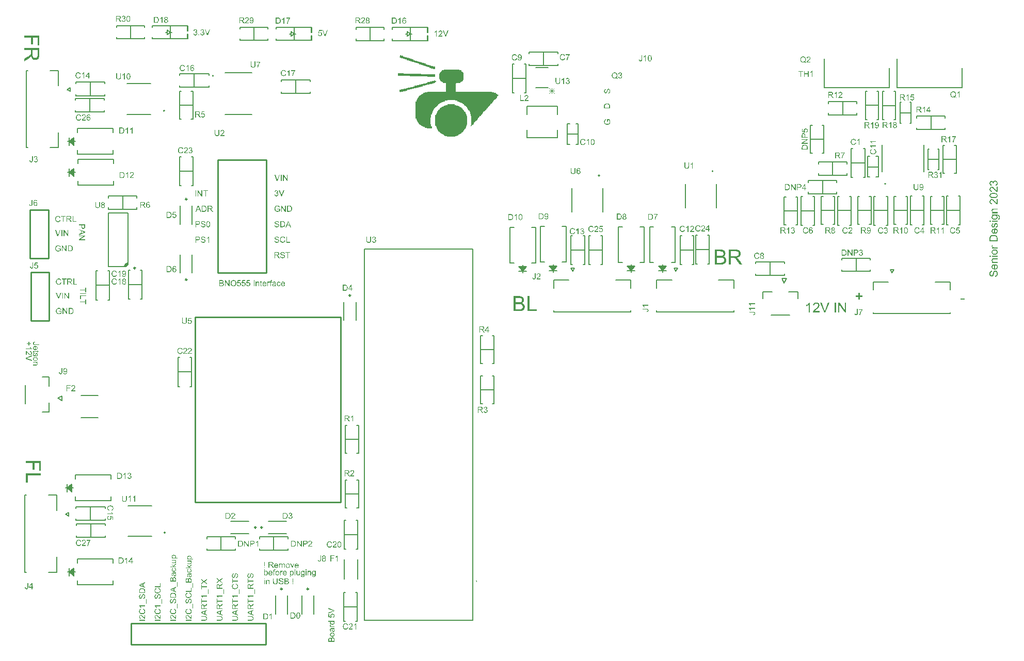
<source format=gto>
G04*
G04 #@! TF.GenerationSoftware,Altium Limited,Altium Designer,23.1.1 (15)*
G04*
G04 Layer_Color=65535*
%FSLAX23Y23*%
%MOIN*%
G70*
G04*
G04 #@! TF.SameCoordinates,15EB6A63-CFD6-40EC-87C0-43203FAF91A2*
G04*
G04*
G04 #@! TF.FilePolarity,Positive*
G04*
G01*
G75*
%ADD10C,0.008*%
%ADD11C,0.009*%
%ADD12C,0.010*%
%ADD13C,0.006*%
%ADD14C,0.005*%
%ADD15C,0.006*%
%ADD16C,0.010*%
%ADD17C,0.003*%
G36*
X2724Y4118D02*
X2736D01*
Y4114D01*
X2747D01*
Y4110D01*
X2759D01*
Y4106D01*
X2771D01*
Y4102D01*
X2782D01*
Y4099D01*
X2794D01*
Y4095D01*
X2801D01*
Y4091D01*
X2813D01*
Y4087D01*
X2825D01*
Y4083D01*
X2836D01*
Y4079D01*
X2848D01*
Y4075D01*
X2859D01*
Y4072D01*
X2871D01*
Y4068D01*
X2883D01*
Y4064D01*
X2894D01*
Y4060D01*
X2906D01*
Y4056D01*
X2917D01*
Y4052D01*
X2929D01*
Y4048D01*
X2941D01*
Y4045D01*
X2944D01*
Y4033D01*
X2929D01*
Y4037D01*
X2917D01*
Y4041D01*
X2906D01*
Y4045D01*
X2894D01*
Y4048D01*
X2883D01*
Y4052D01*
X2871D01*
Y4056D01*
X2863D01*
Y4060D01*
X2852D01*
Y4064D01*
X2840D01*
Y4068D01*
X2829D01*
Y4072D01*
X2817D01*
Y4075D01*
X2805D01*
Y4079D01*
X2794D01*
Y4083D01*
X2782D01*
Y4087D01*
X2771D01*
Y4091D01*
X2759D01*
Y4095D01*
X2747D01*
Y4099D01*
X2736D01*
Y4102D01*
X2724D01*
Y4106D01*
X2716D01*
Y4110D01*
X2713D01*
Y4114D01*
X2716D01*
Y4122D01*
X2724D01*
Y4118D01*
D02*
G37*
G36*
X2740Y4002D02*
X2852D01*
Y3998D01*
X2941D01*
Y3994D01*
X2944D01*
Y3987D01*
X2941D01*
Y3983D01*
X2894D01*
Y3987D01*
X2778D01*
Y3990D01*
X2701D01*
Y3994D01*
Y3998D01*
Y4006D01*
X2740D01*
Y4002D01*
D02*
G37*
G36*
X2944Y3956D02*
X2948D01*
Y3948D01*
X2944D01*
Y3944D01*
X2933D01*
Y3940D01*
X2921D01*
Y3936D01*
X2906D01*
Y3932D01*
X2890D01*
Y3929D01*
X2879D01*
Y3925D01*
X2863D01*
Y3921D01*
X2848D01*
Y3917D01*
X2836D01*
Y3913D01*
X2821D01*
Y3909D01*
X2805D01*
Y3905D01*
X2794D01*
Y3902D01*
X2778D01*
Y3898D01*
X2763D01*
Y3894D01*
X2751D01*
Y3890D01*
X2736D01*
Y3886D01*
X2720D01*
Y3882D01*
X2716D01*
Y3886D01*
X2713D01*
Y3898D01*
X2724D01*
Y3902D01*
X2740D01*
Y3905D01*
X2755D01*
Y3909D01*
X2767D01*
Y3913D01*
X2782D01*
Y3917D01*
X2798D01*
Y3921D01*
X2809D01*
Y3925D01*
X2825D01*
Y3929D01*
X2840D01*
Y3932D01*
X2852D01*
Y3936D01*
X2867D01*
Y3940D01*
X2883D01*
Y3944D01*
X2894D01*
Y3948D01*
X2910D01*
Y3952D01*
X2921D01*
Y3956D01*
X2937D01*
Y3959D01*
X2944D01*
Y3956D01*
D02*
G37*
G36*
X3099Y4025D02*
X3111D01*
Y4021D01*
X3114D01*
Y4017D01*
X3118D01*
Y4014D01*
X3122D01*
Y4010D01*
X3126D01*
Y3963D01*
X3122D01*
Y3956D01*
X3118D01*
Y3952D01*
X3111D01*
Y3948D01*
X3107D01*
Y3944D01*
X3080D01*
Y3940D01*
X3076D01*
Y3886D01*
X3308D01*
Y3882D01*
X3323D01*
Y3878D01*
X3335D01*
Y3874D01*
X3342D01*
Y3871D01*
X3346D01*
Y3867D01*
X3354D01*
Y3863D01*
X3350D01*
Y3859D01*
X3346D01*
Y3855D01*
X3342D01*
Y3847D01*
X3339D01*
Y3844D01*
X3335D01*
Y3840D01*
X3331D01*
Y3836D01*
X3327D01*
Y3832D01*
X3323D01*
Y3828D01*
X3319D01*
Y3824D01*
X3315D01*
Y3820D01*
X3312D01*
Y3813D01*
X3308D01*
Y3809D01*
X3304D01*
Y3805D01*
X3300D01*
Y3801D01*
X3296D01*
Y3797D01*
X3292D01*
Y3793D01*
X3288D01*
Y3789D01*
X3285D01*
Y3786D01*
X3281D01*
Y3778D01*
X3277D01*
Y3774D01*
X3273D01*
Y3770D01*
X3269D01*
Y3766D01*
X3265D01*
Y3762D01*
X3261D01*
Y3759D01*
X3257D01*
Y3755D01*
X3254D01*
Y3751D01*
X3250D01*
Y3743D01*
X3246D01*
Y3739D01*
X3242D01*
Y3735D01*
X3238D01*
Y3731D01*
X3234D01*
Y3728D01*
X3230D01*
Y3724D01*
X3227D01*
Y3720D01*
X3223D01*
Y3716D01*
X3219D01*
Y3708D01*
X3215D01*
Y3704D01*
X3211D01*
Y3701D01*
X3207D01*
Y3697D01*
X3203D01*
Y3693D01*
X3200D01*
Y3689D01*
X3196D01*
Y3685D01*
X3192D01*
Y3677D01*
X3188D01*
Y3674D01*
X3184D01*
Y3670D01*
X3180D01*
Y3666D01*
X3176D01*
Y3662D01*
X3172D01*
Y3670D01*
X3176D01*
Y3731D01*
X3172D01*
Y3743D01*
X3169D01*
Y3755D01*
X3165D01*
Y3762D01*
X3161D01*
Y3766D01*
X3157D01*
Y3774D01*
X3153D01*
Y3778D01*
X3149D01*
Y3786D01*
X3145D01*
Y3789D01*
X3142D01*
Y3793D01*
X3138D01*
Y3797D01*
X3134D01*
Y3801D01*
X3130D01*
Y3805D01*
X3122D01*
Y3809D01*
X3118D01*
Y3813D01*
X3111D01*
Y3817D01*
X3103D01*
Y3820D01*
X3095D01*
Y3824D01*
X3087D01*
Y3828D01*
X3072D01*
Y3832D01*
X3022D01*
Y3828D01*
X3006D01*
Y3824D01*
X2995D01*
Y3820D01*
X2987D01*
Y3817D01*
X2979D01*
Y3813D01*
X2972D01*
Y3809D01*
X2968D01*
Y3805D01*
X2964D01*
Y3801D01*
X2960D01*
Y3797D01*
X2956D01*
Y3793D01*
X2952D01*
Y3789D01*
X2948D01*
Y3786D01*
X2944D01*
Y3782D01*
X2941D01*
Y3778D01*
X2937D01*
Y3774D01*
X2933D01*
Y3766D01*
X2929D01*
Y3759D01*
X2925D01*
Y3751D01*
X2921D01*
Y3739D01*
X2917D01*
Y3720D01*
X2914D01*
Y3677D01*
X2917D01*
Y3662D01*
X2921D01*
Y3650D01*
X2890D01*
Y3654D01*
X2875D01*
Y3658D01*
X2867D01*
Y3662D01*
X2859D01*
Y3666D01*
X2852D01*
Y3670D01*
X2848D01*
Y3674D01*
X2844D01*
Y3677D01*
X2840D01*
Y3681D01*
X2836D01*
Y3685D01*
X2832D01*
Y3689D01*
X2829D01*
Y3697D01*
X2825D01*
Y3704D01*
X2821D01*
Y3712D01*
X2817D01*
Y3824D01*
X2821D01*
Y3832D01*
X2825D01*
Y3840D01*
X2829D01*
Y3847D01*
X2832D01*
Y3851D01*
X2836D01*
Y3855D01*
X2840D01*
Y3859D01*
X2844D01*
Y3863D01*
X2848D01*
Y3867D01*
X2852D01*
Y3871D01*
X2859D01*
Y3874D01*
X2867D01*
Y3878D01*
X2875D01*
Y3882D01*
X2894D01*
Y3886D01*
X3014D01*
Y3944D01*
X2991D01*
Y3948D01*
X2987D01*
Y3952D01*
X2979D01*
Y3956D01*
X2975D01*
Y3963D01*
X2972D01*
Y3971D01*
X2968D01*
Y4002D01*
X2972D01*
Y4010D01*
X2975D01*
Y4014D01*
X2979D01*
Y4017D01*
X2983D01*
Y4021D01*
X2987D01*
Y4025D01*
X2999D01*
Y4029D01*
X3099D01*
Y4025D01*
D02*
G37*
G36*
X3068Y3801D02*
X3080D01*
Y3797D01*
X3091D01*
Y3793D01*
X3099D01*
Y3789D01*
X3103D01*
Y3786D01*
X3111D01*
Y3782D01*
X3114D01*
Y3778D01*
X3118D01*
Y3774D01*
X3122D01*
Y3770D01*
X3126D01*
Y3766D01*
X3130D01*
Y3759D01*
X3134D01*
Y3755D01*
X3138D01*
Y3747D01*
X3142D01*
Y3739D01*
X3145D01*
Y3728D01*
X3149D01*
Y3674D01*
X3145D01*
Y3662D01*
X3142D01*
Y3654D01*
X3138D01*
Y3646D01*
X3134D01*
Y3639D01*
X3130D01*
Y3635D01*
X3126D01*
Y3631D01*
X3122D01*
Y3627D01*
X3118D01*
Y3623D01*
X3114D01*
Y3619D01*
X3111D01*
Y3616D01*
X3107D01*
Y3612D01*
X3099D01*
Y3608D01*
X3091D01*
Y3604D01*
X3084D01*
Y3600D01*
X3072D01*
Y3596D01*
X3018D01*
Y3600D01*
X3006D01*
Y3604D01*
X2999D01*
Y3608D01*
X2991D01*
Y3612D01*
X2987D01*
Y3616D01*
X2979D01*
Y3619D01*
X2975D01*
Y3623D01*
X2972D01*
Y3627D01*
X2968D01*
Y3631D01*
X2964D01*
Y3635D01*
X2960D01*
Y3643D01*
X2956D01*
Y3650D01*
X2952D01*
Y3658D01*
X2948D01*
Y3666D01*
X2944D01*
Y3681D01*
X2941D01*
Y3720D01*
X2944D01*
Y3735D01*
X2948D01*
Y3743D01*
X2952D01*
Y3751D01*
X2956D01*
Y3759D01*
X2960D01*
Y3762D01*
X2964D01*
Y3770D01*
X2968D01*
Y3774D01*
X2972D01*
Y3778D01*
X2975D01*
Y3782D01*
X2983D01*
Y3786D01*
X2987D01*
Y3789D01*
X2995D01*
Y3793D01*
X2999D01*
Y3797D01*
X3010D01*
Y3801D01*
X3022D01*
Y3805D01*
X3068D01*
Y3801D01*
D02*
G37*
G36*
X958Y2768D02*
X947Y2757D01*
X935D01*
Y2757D01*
Y2759D01*
X936Y2764D01*
X937Y2768D01*
X940Y2771D01*
X941Y2773D01*
Y2773D01*
X942Y2773D01*
X943Y2775D01*
X947Y2777D01*
X951Y2779D01*
X956Y2780D01*
X958D01*
Y2768D01*
D02*
G37*
G36*
X1965Y836D02*
X1966D01*
X1966Y836D01*
X1967Y836D01*
X1968Y836D01*
X1969Y836D01*
X1970Y835D01*
X1971Y834D01*
X1971Y834D01*
X1971Y834D01*
X1972Y833D01*
X1972Y833D01*
X1972Y832D01*
X1972Y832D01*
X1972Y831D01*
X1973Y831D01*
X1973Y830D01*
X1973Y830D01*
X1973Y829D01*
X1973Y828D01*
Y827D01*
Y808D01*
X1968D01*
Y826D01*
Y826D01*
Y826D01*
Y826D01*
Y826D01*
X1968Y827D01*
X1968Y828D01*
X1968Y828D01*
X1968Y829D01*
X1968Y830D01*
Y830D01*
X1968Y830D01*
X1968Y830D01*
X1968Y830D01*
X1967Y831D01*
X1967Y831D01*
X1967Y831D01*
X1966Y832D01*
X1966Y832D01*
X1966Y832D01*
X1966Y832D01*
X1965Y832D01*
X1965Y832D01*
X1965Y832D01*
X1964Y832D01*
X1963Y832D01*
X1963D01*
X1963Y832D01*
X1962Y832D01*
X1962Y832D01*
X1961Y832D01*
X1960Y832D01*
X1959Y831D01*
X1959Y830D01*
X1958Y830D01*
X1958Y830D01*
X1958Y830D01*
X1958Y829D01*
X1957Y828D01*
X1957Y827D01*
X1957Y826D01*
X1957Y824D01*
Y808D01*
X1952D01*
Y826D01*
Y826D01*
Y826D01*
Y826D01*
Y827D01*
X1952Y827D01*
X1952Y828D01*
X1952Y829D01*
X1951Y829D01*
X1951Y830D01*
X1951Y831D01*
X1951Y831D01*
X1950Y831D01*
X1950Y831D01*
X1950Y832D01*
X1949Y832D01*
X1949Y832D01*
X1948Y832D01*
X1947Y832D01*
X1947D01*
X1946Y832D01*
X1946Y832D01*
X1945Y832D01*
X1945Y832D01*
X1944Y832D01*
X1943Y831D01*
X1943Y831D01*
X1943Y831D01*
X1943Y831D01*
X1942Y831D01*
X1942Y830D01*
X1942Y830D01*
X1941Y829D01*
X1941Y828D01*
X1941Y828D01*
X1941Y828D01*
X1941Y827D01*
X1940Y827D01*
X1940Y826D01*
X1940Y825D01*
X1940Y824D01*
X1940Y822D01*
Y808D01*
X1935D01*
Y836D01*
X1940D01*
Y832D01*
X1940Y832D01*
X1940Y832D01*
X1940Y833D01*
X1941Y833D01*
X1941Y834D01*
X1942Y834D01*
X1942Y835D01*
X1943Y835D01*
X1943Y835D01*
X1943Y835D01*
X1944Y836D01*
X1945Y836D01*
X1945Y836D01*
X1946Y836D01*
X1947Y836D01*
X1948Y837D01*
X1949D01*
X1949Y836D01*
X1950Y836D01*
X1951Y836D01*
X1951Y836D01*
X1952Y836D01*
X1953Y835D01*
X1953Y835D01*
X1953Y835D01*
X1954Y835D01*
X1954Y834D01*
X1955Y834D01*
X1955Y833D01*
X1956Y832D01*
X1956Y832D01*
X1956Y832D01*
X1956Y832D01*
X1956Y832D01*
X1956Y832D01*
X1957Y833D01*
X1957Y833D01*
X1958Y834D01*
X1958Y834D01*
X1959Y835D01*
X1959Y835D01*
X1960Y835D01*
X1961Y836D01*
X1962Y836D01*
X1963Y836D01*
X1964Y836D01*
X1965Y837D01*
X1965D01*
X1965Y836D01*
D02*
G37*
G36*
X1844Y838D02*
X1842Y818D01*
X1839D01*
X1838Y838D01*
Y846D01*
X1844D01*
Y838D01*
D02*
G37*
G36*
X2022Y808D02*
X2018D01*
X2007Y836D01*
X2012D01*
X2018Y819D01*
Y819D01*
X2018Y819D01*
X2018Y819D01*
X2018Y819D01*
X2018Y818D01*
X2019Y817D01*
X2019Y817D01*
X2019Y816D01*
X2019Y815D01*
X2020Y814D01*
X2020Y814D01*
X2020Y814D01*
X2020Y814D01*
X2020Y815D01*
X2021Y816D01*
X2021Y817D01*
X2021Y818D01*
X2022Y819D01*
X2028Y836D01*
X2033D01*
X2022Y808D01*
D02*
G37*
G36*
X1886Y846D02*
X1886D01*
X1887Y846D01*
X1889Y846D01*
X1890Y846D01*
X1891Y846D01*
X1892Y846D01*
X1892Y845D01*
X1892D01*
X1892Y845D01*
X1893Y845D01*
X1893Y845D01*
X1894Y845D01*
X1894Y844D01*
X1895Y843D01*
X1896Y843D01*
X1897Y842D01*
Y842D01*
X1897Y842D01*
X1897Y841D01*
X1897Y841D01*
X1897Y840D01*
X1898Y839D01*
X1898Y838D01*
X1898Y837D01*
X1898Y836D01*
Y836D01*
Y836D01*
Y836D01*
X1898Y835D01*
Y835D01*
X1898Y835D01*
X1898Y834D01*
X1897Y832D01*
X1897Y831D01*
X1896Y830D01*
X1896Y830D01*
X1895Y829D01*
X1895Y829D01*
X1895Y829D01*
X1895Y829D01*
X1895Y829D01*
X1895Y828D01*
X1894Y828D01*
X1894Y828D01*
X1893Y828D01*
X1893Y827D01*
X1892Y827D01*
X1892Y827D01*
X1891Y826D01*
X1890Y826D01*
X1889Y826D01*
X1888Y826D01*
X1887Y826D01*
X1887Y825D01*
X1888Y825D01*
X1888Y825D01*
X1888Y825D01*
X1889Y824D01*
X1890Y824D01*
X1890Y824D01*
X1891Y823D01*
X1891Y823D01*
X1891Y823D01*
X1892Y822D01*
X1892Y821D01*
X1893Y821D01*
X1894Y820D01*
X1895Y818D01*
X1901Y808D01*
X1895D01*
X1890Y816D01*
Y816D01*
X1890Y816D01*
X1890Y816D01*
X1889Y817D01*
X1889Y817D01*
X1889Y818D01*
X1888Y819D01*
X1887Y820D01*
X1887Y821D01*
X1886Y821D01*
X1886Y821D01*
X1886Y822D01*
X1886Y822D01*
X1885Y822D01*
X1884Y823D01*
X1884Y824D01*
X1884Y824D01*
X1884Y824D01*
X1883Y824D01*
X1883Y824D01*
X1883Y824D01*
X1883Y824D01*
X1882Y825D01*
X1881Y825D01*
X1881D01*
X1881Y825D01*
X1881D01*
X1881Y825D01*
X1880Y825D01*
X1880D01*
X1879Y825D01*
X1873D01*
Y808D01*
X1867D01*
Y846D01*
X1885D01*
X1886Y846D01*
D02*
G37*
G36*
X1844Y808D02*
X1838D01*
Y813D01*
X1844D01*
Y808D01*
D02*
G37*
G36*
X2049Y836D02*
X2050Y836D01*
X2050Y836D01*
X2051Y836D01*
X2052Y836D01*
X2052Y836D01*
X2053Y836D01*
X2054Y835D01*
X2054Y835D01*
X2055Y834D01*
X2056Y834D01*
X2057Y833D01*
X2057Y833D01*
X2057Y833D01*
X2058Y833D01*
X2058Y832D01*
X2058Y832D01*
X2058Y832D01*
X2059Y831D01*
X2059Y831D01*
X2059Y830D01*
X2060Y829D01*
X2060Y828D01*
X2060Y828D01*
X2060Y827D01*
X2061Y826D01*
X2061Y824D01*
X2061Y823D01*
X2061Y822D01*
Y822D01*
Y822D01*
Y821D01*
X2061Y821D01*
X2040D01*
Y821D01*
Y821D01*
X2040Y820D01*
Y820D01*
X2040Y820D01*
X2040Y819D01*
X2040Y818D01*
X2041Y817D01*
X2041Y816D01*
X2042Y815D01*
X2043Y814D01*
X2043D01*
X2043Y814D01*
X2043Y813D01*
X2044Y813D01*
X2044Y813D01*
X2045Y812D01*
X2046Y812D01*
X2047Y811D01*
X2048Y811D01*
X2049Y811D01*
X2049D01*
X2049Y811D01*
X2050Y811D01*
X2051Y812D01*
X2052Y812D01*
X2052Y812D01*
X2053Y813D01*
X2053Y813D01*
X2053Y813D01*
X2054Y813D01*
X2054Y814D01*
X2054Y814D01*
X2055Y815D01*
X2055Y816D01*
X2056Y817D01*
X2061Y816D01*
Y816D01*
X2061Y816D01*
X2061Y816D01*
X2061Y816D01*
X2060Y815D01*
X2060Y815D01*
X2060Y814D01*
X2059Y813D01*
X2058Y812D01*
X2058Y811D01*
X2056Y810D01*
X2056D01*
X2056Y810D01*
X2056Y810D01*
X2056Y809D01*
X2056Y809D01*
X2055Y809D01*
X2055Y809D01*
X2054Y809D01*
X2054Y808D01*
X2053Y808D01*
X2052Y808D01*
X2050Y808D01*
X2049Y807D01*
X2048D01*
X2048Y807D01*
X2047Y808D01*
X2046Y808D01*
X2046Y808D01*
X2045Y808D01*
X2043Y808D01*
X2043Y809D01*
X2042Y809D01*
X2041Y809D01*
X2040Y810D01*
X2040Y810D01*
X2039Y811D01*
X2039Y811D01*
X2039Y811D01*
X2038Y812D01*
X2038Y812D01*
X2038Y812D01*
X2038Y813D01*
X2037Y813D01*
X2037Y814D01*
X2037Y815D01*
X2036Y815D01*
X2036Y816D01*
X2036Y817D01*
X2036Y818D01*
X2035Y819D01*
X2035Y820D01*
X2035Y822D01*
Y822D01*
Y822D01*
Y822D01*
X2035Y823D01*
X2035Y823D01*
X2035Y824D01*
X2036Y825D01*
X2036Y826D01*
X2036Y827D01*
X2036Y828D01*
X2037Y829D01*
X2037Y830D01*
X2038Y831D01*
X2038Y832D01*
X2039Y833D01*
X2039Y833D01*
X2039Y833D01*
X2039Y833D01*
X2040Y833D01*
X2040Y834D01*
X2040Y834D01*
X2041Y834D01*
X2041Y835D01*
X2042Y835D01*
X2043Y835D01*
X2044Y836D01*
X2044Y836D01*
X2045Y836D01*
X2046Y836D01*
X2047Y836D01*
X2048Y837D01*
X2049D01*
X2049Y836D01*
D02*
G37*
G36*
X1992D02*
X1993Y836D01*
X1993Y836D01*
X1994Y836D01*
X1995Y836D01*
X1996Y836D01*
X1997Y835D01*
X1998Y835D01*
X1999Y835D01*
X1999Y834D01*
X2000Y833D01*
X2001Y833D01*
X2001Y833D01*
X2001Y833D01*
X2001Y832D01*
X2001Y832D01*
X2002Y832D01*
X2002Y831D01*
X2002Y831D01*
X2003Y830D01*
X2003Y829D01*
X2003Y829D01*
X2004Y828D01*
X2004Y827D01*
X2004Y826D01*
X2004Y825D01*
X2004Y824D01*
X2004Y822D01*
Y822D01*
Y822D01*
Y822D01*
Y821D01*
X2004Y821D01*
X2004Y820D01*
Y820D01*
X2004Y819D01*
X2004Y818D01*
X2004Y817D01*
X2003Y815D01*
X2003Y814D01*
Y814D01*
X2003Y814D01*
X2003Y814D01*
X2003Y813D01*
X2002Y813D01*
X2002Y812D01*
X2001Y811D01*
X2000Y811D01*
X1999Y810D01*
X1998Y809D01*
X1998D01*
X1998Y809D01*
X1998Y809D01*
X1998Y809D01*
X1997Y809D01*
X1997Y809D01*
X1996Y808D01*
X1995Y808D01*
X1994Y808D01*
X1993Y807D01*
X1991Y807D01*
X1991D01*
X1990Y807D01*
X1990Y808D01*
X1989Y808D01*
X1989Y808D01*
X1988Y808D01*
X1987Y808D01*
X1986Y809D01*
X1985Y809D01*
X1984Y809D01*
X1983Y810D01*
X1983Y810D01*
X1982Y811D01*
X1982Y811D01*
X1982Y811D01*
X1982Y812D01*
X1981Y812D01*
X1981Y812D01*
X1981Y813D01*
X1980Y813D01*
X1980Y814D01*
X1980Y815D01*
X1979Y815D01*
X1979Y816D01*
X1979Y817D01*
X1979Y818D01*
X1979Y819D01*
X1978Y821D01*
X1978Y822D01*
Y822D01*
Y822D01*
X1978Y823D01*
Y823D01*
X1978Y824D01*
X1979Y825D01*
X1979Y825D01*
X1979Y826D01*
X1979Y827D01*
X1979Y828D01*
X1980Y829D01*
X1980Y830D01*
X1981Y831D01*
X1981Y832D01*
X1982Y833D01*
X1983Y833D01*
X1983Y833D01*
X1983Y834D01*
X1983Y834D01*
X1983Y834D01*
X1984Y834D01*
X1984Y834D01*
X1985Y835D01*
X1985Y835D01*
X1986Y835D01*
X1986Y836D01*
X1988Y836D01*
X1990Y836D01*
X1990Y836D01*
X1991Y837D01*
X1992D01*
X1992Y836D01*
D02*
G37*
G36*
X1918D02*
X1918Y836D01*
X1919Y836D01*
X1919Y836D01*
X1920Y836D01*
X1921Y836D01*
X1922Y836D01*
X1922Y835D01*
X1923Y835D01*
X1924Y834D01*
X1925Y834D01*
X1925Y833D01*
X1926Y833D01*
X1926Y833D01*
X1926Y833D01*
X1926Y832D01*
X1927Y832D01*
X1927Y832D01*
X1927Y831D01*
X1928Y831D01*
X1928Y830D01*
X1928Y829D01*
X1929Y828D01*
X1929Y828D01*
X1929Y827D01*
X1929Y826D01*
X1929Y824D01*
X1930Y823D01*
X1930Y822D01*
Y822D01*
Y822D01*
Y821D01*
X1930Y821D01*
X1909D01*
Y821D01*
Y821D01*
X1909Y820D01*
Y820D01*
X1909Y820D01*
X1909Y819D01*
X1909Y818D01*
X1909Y817D01*
X1910Y816D01*
X1911Y815D01*
X1911Y814D01*
X1911D01*
X1911Y814D01*
X1912Y813D01*
X1912Y813D01*
X1913Y813D01*
X1914Y812D01*
X1915Y812D01*
X1916Y811D01*
X1917Y811D01*
X1917Y811D01*
X1918D01*
X1918Y811D01*
X1919Y811D01*
X1919Y812D01*
X1920Y812D01*
X1921Y812D01*
X1922Y813D01*
X1922Y813D01*
X1922Y813D01*
X1922Y813D01*
X1923Y814D01*
X1923Y814D01*
X1924Y815D01*
X1924Y816D01*
X1925Y817D01*
X1929Y816D01*
Y816D01*
X1929Y816D01*
X1929Y816D01*
X1929Y816D01*
X1929Y815D01*
X1929Y815D01*
X1928Y814D01*
X1928Y813D01*
X1927Y812D01*
X1926Y811D01*
X1925Y810D01*
X1925D01*
X1925Y810D01*
X1925Y810D01*
X1925Y809D01*
X1924Y809D01*
X1924Y809D01*
X1923Y809D01*
X1923Y809D01*
X1922Y808D01*
X1922Y808D01*
X1920Y808D01*
X1919Y808D01*
X1917Y807D01*
X1917D01*
X1916Y807D01*
X1916Y808D01*
X1915Y808D01*
X1914Y808D01*
X1914Y808D01*
X1912Y808D01*
X1911Y809D01*
X1911Y809D01*
X1910Y809D01*
X1909Y810D01*
X1908Y810D01*
X1907Y811D01*
X1907Y811D01*
X1907Y811D01*
X1907Y812D01*
X1907Y812D01*
X1907Y812D01*
X1906Y813D01*
X1906Y813D01*
X1906Y814D01*
X1905Y815D01*
X1905Y815D01*
X1905Y816D01*
X1904Y817D01*
X1904Y818D01*
X1904Y819D01*
X1904Y820D01*
X1904Y822D01*
Y822D01*
Y822D01*
Y822D01*
X1904Y823D01*
X1904Y823D01*
X1904Y824D01*
X1904Y825D01*
X1904Y826D01*
X1905Y827D01*
X1905Y828D01*
X1905Y829D01*
X1906Y830D01*
X1906Y831D01*
X1907Y832D01*
X1908Y833D01*
X1908Y833D01*
X1908Y833D01*
X1908Y833D01*
X1908Y833D01*
X1909Y834D01*
X1909Y834D01*
X1909Y834D01*
X1910Y835D01*
X1911Y835D01*
X1911Y835D01*
X1912Y836D01*
X1913Y836D01*
X1914Y836D01*
X1915Y836D01*
X1916Y836D01*
X1917Y837D01*
X1917D01*
X1918Y836D01*
D02*
G37*
G36*
X1908Y800D02*
X1909Y800D01*
X1909Y800D01*
X1910Y799D01*
X1911Y799D01*
X1910Y795D01*
X1910D01*
X1910Y795D01*
X1910Y795D01*
X1909Y795D01*
X1909D01*
X1909Y795D01*
X1908Y795D01*
X1907D01*
X1907Y795D01*
X1906Y795D01*
X1906Y795D01*
X1905Y795D01*
X1905Y795D01*
X1905Y794D01*
X1904Y794D01*
X1904Y794D01*
X1904Y794D01*
X1904Y794D01*
X1904Y793D01*
X1904Y793D01*
X1904Y792D01*
X1904Y791D01*
Y789D01*
X1909D01*
Y785D01*
X1904D01*
Y761D01*
X1899D01*
Y785D01*
X1895D01*
Y789D01*
X1899D01*
Y791D01*
Y792D01*
Y792D01*
Y792D01*
X1899Y792D01*
Y793D01*
X1899Y794D01*
X1899Y794D01*
X1899Y795D01*
X1899Y796D01*
X1899Y796D01*
X1900Y796D01*
X1900Y796D01*
X1900Y797D01*
X1900Y797D01*
X1901Y798D01*
X1901Y798D01*
X1902Y799D01*
X1902Y799D01*
X1902Y799D01*
X1903Y799D01*
X1903Y799D01*
X1904Y799D01*
X1905Y800D01*
X1906Y800D01*
X1907Y800D01*
X1907D01*
X1908Y800D01*
D02*
G37*
G36*
X2112Y794D02*
X2107D01*
Y799D01*
X2112D01*
Y794D01*
D02*
G37*
G36*
X2018Y789D02*
X2019Y789D01*
X2020Y789D01*
X2021Y789D01*
X2022Y788D01*
X2023Y788D01*
X2024Y787D01*
X2024D01*
X2024Y787D01*
X2024Y787D01*
X2025Y786D01*
X2025Y786D01*
X2026Y785D01*
X2027Y784D01*
X2027Y783D01*
X2028Y782D01*
Y782D01*
X2028Y782D01*
X2028Y782D01*
X2028Y782D01*
X2028Y781D01*
X2028Y781D01*
X2029Y780D01*
X2029Y779D01*
X2029Y778D01*
X2029Y776D01*
X2029Y775D01*
Y775D01*
Y775D01*
Y774D01*
Y774D01*
X2029Y774D01*
Y773D01*
X2029Y772D01*
X2029Y771D01*
X2029Y770D01*
X2028Y768D01*
X2028Y767D01*
Y767D01*
X2028Y767D01*
X2028Y767D01*
X2028Y767D01*
X2027Y766D01*
X2027Y765D01*
X2026Y764D01*
X2025Y763D01*
X2024Y763D01*
X2023Y762D01*
X2023D01*
X2023Y762D01*
X2023Y762D01*
X2023Y762D01*
X2022Y761D01*
X2022Y761D01*
X2021Y761D01*
X2020Y760D01*
X2018Y760D01*
X2017Y760D01*
X2017D01*
X2016Y760D01*
X2016Y760D01*
X2015Y760D01*
X2014Y760D01*
X2014Y761D01*
X2013Y761D01*
X2013Y761D01*
X2013Y761D01*
X2012Y761D01*
X2012Y762D01*
X2011Y762D01*
X2011Y763D01*
X2010Y763D01*
X2010Y764D01*
Y750D01*
X2005D01*
Y789D01*
X2010D01*
Y785D01*
X2010Y785D01*
X2010Y785D01*
X2010Y786D01*
X2011Y786D01*
X2011Y787D01*
X2012Y787D01*
X2012Y788D01*
X2013Y788D01*
X2013Y788D01*
X2013Y788D01*
X2014Y788D01*
X2014Y789D01*
X2015Y789D01*
X2016Y789D01*
X2017Y789D01*
X2018Y789D01*
X2018D01*
X2018Y789D01*
D02*
G37*
G36*
X2133D02*
X2133Y789D01*
X2134Y789D01*
X2135Y789D01*
X2136Y789D01*
X2136Y788D01*
X2136Y788D01*
X2137Y788D01*
X2137Y788D01*
X2138Y788D01*
X2138Y787D01*
X2139Y787D01*
X2139Y786D01*
X2140Y786D01*
X2140Y786D01*
X2140Y786D01*
X2140Y785D01*
X2140Y785D01*
X2140Y784D01*
X2141Y784D01*
X2141Y783D01*
X2141Y782D01*
Y782D01*
X2141Y782D01*
X2141Y782D01*
X2141Y781D01*
Y781D01*
X2141Y780D01*
X2141Y779D01*
Y778D01*
Y761D01*
X2137D01*
Y778D01*
Y778D01*
Y778D01*
Y778D01*
Y779D01*
X2137Y779D01*
X2136Y780D01*
X2136Y781D01*
X2136Y781D01*
X2136Y782D01*
Y782D01*
X2136Y782D01*
X2136Y782D01*
X2136Y783D01*
X2135Y783D01*
X2135Y783D01*
X2135Y784D01*
X2134Y784D01*
X2134Y784D01*
X2134Y784D01*
X2133Y784D01*
X2133Y785D01*
X2133Y785D01*
X2132Y785D01*
X2131Y785D01*
X2131Y785D01*
X2130D01*
X2130Y785D01*
X2130Y785D01*
X2129Y785D01*
X2128Y785D01*
X2127Y784D01*
X2126Y784D01*
X2126Y783D01*
X2125Y783D01*
X2125Y783D01*
X2125Y782D01*
X2125Y782D01*
X2125Y782D01*
X2125Y781D01*
X2124Y781D01*
X2124Y780D01*
X2124Y780D01*
X2124Y779D01*
X2124Y779D01*
X2124Y778D01*
X2123Y777D01*
Y776D01*
Y761D01*
X2119D01*
Y789D01*
X2123D01*
Y785D01*
X2123Y785D01*
X2123Y785D01*
X2123Y785D01*
X2123Y785D01*
X2124Y786D01*
X2124Y786D01*
X2125Y786D01*
X2125Y787D01*
X2126Y787D01*
X2126Y788D01*
X2127Y788D01*
X2128Y788D01*
X2129Y789D01*
X2130Y789D01*
X2131Y789D01*
X2132Y789D01*
X2132D01*
X2133Y789D01*
D02*
G37*
G36*
X1954D02*
X1954Y789D01*
X1955Y789D01*
X1956Y788D01*
X1957Y788D01*
X1958Y788D01*
X1956Y783D01*
X1956Y783D01*
X1956Y783D01*
X1955Y784D01*
X1955Y784D01*
X1954Y784D01*
X1954Y784D01*
X1953Y784D01*
X1953Y784D01*
X1952D01*
X1952Y784D01*
X1952Y784D01*
X1951Y784D01*
X1951Y784D01*
X1950Y784D01*
X1950Y783D01*
X1950Y783D01*
X1950Y783D01*
X1949Y783D01*
X1949Y783D01*
X1949Y782D01*
X1949Y782D01*
X1948Y781D01*
X1948Y781D01*
X1948Y781D01*
X1948Y780D01*
X1948Y780D01*
X1948Y779D01*
X1948Y778D01*
X1947Y777D01*
X1947Y776D01*
X1947Y775D01*
Y761D01*
X1943D01*
Y789D01*
X1947D01*
Y784D01*
X1947Y784D01*
X1947Y785D01*
X1947Y785D01*
X1948Y786D01*
X1948Y786D01*
X1949Y787D01*
X1949Y788D01*
X1950Y788D01*
X1950Y788D01*
X1950Y788D01*
X1950Y788D01*
X1951Y789D01*
X1951Y789D01*
X1952Y789D01*
X1952Y789D01*
X1953Y789D01*
X1953D01*
X1954Y789D01*
D02*
G37*
G36*
X2070Y761D02*
X2065D01*
Y765D01*
X2065Y765D01*
X2065Y765D01*
X2065Y764D01*
X2065Y764D01*
X2064Y764D01*
X2064Y763D01*
X2064Y763D01*
X2063Y762D01*
X2062Y762D01*
X2062Y762D01*
X2061Y761D01*
X2060Y761D01*
X2059Y761D01*
X2058Y760D01*
X2057Y760D01*
X2056Y760D01*
X2056D01*
X2056Y760D01*
X2055Y760D01*
X2054Y760D01*
X2053Y760D01*
X2053Y761D01*
X2052Y761D01*
X2052Y761D01*
X2052Y761D01*
X2051Y761D01*
X2051Y762D01*
X2050Y762D01*
X2050Y762D01*
X2049Y763D01*
X2049Y763D01*
X2049Y763D01*
X2049Y764D01*
X2048Y764D01*
X2048Y764D01*
X2048Y765D01*
X2048Y765D01*
X2047Y766D01*
X2047Y767D01*
Y767D01*
X2047Y767D01*
X2047Y767D01*
Y768D01*
X2047Y769D01*
X2047Y769D01*
X2047Y770D01*
Y771D01*
Y789D01*
X2052D01*
Y773D01*
Y773D01*
Y773D01*
Y773D01*
Y772D01*
Y772D01*
X2052Y771D01*
Y770D01*
X2052Y769D01*
X2052Y769D01*
X2052Y768D01*
Y768D01*
X2052Y768D01*
X2052Y767D01*
X2052Y767D01*
X2053Y767D01*
X2053Y766D01*
X2053Y766D01*
X2054Y765D01*
X2054Y765D01*
X2054Y765D01*
X2054Y765D01*
X2055Y765D01*
X2055Y764D01*
X2056Y764D01*
X2057Y764D01*
X2057Y764D01*
X2058D01*
X2058Y764D01*
X2059Y764D01*
X2059Y764D01*
X2060Y765D01*
X2061Y765D01*
X2061Y765D01*
X2061Y765D01*
X2062Y765D01*
X2062Y766D01*
X2062Y766D01*
X2063Y766D01*
X2063Y767D01*
X2064Y767D01*
X2064Y768D01*
X2064Y768D01*
X2064Y768D01*
X2064Y769D01*
X2064Y770D01*
X2065Y770D01*
X2065Y771D01*
X2065Y772D01*
X2065Y774D01*
Y789D01*
X2070D01*
Y761D01*
D02*
G37*
G36*
X2112D02*
X2107D01*
Y789D01*
X2112D01*
Y761D01*
D02*
G37*
G36*
X2040D02*
X2035D01*
Y799D01*
X2040D01*
Y761D01*
D02*
G37*
G36*
X1973Y789D02*
X1973Y789D01*
X1974Y789D01*
X1974Y789D01*
X1975Y789D01*
X1976Y788D01*
X1977Y788D01*
X1977Y788D01*
X1978Y788D01*
X1979Y787D01*
X1980Y787D01*
X1980Y786D01*
X1981Y785D01*
X1981Y785D01*
X1981Y785D01*
X1981Y785D01*
X1982Y785D01*
X1982Y784D01*
X1982Y784D01*
X1982Y783D01*
X1983Y783D01*
X1983Y782D01*
X1983Y781D01*
X1984Y780D01*
X1984Y779D01*
X1984Y778D01*
X1984Y777D01*
X1985Y776D01*
X1985Y775D01*
Y775D01*
Y774D01*
Y774D01*
X1985Y773D01*
X1964D01*
Y773D01*
Y773D01*
X1964Y773D01*
Y773D01*
X1964Y772D01*
X1964Y772D01*
X1964Y771D01*
X1964Y770D01*
X1965Y768D01*
X1965Y767D01*
X1966Y766D01*
X1966D01*
X1966Y766D01*
X1967Y766D01*
X1967Y766D01*
X1968Y765D01*
X1969Y765D01*
X1970Y764D01*
X1971Y764D01*
X1971Y764D01*
X1972Y764D01*
X1973D01*
X1973Y764D01*
X1974Y764D01*
X1974Y764D01*
X1975Y765D01*
X1976Y765D01*
X1977Y765D01*
X1977Y765D01*
X1977Y766D01*
X1977Y766D01*
X1978Y766D01*
X1978Y767D01*
X1979Y768D01*
X1979Y769D01*
X1980Y770D01*
X1984Y769D01*
Y769D01*
X1984Y769D01*
X1984Y769D01*
X1984Y768D01*
X1984Y768D01*
X1984Y768D01*
X1983Y767D01*
X1983Y766D01*
X1982Y764D01*
X1981Y763D01*
X1980Y762D01*
X1980D01*
X1980Y762D01*
X1980Y762D01*
X1980Y762D01*
X1979Y762D01*
X1979Y762D01*
X1978Y761D01*
X1978Y761D01*
X1977Y761D01*
X1977Y761D01*
X1975Y760D01*
X1974Y760D01*
X1972Y760D01*
X1972D01*
X1971Y760D01*
X1971Y760D01*
X1970Y760D01*
X1969Y760D01*
X1969Y761D01*
X1967Y761D01*
X1966Y761D01*
X1965Y762D01*
X1965Y762D01*
X1964Y763D01*
X1963Y763D01*
X1962Y764D01*
X1962Y764D01*
X1962Y764D01*
X1962Y764D01*
X1962Y765D01*
X1962Y765D01*
X1961Y765D01*
X1961Y766D01*
X1961Y767D01*
X1960Y767D01*
X1960Y768D01*
X1960Y769D01*
X1959Y770D01*
X1959Y771D01*
X1959Y772D01*
X1959Y773D01*
X1959Y774D01*
Y774D01*
Y775D01*
Y775D01*
X1959Y776D01*
X1959Y776D01*
X1959Y777D01*
X1959Y778D01*
X1959Y778D01*
X1960Y780D01*
X1960Y781D01*
X1960Y782D01*
X1961Y783D01*
X1961Y784D01*
X1962Y784D01*
X1962Y785D01*
X1963Y785D01*
X1963Y785D01*
X1963Y786D01*
X1963Y786D01*
X1963Y786D01*
X1964Y786D01*
X1964Y787D01*
X1965Y787D01*
X1966Y788D01*
X1966Y788D01*
X1967Y788D01*
X1968Y789D01*
X1969Y789D01*
X1970Y789D01*
X1971Y789D01*
X1972Y789D01*
X1972D01*
X1973Y789D01*
D02*
G37*
G36*
X1925D02*
X1925Y789D01*
X1926Y789D01*
X1927Y789D01*
X1927Y789D01*
X1929Y788D01*
X1930Y788D01*
X1930Y788D01*
X1931Y787D01*
X1932Y787D01*
X1933Y786D01*
X1933Y785D01*
X1933Y785D01*
X1934Y785D01*
X1934Y785D01*
X1934Y785D01*
X1934Y784D01*
X1935Y784D01*
X1935Y783D01*
X1935Y783D01*
X1936Y782D01*
X1936Y781D01*
X1936Y780D01*
X1937Y779D01*
X1937Y778D01*
X1937Y777D01*
X1937Y776D01*
X1937Y775D01*
Y775D01*
Y775D01*
Y775D01*
Y774D01*
X1937Y774D01*
X1937Y773D01*
Y773D01*
X1937Y772D01*
X1937Y771D01*
X1936Y769D01*
X1936Y768D01*
X1935Y767D01*
Y766D01*
X1935Y766D01*
X1935Y766D01*
X1935Y766D01*
X1935Y765D01*
X1934Y765D01*
X1934Y764D01*
X1933Y763D01*
X1932Y762D01*
X1931Y762D01*
X1931D01*
X1931Y762D01*
X1930Y762D01*
X1930Y761D01*
X1930Y761D01*
X1930Y761D01*
X1929Y761D01*
X1928Y761D01*
X1927Y760D01*
X1925Y760D01*
X1924Y760D01*
X1923D01*
X1923Y760D01*
X1923Y760D01*
X1922Y760D01*
X1921Y760D01*
X1921Y761D01*
X1919Y761D01*
X1918Y761D01*
X1918Y762D01*
X1917Y762D01*
X1916Y763D01*
X1915Y763D01*
X1915Y764D01*
X1914Y764D01*
X1914Y764D01*
X1914Y764D01*
X1914Y765D01*
X1914Y765D01*
X1913Y765D01*
X1913Y766D01*
X1913Y767D01*
X1912Y767D01*
X1912Y768D01*
X1912Y769D01*
X1912Y770D01*
X1911Y771D01*
X1911Y772D01*
X1911Y773D01*
X1911Y775D01*
Y775D01*
Y775D01*
X1911Y775D01*
Y776D01*
X1911Y777D01*
X1911Y777D01*
X1911Y778D01*
X1912Y779D01*
X1912Y780D01*
X1912Y781D01*
X1912Y782D01*
X1913Y783D01*
X1913Y784D01*
X1914Y784D01*
X1914Y785D01*
X1915Y786D01*
X1915Y786D01*
X1915Y786D01*
X1916Y786D01*
X1916Y787D01*
X1916Y787D01*
X1917Y787D01*
X1917Y787D01*
X1918Y788D01*
X1918Y788D01*
X1919Y788D01*
X1920Y789D01*
X1922Y789D01*
X1923Y789D01*
X1924Y789D01*
X1925D01*
X1925Y789D01*
D02*
G37*
G36*
X1880D02*
X1881Y789D01*
X1881Y789D01*
X1882Y789D01*
X1883Y789D01*
X1883Y788D01*
X1884Y788D01*
X1885Y788D01*
X1886Y788D01*
X1886Y787D01*
X1887Y787D01*
X1888Y786D01*
X1889Y785D01*
X1889Y785D01*
X1889Y785D01*
X1889Y785D01*
X1889Y785D01*
X1889Y784D01*
X1890Y784D01*
X1890Y783D01*
X1890Y783D01*
X1891Y782D01*
X1891Y781D01*
X1891Y780D01*
X1892Y779D01*
X1892Y778D01*
X1892Y777D01*
X1892Y776D01*
X1892Y775D01*
Y775D01*
Y774D01*
Y774D01*
X1892Y773D01*
X1871D01*
Y773D01*
Y773D01*
X1871Y773D01*
Y773D01*
X1871Y772D01*
X1871Y772D01*
X1872Y771D01*
X1872Y770D01*
X1872Y768D01*
X1873Y767D01*
X1874Y766D01*
X1874D01*
X1874Y766D01*
X1874Y766D01*
X1875Y766D01*
X1875Y765D01*
X1876Y765D01*
X1877Y764D01*
X1878Y764D01*
X1879Y764D01*
X1880Y764D01*
X1880D01*
X1881Y764D01*
X1881Y764D01*
X1882Y764D01*
X1883Y765D01*
X1883Y765D01*
X1884Y765D01*
X1884Y765D01*
X1884Y766D01*
X1885Y766D01*
X1885Y766D01*
X1886Y767D01*
X1886Y768D01*
X1887Y769D01*
X1887Y770D01*
X1892Y769D01*
Y769D01*
X1892Y769D01*
X1892Y769D01*
X1892Y768D01*
X1892Y768D01*
X1891Y768D01*
X1891Y767D01*
X1890Y766D01*
X1890Y764D01*
X1889Y763D01*
X1888Y762D01*
X1888D01*
X1887Y762D01*
X1887Y762D01*
X1887Y762D01*
X1887Y762D01*
X1886Y762D01*
X1886Y761D01*
X1885Y761D01*
X1885Y761D01*
X1884Y761D01*
X1883Y760D01*
X1881Y760D01*
X1880Y760D01*
X1879D01*
X1879Y760D01*
X1878Y760D01*
X1878Y760D01*
X1877Y760D01*
X1876Y761D01*
X1875Y761D01*
X1874Y761D01*
X1873Y762D01*
X1872Y762D01*
X1871Y763D01*
X1871Y763D01*
X1870Y764D01*
X1870Y764D01*
X1870Y764D01*
X1870Y764D01*
X1869Y765D01*
X1869Y765D01*
X1869Y765D01*
X1868Y766D01*
X1868Y767D01*
X1868Y767D01*
X1867Y768D01*
X1867Y769D01*
X1867Y770D01*
X1867Y771D01*
X1867Y772D01*
X1866Y773D01*
X1866Y774D01*
Y774D01*
Y775D01*
Y775D01*
X1866Y776D01*
X1866Y776D01*
X1867Y777D01*
X1867Y778D01*
X1867Y778D01*
X1867Y780D01*
X1868Y781D01*
X1868Y782D01*
X1868Y783D01*
X1869Y784D01*
X1869Y784D01*
X1870Y785D01*
X1870Y785D01*
X1870Y785D01*
X1870Y786D01*
X1871Y786D01*
X1871Y786D01*
X1871Y786D01*
X1872Y787D01*
X1873Y787D01*
X1873Y788D01*
X1874Y788D01*
X1875Y788D01*
X1875Y789D01*
X1876Y789D01*
X1877Y789D01*
X1878Y789D01*
X1879Y789D01*
X1880D01*
X1880Y789D01*
D02*
G37*
G36*
X1843Y785D02*
X1843Y785D01*
X1843Y786D01*
X1843Y786D01*
X1843Y786D01*
X1844Y786D01*
X1844Y787D01*
X1844Y787D01*
X1845Y787D01*
X1846Y788D01*
X1847Y789D01*
X1848Y789D01*
X1849Y789D01*
X1849Y789D01*
X1850Y789D01*
X1851D01*
X1851Y789D01*
X1852Y789D01*
X1853Y789D01*
X1853Y789D01*
X1854Y788D01*
X1855Y788D01*
X1855Y788D01*
X1856Y788D01*
X1856Y788D01*
X1856Y787D01*
X1857Y787D01*
X1858Y786D01*
X1858Y786D01*
X1859Y785D01*
X1859Y785D01*
X1859Y785D01*
X1859Y784D01*
X1860Y784D01*
X1860Y783D01*
X1861Y782D01*
X1861Y782D01*
X1861Y781D01*
Y781D01*
X1861Y781D01*
X1861Y780D01*
X1861Y780D01*
X1862Y780D01*
X1862Y779D01*
X1862Y778D01*
X1862Y777D01*
X1862Y776D01*
X1862Y775D01*
Y775D01*
Y775D01*
Y774D01*
X1862Y774D01*
X1862Y773D01*
X1862Y773D01*
X1862Y772D01*
X1862Y771D01*
X1861Y769D01*
X1861Y768D01*
X1861Y767D01*
X1860Y766D01*
X1860Y766D01*
X1859Y765D01*
X1859Y764D01*
X1859Y764D01*
X1858Y764D01*
X1858Y764D01*
X1858Y763D01*
X1858Y763D01*
X1857Y763D01*
X1857Y762D01*
X1856Y762D01*
X1856Y762D01*
X1855Y761D01*
X1853Y761D01*
X1853Y760D01*
X1852Y760D01*
X1851Y760D01*
X1850Y760D01*
X1850D01*
X1850Y760D01*
X1849D01*
X1849Y760D01*
X1848Y760D01*
X1847Y761D01*
X1847Y761D01*
X1846Y761D01*
X1845Y761D01*
X1845Y762D01*
X1844Y762D01*
X1843Y763D01*
X1843Y763D01*
X1842Y764D01*
Y761D01*
X1838D01*
Y799D01*
X1843D01*
Y785D01*
D02*
G37*
G36*
X2160Y789D02*
X2160Y789D01*
X2161Y789D01*
X2161Y789D01*
X2162Y789D01*
X2162Y788D01*
X2163Y788D01*
X2164Y788D01*
X2164Y787D01*
X2165Y787D01*
X2166Y786D01*
X2166Y786D01*
X2167Y785D01*
Y789D01*
X2171D01*
Y764D01*
Y764D01*
Y764D01*
Y764D01*
Y763D01*
X2171Y763D01*
Y762D01*
X2171Y762D01*
X2171Y761D01*
X2171Y759D01*
X2171Y758D01*
X2171Y757D01*
X2170Y756D01*
X2170Y756D01*
X2170Y755D01*
Y755D01*
X2170Y755D01*
X2170Y755D01*
X2169Y754D01*
X2169Y754D01*
X2168Y753D01*
X2168Y752D01*
X2167Y752D01*
X2166Y751D01*
X2166D01*
X2166Y751D01*
X2165Y751D01*
X2165Y751D01*
X2165Y751D01*
X2165Y751D01*
X2164Y750D01*
X2163Y750D01*
X2162Y750D01*
X2160Y749D01*
X2159Y749D01*
X2158D01*
X2158Y749D01*
X2157D01*
X2157Y750D01*
X2156Y750D01*
X2156Y750D01*
X2155Y750D01*
X2153Y750D01*
X2152Y751D01*
X2151Y752D01*
X2151Y752D01*
X2151Y752D01*
X2150Y752D01*
X2150Y753D01*
X2149Y753D01*
X2149Y754D01*
X2148Y755D01*
X2148Y756D01*
X2148Y757D01*
X2148Y758D01*
Y758D01*
X2152Y758D01*
Y758D01*
X2152Y757D01*
X2152Y757D01*
X2153Y757D01*
X2153Y756D01*
X2153Y756D01*
X2153Y755D01*
X2154Y755D01*
X2154Y755D01*
X2154Y754D01*
X2155Y754D01*
X2155Y754D01*
X2156Y754D01*
X2157Y754D01*
X2158Y753D01*
X2159Y753D01*
X2159D01*
X2160Y753D01*
X2161Y753D01*
X2161Y754D01*
X2162Y754D01*
X2163Y754D01*
X2164Y755D01*
X2164Y755D01*
X2164Y755D01*
X2164Y755D01*
X2165Y756D01*
X2165Y756D01*
X2166Y757D01*
X2166Y757D01*
X2166Y758D01*
Y758D01*
X2166Y759D01*
X2166Y759D01*
X2166Y760D01*
X2166Y760D01*
Y760D01*
X2166Y761D01*
Y761D01*
Y762D01*
X2167Y763D01*
Y764D01*
Y764D01*
X2166Y764D01*
X2166Y764D01*
X2166Y764D01*
X2166Y764D01*
X2166Y764D01*
X2165Y763D01*
X2165Y763D01*
X2164Y763D01*
X2163Y762D01*
X2162Y761D01*
X2161Y761D01*
X2160Y761D01*
X2160Y761D01*
X2159Y761D01*
X2159D01*
X2158Y761D01*
X2158D01*
X2157Y761D01*
X2157Y761D01*
X2156Y761D01*
X2156Y761D01*
X2155Y761D01*
X2154Y762D01*
X2153Y762D01*
X2153Y762D01*
X2152Y763D01*
X2151Y763D01*
X2150Y764D01*
X2150Y765D01*
X2150Y765D01*
X2150Y765D01*
X2150Y765D01*
X2149Y766D01*
X2149Y766D01*
X2149Y766D01*
X2149Y767D01*
X2148Y768D01*
X2148Y768D01*
X2148Y769D01*
X2147Y770D01*
X2147Y771D01*
X2147Y773D01*
X2147Y774D01*
X2147Y775D01*
Y775D01*
Y775D01*
Y775D01*
Y775D01*
X2147Y776D01*
Y776D01*
X2147Y777D01*
X2147Y778D01*
X2147Y780D01*
X2148Y781D01*
X2148Y782D01*
Y782D01*
X2148Y782D01*
X2148Y782D01*
X2148Y783D01*
X2149Y783D01*
X2149Y784D01*
X2150Y785D01*
X2151Y786D01*
X2151Y787D01*
X2152Y787D01*
X2152D01*
X2152Y787D01*
X2153Y787D01*
X2153Y788D01*
X2153Y788D01*
X2154Y788D01*
X2155Y789D01*
X2156Y789D01*
X2157Y789D01*
X2159Y789D01*
X2159D01*
X2160Y789D01*
D02*
G37*
G36*
X2088D02*
X2088Y789D01*
X2089Y789D01*
X2089Y789D01*
X2090Y789D01*
X2091Y788D01*
X2091Y788D01*
X2092Y788D01*
X2093Y787D01*
X2093Y787D01*
X2094Y786D01*
X2095Y786D01*
X2095Y785D01*
Y789D01*
X2100D01*
Y764D01*
Y764D01*
Y764D01*
Y764D01*
Y763D01*
X2100Y763D01*
Y762D01*
X2100Y762D01*
X2099Y761D01*
X2099Y759D01*
X2099Y758D01*
X2099Y757D01*
X2099Y756D01*
X2099Y756D01*
X2098Y755D01*
Y755D01*
X2098Y755D01*
X2098Y755D01*
X2098Y754D01*
X2097Y754D01*
X2097Y753D01*
X2096Y752D01*
X2095Y752D01*
X2094Y751D01*
X2094D01*
X2094Y751D01*
X2094Y751D01*
X2094Y751D01*
X2093Y751D01*
X2093Y751D01*
X2092Y750D01*
X2091Y750D01*
X2090Y750D01*
X2089Y749D01*
X2087Y749D01*
X2087D01*
X2086Y749D01*
X2086D01*
X2085Y750D01*
X2085Y750D01*
X2084Y750D01*
X2083Y750D01*
X2082Y750D01*
X2080Y751D01*
X2079Y752D01*
X2079Y752D01*
X2079Y752D01*
X2078Y752D01*
X2078Y753D01*
X2077Y753D01*
X2077Y754D01*
X2076Y755D01*
X2076Y756D01*
X2076Y757D01*
X2076Y758D01*
Y758D01*
X2081Y758D01*
Y758D01*
X2081Y757D01*
X2081Y757D01*
X2081Y757D01*
X2081Y756D01*
X2081Y756D01*
X2082Y755D01*
X2082Y755D01*
X2082Y755D01*
X2083Y754D01*
X2083Y754D01*
X2083Y754D01*
X2084Y754D01*
X2085Y754D01*
X2086Y753D01*
X2087Y753D01*
X2088D01*
X2088Y753D01*
X2089Y753D01*
X2090Y754D01*
X2091Y754D01*
X2091Y754D01*
X2092Y755D01*
X2092Y755D01*
X2092Y755D01*
X2093Y755D01*
X2093Y756D01*
X2093Y756D01*
X2094Y757D01*
X2094Y757D01*
X2095Y758D01*
Y758D01*
X2095Y759D01*
X2095Y759D01*
X2095Y760D01*
X2095Y760D01*
Y760D01*
X2095Y761D01*
Y761D01*
Y762D01*
X2095Y763D01*
Y764D01*
Y764D01*
X2095Y764D01*
X2095Y764D01*
X2095Y764D01*
X2094Y764D01*
X2094Y764D01*
X2094Y763D01*
X2093Y763D01*
X2093Y763D01*
X2092Y762D01*
X2090Y761D01*
X2090Y761D01*
X2089Y761D01*
X2088Y761D01*
X2087Y761D01*
X2087D01*
X2087Y761D01*
X2086D01*
X2086Y761D01*
X2085Y761D01*
X2085Y761D01*
X2084Y761D01*
X2083Y761D01*
X2082Y762D01*
X2082Y762D01*
X2081Y762D01*
X2080Y763D01*
X2079Y763D01*
X2079Y764D01*
X2078Y765D01*
X2078Y765D01*
X2078Y765D01*
X2078Y765D01*
X2078Y766D01*
X2077Y766D01*
X2077Y766D01*
X2077Y767D01*
X2077Y768D01*
X2076Y768D01*
X2076Y769D01*
X2076Y770D01*
X2076Y771D01*
X2075Y773D01*
X2075Y774D01*
X2075Y775D01*
Y775D01*
Y775D01*
Y775D01*
Y775D01*
X2075Y776D01*
Y776D01*
X2075Y777D01*
X2075Y778D01*
X2076Y780D01*
X2076Y781D01*
X2077Y782D01*
Y782D01*
X2077Y782D01*
X2077Y782D01*
X2077Y783D01*
X2077Y783D01*
X2078Y784D01*
X2078Y785D01*
X2079Y786D01*
X2080Y787D01*
X2081Y787D01*
X2081D01*
X2081Y787D01*
X2081Y787D01*
X2081Y788D01*
X2082Y788D01*
X2083Y788D01*
X2083Y789D01*
X2085Y789D01*
X2086Y789D01*
X2087Y789D01*
X2088D01*
X2088Y789D01*
D02*
G37*
G36*
X1843Y736D02*
X1838D01*
Y741D01*
X1843D01*
Y736D01*
D02*
G37*
G36*
X1948Y742D02*
X1949D01*
X1950Y742D01*
X1951Y741D01*
X1952Y741D01*
X1954Y741D01*
X1955Y740D01*
X1955D01*
X1955Y740D01*
X1955Y740D01*
X1955Y740D01*
X1956Y740D01*
X1957Y739D01*
X1957Y739D01*
X1958Y738D01*
X1959Y737D01*
X1960Y736D01*
Y736D01*
X1960Y736D01*
X1960Y736D01*
X1960Y736D01*
X1960Y735D01*
X1961Y735D01*
X1961Y734D01*
X1961Y733D01*
X1962Y731D01*
X1962Y730D01*
X1957Y730D01*
Y730D01*
Y730D01*
X1957Y730D01*
X1957Y730D01*
X1957Y731D01*
X1956Y732D01*
X1956Y733D01*
X1955Y734D01*
X1955Y735D01*
X1954Y735D01*
X1954Y735D01*
X1954Y736D01*
X1953Y736D01*
X1952Y736D01*
X1951Y737D01*
X1950Y737D01*
X1949Y737D01*
X1947Y737D01*
X1947D01*
X1946Y737D01*
X1946Y737D01*
X1945Y737D01*
X1944Y737D01*
X1943Y736D01*
X1942Y736D01*
X1941Y736D01*
X1941Y735D01*
X1941Y735D01*
X1940Y735D01*
X1940Y735D01*
X1940Y734D01*
X1939Y734D01*
X1939Y733D01*
X1939Y732D01*
X1939Y731D01*
Y731D01*
Y731D01*
X1939Y731D01*
X1939Y730D01*
X1939Y730D01*
X1939Y729D01*
X1940Y729D01*
X1940Y728D01*
X1940Y728D01*
X1940Y728D01*
X1941Y728D01*
X1941Y728D01*
X1941Y727D01*
X1942Y727D01*
X1942Y727D01*
X1943Y727D01*
X1943Y727D01*
X1944Y726D01*
X1945Y726D01*
X1946Y726D01*
X1947Y726D01*
X1948Y725D01*
X1948D01*
X1948Y725D01*
X1948Y725D01*
X1949Y725D01*
X1949Y725D01*
X1950Y725D01*
X1950Y725D01*
X1951Y724D01*
X1953Y724D01*
X1954Y724D01*
X1955Y723D01*
X1955Y723D01*
X1956Y723D01*
X1956Y723D01*
X1956D01*
X1956Y723D01*
X1957Y723D01*
X1957Y723D01*
X1957Y722D01*
X1958Y722D01*
X1959Y721D01*
X1960Y720D01*
X1961Y720D01*
X1961Y719D01*
X1961Y719D01*
X1962Y718D01*
X1962Y718D01*
X1962Y717D01*
X1962Y717D01*
X1963Y716D01*
X1963Y715D01*
X1963Y713D01*
Y713D01*
Y713D01*
Y713D01*
Y713D01*
X1963Y712D01*
X1963Y712D01*
X1962Y711D01*
X1962Y710D01*
X1962Y709D01*
X1961Y708D01*
Y708D01*
X1961Y708D01*
X1961Y707D01*
X1960Y707D01*
X1960Y706D01*
X1959Y705D01*
X1958Y705D01*
X1957Y704D01*
X1956Y703D01*
X1956D01*
X1956Y703D01*
X1956Y703D01*
X1955Y703D01*
X1955Y703D01*
X1955Y703D01*
X1954Y703D01*
X1953Y702D01*
X1952Y702D01*
X1950Y702D01*
X1949Y702D01*
X1948D01*
X1947Y702D01*
X1947D01*
X1946Y702D01*
X1946Y702D01*
X1944Y702D01*
X1943Y703D01*
X1941Y703D01*
X1940Y703D01*
X1940D01*
X1940Y704D01*
X1940Y704D01*
X1939Y704D01*
X1939Y704D01*
X1938Y705D01*
X1937Y705D01*
X1936Y706D01*
X1935Y707D01*
X1934Y708D01*
Y708D01*
X1934Y708D01*
X1934Y708D01*
X1934Y709D01*
X1934Y709D01*
X1934Y709D01*
X1933Y710D01*
X1933Y711D01*
X1933Y712D01*
X1932Y714D01*
X1932Y715D01*
X1937Y715D01*
Y715D01*
Y715D01*
X1937Y715D01*
Y715D01*
X1937Y714D01*
X1937Y714D01*
X1938Y713D01*
X1938Y712D01*
X1938Y711D01*
X1939Y711D01*
X1939Y711D01*
X1939Y710D01*
X1939Y710D01*
X1940Y710D01*
X1940Y709D01*
X1941Y709D01*
X1942Y708D01*
X1943Y708D01*
X1943D01*
X1943Y708D01*
X1943Y708D01*
X1943Y707D01*
X1944Y707D01*
X1944Y707D01*
X1945Y707D01*
X1946Y707D01*
X1947Y707D01*
X1948Y707D01*
X1949D01*
X1949Y707D01*
X1950Y707D01*
X1951Y707D01*
X1952Y707D01*
X1953Y707D01*
X1954Y707D01*
X1954Y707D01*
X1954Y708D01*
X1954Y708D01*
X1955Y708D01*
X1955Y708D01*
X1956Y709D01*
X1956Y709D01*
X1957Y710D01*
X1957Y710D01*
X1957Y710D01*
X1957Y710D01*
X1957Y711D01*
X1958Y711D01*
X1958Y712D01*
X1958Y712D01*
X1958Y713D01*
Y713D01*
Y713D01*
X1958Y714D01*
X1958Y714D01*
X1958Y715D01*
X1958Y715D01*
X1957Y716D01*
X1957Y716D01*
X1957Y716D01*
X1957Y716D01*
X1956Y717D01*
X1956Y717D01*
X1956Y717D01*
X1955Y718D01*
X1954Y718D01*
X1953Y718D01*
X1953Y718D01*
X1953Y719D01*
X1953Y719D01*
X1952Y719D01*
X1952Y719D01*
X1952Y719D01*
X1951Y719D01*
X1951Y719D01*
X1950Y719D01*
X1949Y720D01*
X1948Y720D01*
X1948Y720D01*
X1947Y720D01*
X1947D01*
X1946Y720D01*
X1946Y720D01*
X1946Y721D01*
X1945Y721D01*
X1945Y721D01*
X1944Y721D01*
X1943Y721D01*
X1941Y722D01*
X1940Y722D01*
X1940Y722D01*
X1939Y723D01*
X1939D01*
X1939Y723D01*
X1939Y723D01*
X1938Y723D01*
X1938Y724D01*
X1937Y724D01*
X1936Y725D01*
X1936Y726D01*
X1935Y726D01*
X1935Y726D01*
X1935Y727D01*
X1935Y727D01*
X1934Y728D01*
X1934Y728D01*
X1934Y729D01*
X1934Y730D01*
X1934Y731D01*
Y731D01*
Y731D01*
Y731D01*
Y732D01*
X1934Y732D01*
X1934Y733D01*
X1934Y734D01*
X1934Y735D01*
X1935Y736D01*
X1935Y737D01*
Y737D01*
X1935Y737D01*
X1936Y737D01*
X1936Y737D01*
X1937Y738D01*
X1937Y739D01*
X1938Y739D01*
X1939Y740D01*
X1940Y740D01*
X1940D01*
X1940Y740D01*
X1941Y741D01*
X1941Y741D01*
X1941Y741D01*
X1941Y741D01*
X1942Y741D01*
X1943Y741D01*
X1945Y742D01*
X1946Y742D01*
X1947Y742D01*
X1948D01*
X1948Y742D01*
D02*
G37*
G36*
X1864Y731D02*
X1864Y731D01*
X1865Y731D01*
X1866Y731D01*
X1867Y731D01*
X1868Y730D01*
X1868Y730D01*
X1868Y730D01*
X1868Y730D01*
X1869Y730D01*
X1869Y729D01*
X1870Y729D01*
X1870Y728D01*
X1871Y728D01*
X1871Y728D01*
X1871Y728D01*
X1871Y727D01*
X1871Y727D01*
X1872Y726D01*
X1872Y726D01*
X1872Y725D01*
X1872Y724D01*
Y724D01*
X1872Y724D01*
X1872Y724D01*
X1872Y723D01*
Y723D01*
X1872Y722D01*
X1873Y721D01*
Y720D01*
Y703D01*
X1868D01*
Y720D01*
Y720D01*
Y720D01*
Y720D01*
Y721D01*
X1868Y721D01*
X1868Y722D01*
X1868Y723D01*
X1867Y723D01*
X1867Y724D01*
Y724D01*
X1867Y724D01*
X1867Y724D01*
X1867Y725D01*
X1867Y725D01*
X1866Y725D01*
X1866Y726D01*
X1865Y726D01*
X1865Y726D01*
X1865Y726D01*
X1865Y726D01*
X1864Y727D01*
X1864Y727D01*
X1863Y727D01*
X1863Y727D01*
X1862Y727D01*
X1862D01*
X1861Y727D01*
X1861Y727D01*
X1860Y727D01*
X1859Y727D01*
X1859Y726D01*
X1858Y726D01*
X1857Y725D01*
X1857Y725D01*
X1856Y725D01*
X1856Y724D01*
X1856Y724D01*
X1856Y724D01*
X1856Y723D01*
X1856Y723D01*
X1855Y722D01*
X1855Y722D01*
X1855Y721D01*
X1855Y720D01*
X1855Y720D01*
X1855Y719D01*
Y718D01*
Y703D01*
X1850D01*
Y731D01*
X1854D01*
Y727D01*
X1854Y727D01*
X1854Y727D01*
X1854Y727D01*
X1855Y727D01*
X1855Y728D01*
X1855Y728D01*
X1856Y728D01*
X1856Y729D01*
X1857Y729D01*
X1858Y730D01*
X1858Y730D01*
X1859Y730D01*
X1860Y731D01*
X1861Y731D01*
X1862Y731D01*
X1863Y731D01*
X1863D01*
X1864Y731D01*
D02*
G37*
G36*
X2027Y733D02*
X2025Y712D01*
X2022D01*
X2021Y733D01*
Y741D01*
X2027D01*
Y733D01*
D02*
G37*
G36*
X1926Y719D02*
Y719D01*
Y719D01*
Y718D01*
Y718D01*
X1926Y717D01*
Y717D01*
X1925Y716D01*
X1925Y716D01*
X1925Y714D01*
X1925Y712D01*
X1925Y711D01*
X1924Y710D01*
X1924Y710D01*
Y710D01*
X1924Y709D01*
X1924Y709D01*
X1924Y709D01*
X1924Y708D01*
X1923Y708D01*
X1922Y707D01*
X1922Y706D01*
X1921Y705D01*
X1919Y704D01*
X1919D01*
X1919Y704D01*
X1919Y704D01*
X1919Y704D01*
X1919Y704D01*
X1918Y703D01*
X1918Y703D01*
X1917Y703D01*
X1916Y703D01*
X1916Y703D01*
X1915Y702D01*
X1914Y702D01*
X1913Y702D01*
X1913Y702D01*
X1911Y702D01*
X1910D01*
X1910Y702D01*
X1909D01*
X1909Y702D01*
X1908Y702D01*
X1907Y702D01*
X1906Y702D01*
X1905Y703D01*
X1903Y703D01*
X1902Y704D01*
X1902D01*
X1902Y704D01*
X1901Y704D01*
X1901Y704D01*
X1901Y705D01*
X1900Y705D01*
X1899Y706D01*
X1898Y707D01*
X1897Y708D01*
X1897Y709D01*
Y709D01*
X1897Y709D01*
X1897Y710D01*
X1897Y710D01*
X1896Y710D01*
X1896Y711D01*
X1896Y711D01*
X1896Y712D01*
X1896Y712D01*
X1896Y713D01*
X1896Y714D01*
X1896Y715D01*
X1895Y716D01*
X1895Y717D01*
X1895Y718D01*
Y719D01*
Y741D01*
X1900D01*
Y719D01*
Y719D01*
Y719D01*
Y718D01*
Y718D01*
X1901Y718D01*
Y717D01*
X1901Y716D01*
X1901Y715D01*
X1901Y714D01*
X1901Y712D01*
X1901Y712D01*
X1901Y711D01*
X1901Y711D01*
X1902Y711D01*
X1902Y711D01*
X1902Y710D01*
X1903Y710D01*
X1903Y709D01*
X1904Y708D01*
X1905Y708D01*
X1905Y708D01*
X1905Y708D01*
X1905Y707D01*
X1906Y707D01*
X1907Y707D01*
X1908Y707D01*
X1909Y707D01*
X1910Y707D01*
X1911D01*
X1911Y707D01*
X1911D01*
X1912Y707D01*
X1913Y707D01*
X1915Y707D01*
X1916Y708D01*
X1917Y708D01*
X1918Y709D01*
X1918Y709D01*
X1918Y709D01*
X1918Y709D01*
X1918Y709D01*
X1918Y710D01*
X1919Y710D01*
X1919Y710D01*
X1919Y711D01*
X1919Y711D01*
X1920Y712D01*
X1920Y713D01*
X1920Y713D01*
X1920Y714D01*
X1920Y715D01*
X1920Y716D01*
X1920Y718D01*
Y719D01*
Y741D01*
X1926D01*
Y719D01*
D02*
G37*
G36*
X2027Y703D02*
X2021D01*
Y708D01*
X2027D01*
Y703D01*
D02*
G37*
G36*
X1985Y741D02*
X1986D01*
X1987Y741D01*
X1988Y741D01*
X1989Y741D01*
X1990Y740D01*
X1991Y740D01*
X1991D01*
X1991Y740D01*
X1992Y740D01*
X1992Y739D01*
X1993Y739D01*
X1993Y739D01*
X1994Y738D01*
X1995Y737D01*
X1995Y736D01*
X1995Y736D01*
X1995Y736D01*
X1996Y735D01*
X1996Y735D01*
X1996Y734D01*
X1997Y733D01*
X1997Y732D01*
X1997Y731D01*
Y731D01*
Y731D01*
X1997Y730D01*
X1997Y730D01*
X1996Y729D01*
X1996Y728D01*
X1996Y727D01*
X1995Y727D01*
X1995Y727D01*
X1995Y726D01*
X1995Y726D01*
X1994Y725D01*
X1994Y725D01*
X1993Y724D01*
X1992Y724D01*
X1991Y723D01*
X1991D01*
X1992Y723D01*
X1992Y723D01*
X1992Y723D01*
X1993Y723D01*
X1993Y722D01*
X1994Y722D01*
X1995Y721D01*
X1996Y720D01*
X1997Y720D01*
X1997Y719D01*
X1997Y719D01*
X1997Y719D01*
X1998Y718D01*
X1998Y717D01*
X1998Y716D01*
X1999Y715D01*
X1999Y714D01*
Y714D01*
Y714D01*
Y713D01*
X1999Y713D01*
X1999Y712D01*
X1998Y711D01*
X1998Y711D01*
X1998Y710D01*
X1998Y709D01*
X1997Y709D01*
X1997Y708D01*
X1997Y708D01*
X1997Y707D01*
X1996Y707D01*
X1996Y706D01*
X1995Y706D01*
X1995Y705D01*
X1995Y705D01*
X1994Y705D01*
X1994Y705D01*
X1994Y704D01*
X1993Y704D01*
X1992Y704D01*
X1991Y704D01*
X1990Y703D01*
X1990D01*
X1990Y703D01*
X1989Y703D01*
X1989Y703D01*
X1988Y703D01*
X1987Y703D01*
X1986Y703D01*
X1984Y703D01*
X1970D01*
Y741D01*
X1985D01*
X1985Y741D01*
D02*
G37*
G36*
X1843Y703D02*
X1838D01*
Y731D01*
X1843D01*
Y703D01*
D02*
G37*
G36*
X2292Y534D02*
Y529D01*
X2254Y514D01*
Y520D01*
X2282Y530D01*
X2282D01*
X2282Y530D01*
X2282Y530D01*
X2282Y530D01*
X2283Y530D01*
X2283Y530D01*
X2284Y530D01*
X2285Y531D01*
X2286Y531D01*
X2288Y532D01*
X2288D01*
X2288Y532D01*
X2288Y532D01*
X2288Y532D01*
X2287Y532D01*
X2286Y532D01*
X2285Y533D01*
X2284Y533D01*
X2283Y533D01*
X2282Y534D01*
X2254Y544D01*
Y549D01*
X2292Y534D01*
D02*
G37*
G36*
X2280Y512D02*
X2281Y512D01*
X2281Y512D01*
X2282Y512D01*
X2282Y512D01*
X2284Y511D01*
X2285Y511D01*
X2286Y510D01*
X2287Y510D01*
X2288Y509D01*
X2288Y509D01*
X2288Y509D01*
X2289Y509D01*
X2289Y508D01*
X2289Y508D01*
X2289Y508D01*
X2290Y507D01*
X2290Y507D01*
X2291Y506D01*
X2291Y506D01*
X2292Y505D01*
X2292Y504D01*
X2292Y503D01*
X2293Y502D01*
X2293Y501D01*
X2293Y500D01*
X2293Y499D01*
Y498D01*
X2293Y498D01*
X2293Y497D01*
X2293Y497D01*
X2293Y496D01*
X2293Y496D01*
X2292Y494D01*
X2292Y493D01*
X2291Y492D01*
X2291Y492D01*
X2291Y491D01*
X2290Y490D01*
X2290Y490D01*
X2290Y490D01*
X2290Y490D01*
X2290Y490D01*
X2289Y489D01*
X2289Y489D01*
X2289Y489D01*
X2288Y489D01*
X2288Y488D01*
X2287Y488D01*
X2286Y487D01*
X2284Y487D01*
X2283Y487D01*
X2282Y486D01*
X2282Y491D01*
X2282D01*
X2282D01*
X2282Y491D01*
X2283Y492D01*
X2283Y492D01*
X2284Y492D01*
X2285Y492D01*
X2286Y493D01*
X2287Y493D01*
X2287Y494D01*
X2287Y494D01*
X2288Y494D01*
X2288Y495D01*
X2288Y495D01*
X2289Y496D01*
X2289Y497D01*
X2289Y498D01*
X2289Y499D01*
Y499D01*
X2289Y499D01*
X2289Y500D01*
X2289Y501D01*
X2289Y502D01*
X2288Y503D01*
X2287Y504D01*
X2287Y504D01*
X2287Y505D01*
X2287Y505D01*
X2286Y505D01*
X2286Y505D01*
X2286Y505D01*
X2286Y505D01*
X2285Y506D01*
X2284Y506D01*
X2283Y507D01*
X2281Y507D01*
X2281Y507D01*
X2280D01*
X2280D01*
X2280D01*
X2279D01*
X2279Y507D01*
X2279D01*
X2278Y507D01*
X2277Y507D01*
X2276Y506D01*
X2275Y506D01*
X2274Y505D01*
X2273Y505D01*
X2273D01*
X2273Y505D01*
X2273Y504D01*
X2273Y504D01*
X2272Y503D01*
X2272Y502D01*
X2271Y501D01*
X2271Y500D01*
X2271Y499D01*
Y498D01*
X2271Y498D01*
X2271Y497D01*
X2271Y497D01*
X2271Y496D01*
X2272Y495D01*
X2272Y495D01*
X2272Y495D01*
X2272Y494D01*
X2273Y494D01*
X2273Y494D01*
X2273Y493D01*
X2274Y493D01*
X2274Y492D01*
X2275Y492D01*
X2274Y487D01*
X2254Y491D01*
Y510D01*
X2259D01*
Y495D01*
X2269Y493D01*
X2269Y493D01*
X2269Y493D01*
X2269Y493D01*
X2269Y493D01*
X2269Y494D01*
X2269Y494D01*
X2268Y495D01*
X2268Y496D01*
X2267Y497D01*
X2267Y499D01*
X2267Y499D01*
Y500D01*
X2267Y501D01*
X2267Y501D01*
X2267Y502D01*
X2267Y502D01*
X2267Y503D01*
X2268Y504D01*
X2268Y505D01*
X2268Y506D01*
X2269Y506D01*
X2269Y507D01*
X2270Y508D01*
X2270Y508D01*
X2270Y508D01*
X2271Y509D01*
X2271Y509D01*
X2271Y509D01*
X2271Y509D01*
X2272Y510D01*
X2272Y510D01*
X2273Y510D01*
X2273Y510D01*
X2274Y511D01*
X2275Y511D01*
X2276Y511D01*
X2276Y512D01*
X2277Y512D01*
X2278Y512D01*
X2279Y512D01*
X2279D01*
X2280D01*
X2280D01*
X2280Y512D01*
D02*
G37*
G36*
X2292Y461D02*
X2289D01*
X2289Y461D01*
X2289Y461D01*
X2289Y461D01*
X2290Y460D01*
X2290Y460D01*
X2290Y460D01*
X2291Y459D01*
X2291Y459D01*
X2291Y458D01*
X2292Y458D01*
X2292Y457D01*
X2292Y457D01*
X2293Y456D01*
X2293Y455D01*
X2293Y454D01*
X2293Y453D01*
Y453D01*
X2293Y453D01*
X2293Y452D01*
X2293Y451D01*
X2293Y450D01*
X2292Y449D01*
X2292Y448D01*
X2291Y447D01*
Y447D01*
X2291Y447D01*
X2291Y447D01*
X2290Y446D01*
X2290Y445D01*
X2289Y445D01*
X2288Y444D01*
X2287Y443D01*
X2286Y443D01*
X2286D01*
X2286Y443D01*
X2286Y443D01*
X2285Y442D01*
X2285Y442D01*
X2285Y442D01*
X2284Y442D01*
X2284Y442D01*
X2283Y442D01*
X2281Y441D01*
X2280Y441D01*
X2278Y441D01*
X2278D01*
X2278D01*
X2278D01*
X2278D01*
X2277Y441D01*
X2277D01*
X2276Y441D01*
X2275Y442D01*
X2274Y442D01*
X2272Y442D01*
X2271Y443D01*
X2271D01*
X2271Y443D01*
X2271Y443D01*
X2270Y443D01*
X2270Y443D01*
X2269Y444D01*
X2268Y444D01*
X2267Y445D01*
X2266Y446D01*
X2266Y447D01*
Y447D01*
X2266Y447D01*
X2266Y447D01*
X2265Y447D01*
X2265Y448D01*
X2265Y449D01*
X2264Y449D01*
X2264Y451D01*
X2264Y452D01*
X2264Y453D01*
Y453D01*
X2264Y454D01*
X2264Y454D01*
X2264Y455D01*
X2264Y456D01*
X2265Y457D01*
X2265Y457D01*
X2265Y458D01*
X2265Y458D01*
X2265Y458D01*
X2266Y459D01*
X2266Y459D01*
X2267Y460D01*
X2267Y460D01*
X2268Y461D01*
X2254D01*
Y465D01*
X2292D01*
Y461D01*
D02*
G37*
G36*
X2270Y438D02*
X2270Y438D01*
X2270Y438D01*
X2269Y438D01*
X2269Y437D01*
X2269Y437D01*
X2269Y436D01*
X2269Y436D01*
X2269Y435D01*
Y435D01*
X2269Y435D01*
X2269Y434D01*
X2269Y434D01*
X2269Y433D01*
X2269Y433D01*
X2270Y432D01*
X2270Y432D01*
X2270Y432D01*
X2270Y432D01*
X2270Y432D01*
X2271Y431D01*
X2271Y431D01*
X2272Y431D01*
X2272Y431D01*
X2272Y431D01*
X2273Y430D01*
X2273Y430D01*
X2274Y430D01*
X2275Y430D01*
X2276Y430D01*
X2277Y430D01*
X2278Y430D01*
X2292D01*
Y425D01*
X2264D01*
Y429D01*
X2269D01*
X2269Y429D01*
X2268Y430D01*
X2268Y430D01*
X2267Y430D01*
X2267Y431D01*
X2266Y431D01*
X2265Y432D01*
X2265Y432D01*
X2265Y432D01*
X2265Y433D01*
X2265Y433D01*
X2264Y433D01*
X2264Y434D01*
X2264Y434D01*
X2264Y435D01*
X2264Y435D01*
Y436D01*
X2264Y436D01*
X2264Y437D01*
X2264Y438D01*
X2265Y438D01*
X2265Y439D01*
X2265Y440D01*
X2270Y438D01*
D02*
G37*
G36*
X2292Y414D02*
X2292Y414D01*
X2292Y414D01*
X2292Y414D01*
X2291Y414D01*
X2291Y414D01*
X2290Y414D01*
X2290Y414D01*
X2289Y413D01*
Y413D01*
X2289Y413D01*
X2289Y413D01*
X2290Y413D01*
X2290Y412D01*
X2291Y411D01*
X2291Y410D01*
X2292Y409D01*
X2292Y408D01*
X2292Y408D01*
X2292Y408D01*
X2292Y407D01*
X2293Y407D01*
X2293Y406D01*
X2293Y405D01*
X2293Y404D01*
X2293Y403D01*
Y403D01*
X2293Y402D01*
Y402D01*
X2293Y402D01*
X2293Y401D01*
X2292Y399D01*
X2292Y398D01*
X2291Y397D01*
X2291Y396D01*
X2291Y396D01*
X2290Y396D01*
X2290Y395D01*
X2289Y395D01*
X2288Y394D01*
X2287Y394D01*
X2286Y394D01*
X2286Y394D01*
X2285Y394D01*
X2285D01*
X2285D01*
X2284Y394D01*
X2284Y394D01*
X2283Y394D01*
X2283Y394D01*
X2282Y394D01*
X2281Y395D01*
X2281Y395D01*
X2281Y395D01*
X2281Y395D01*
X2280Y395D01*
X2280Y396D01*
X2279Y396D01*
X2279Y396D01*
X2279Y397D01*
X2279Y397D01*
X2278Y397D01*
X2278Y398D01*
X2278Y398D01*
X2278Y398D01*
X2277Y399D01*
X2277Y400D01*
X2277Y400D01*
Y400D01*
X2277Y401D01*
X2277Y401D01*
X2277Y401D01*
X2277Y402D01*
X2277Y403D01*
X2276Y404D01*
X2276Y405D01*
Y405D01*
X2276Y405D01*
Y405D01*
X2276Y406D01*
X2276Y406D01*
X2276Y407D01*
X2276Y407D01*
X2276Y408D01*
X2276Y409D01*
X2275Y411D01*
X2275Y412D01*
X2275Y412D01*
X2275Y413D01*
X2275D01*
X2274D01*
X2274Y413D01*
X2274D01*
X2274D01*
X2273D01*
X2273D01*
X2273D01*
X2273D01*
X2272Y413D01*
X2272Y413D01*
X2271Y413D01*
X2270Y412D01*
X2270Y412D01*
X2269Y412D01*
X2269Y412D01*
X2269Y411D01*
X2269Y411D01*
X2269Y410D01*
X2268Y410D01*
X2268Y409D01*
X2268Y408D01*
X2268Y406D01*
Y406D01*
X2268Y405D01*
X2268Y404D01*
X2268Y404D01*
X2268Y403D01*
X2269Y402D01*
X2269Y401D01*
X2269Y401D01*
X2269Y401D01*
X2269Y401D01*
X2270Y400D01*
X2270Y400D01*
X2271Y400D01*
X2272Y399D01*
X2273Y399D01*
X2272Y394D01*
X2272D01*
X2272Y395D01*
X2272D01*
X2272Y395D01*
X2271Y395D01*
X2271Y395D01*
X2270Y395D01*
X2269Y396D01*
X2268Y396D01*
X2268Y397D01*
X2268Y397D01*
X2267Y397D01*
X2267Y397D01*
X2267Y398D01*
X2266Y398D01*
X2266Y399D01*
X2265Y400D01*
X2265Y401D01*
Y401D01*
X2265Y401D01*
X2265Y401D01*
X2265Y401D01*
X2265Y402D01*
X2264Y403D01*
X2264Y403D01*
X2264Y405D01*
X2264Y406D01*
X2264Y407D01*
Y408D01*
X2264Y408D01*
X2264Y409D01*
X2264Y410D01*
X2264Y411D01*
X2264Y412D01*
X2265Y413D01*
X2265Y413D01*
X2265Y413D01*
X2265Y414D01*
X2265Y414D01*
X2266Y415D01*
X2266Y415D01*
X2266Y416D01*
X2267Y416D01*
X2267Y416D01*
X2267Y416D01*
X2267Y416D01*
X2268Y417D01*
X2268Y417D01*
X2269Y417D01*
X2269Y417D01*
X2270Y418D01*
X2270D01*
X2270Y418D01*
X2271Y418D01*
X2271Y418D01*
X2272D01*
X2272Y418D01*
X2273Y418D01*
X2274D01*
X2281D01*
X2281D01*
X2281D01*
X2281D01*
X2282D01*
X2282D01*
X2283D01*
X2284Y418D01*
X2286D01*
X2287Y418D01*
X2288Y418D01*
X2288D01*
X2289Y418D01*
X2289Y418D01*
X2289D01*
X2289Y418D01*
X2290Y418D01*
X2290Y418D01*
X2291Y419D01*
X2291Y419D01*
X2292Y419D01*
X2292Y419D01*
Y414D01*
D02*
G37*
G36*
X2279Y390D02*
X2280Y390D01*
X2280D01*
X2281Y389D01*
X2282Y389D01*
X2284Y389D01*
X2285Y389D01*
X2287Y388D01*
X2287D01*
X2287Y388D01*
X2287Y388D01*
X2287Y388D01*
X2288Y387D01*
X2288Y387D01*
X2289Y386D01*
X2290Y385D01*
X2291Y384D01*
X2291Y383D01*
Y383D01*
X2291Y383D01*
X2291Y383D01*
X2292Y383D01*
X2292Y383D01*
X2292Y382D01*
X2292Y381D01*
X2292Y380D01*
X2293Y379D01*
X2293Y378D01*
X2293Y377D01*
Y376D01*
X2293Y376D01*
X2293Y375D01*
X2293Y375D01*
X2293Y374D01*
X2293Y373D01*
X2292Y372D01*
X2292Y371D01*
X2291Y370D01*
X2291Y369D01*
X2290Y369D01*
X2290Y368D01*
X2289Y367D01*
X2289Y367D01*
X2289Y367D01*
X2289Y367D01*
X2289Y367D01*
X2288Y366D01*
X2288Y366D01*
X2287Y366D01*
X2286Y365D01*
X2286Y365D01*
X2285Y365D01*
X2284Y364D01*
X2283Y364D01*
X2282Y364D01*
X2281Y364D01*
X2280Y364D01*
X2278Y364D01*
X2278D01*
X2278D01*
X2278Y364D01*
X2277D01*
X2277Y364D01*
X2276Y364D01*
X2275Y364D01*
X2274Y364D01*
X2273Y364D01*
X2272Y365D01*
X2271Y365D01*
X2270Y365D01*
X2269Y366D01*
X2269Y367D01*
X2268Y367D01*
X2267Y368D01*
X2267Y368D01*
X2267Y368D01*
X2267Y368D01*
X2266Y369D01*
X2266Y369D01*
X2266Y369D01*
X2266Y370D01*
X2265Y370D01*
X2265Y371D01*
X2265Y372D01*
X2264Y373D01*
X2264Y375D01*
X2264Y376D01*
X2264Y377D01*
Y377D01*
X2264Y378D01*
X2264Y378D01*
X2264Y379D01*
X2264Y379D01*
X2264Y380D01*
X2265Y382D01*
X2265Y382D01*
X2265Y383D01*
X2266Y384D01*
X2266Y385D01*
X2267Y385D01*
X2268Y386D01*
X2268Y386D01*
X2268Y386D01*
X2268Y386D01*
X2268Y387D01*
X2269Y387D01*
X2269Y387D01*
X2270Y388D01*
X2270Y388D01*
X2271Y388D01*
X2272Y389D01*
X2273Y389D01*
X2274Y389D01*
X2275Y389D01*
X2276Y390D01*
X2277Y390D01*
X2278Y390D01*
X2278D01*
X2278D01*
X2279D01*
X2279D01*
X2279Y390D01*
D02*
G37*
G36*
X2282Y359D02*
X2283Y359D01*
X2284Y359D01*
X2284Y359D01*
X2285Y358D01*
X2286Y358D01*
X2286Y358D01*
X2287Y358D01*
X2287Y357D01*
X2288Y357D01*
X2288Y357D01*
X2289Y356D01*
X2289Y356D01*
X2290Y355D01*
X2290Y355D01*
X2290Y355D01*
X2290Y354D01*
X2291Y354D01*
X2291Y353D01*
X2291Y353D01*
X2291Y352D01*
X2292Y351D01*
Y351D01*
X2292Y350D01*
X2292Y350D01*
X2292Y349D01*
X2292Y348D01*
X2292Y347D01*
X2292Y346D01*
X2292Y345D01*
Y330D01*
X2254D01*
Y345D01*
X2254Y345D01*
Y346D01*
X2254Y347D01*
X2254Y348D01*
X2254Y349D01*
X2255Y350D01*
X2255Y351D01*
Y351D01*
X2255Y352D01*
X2255Y352D01*
X2256Y352D01*
X2256Y353D01*
X2256Y354D01*
X2257Y354D01*
X2258Y355D01*
X2259Y356D01*
X2259Y356D01*
X2259Y356D01*
X2260Y356D01*
X2260Y356D01*
X2261Y357D01*
X2262Y357D01*
X2263Y357D01*
X2264Y357D01*
X2264D01*
X2264D01*
X2265Y357D01*
X2265Y357D01*
X2266Y357D01*
X2267Y357D01*
X2268Y356D01*
X2268Y356D01*
X2268Y356D01*
X2269Y356D01*
X2269Y355D01*
X2270Y355D01*
X2270Y354D01*
X2271Y354D01*
X2271Y353D01*
X2272Y352D01*
Y352D01*
X2272Y352D01*
X2272Y352D01*
X2272Y352D01*
X2272Y353D01*
X2273Y354D01*
X2273Y355D01*
X2274Y356D01*
X2275Y356D01*
X2275Y357D01*
X2276Y357D01*
X2276Y357D01*
X2276Y358D01*
X2277Y358D01*
X2278Y358D01*
X2279Y359D01*
X2280Y359D01*
X2281Y359D01*
X2281D01*
X2281D01*
X2282D01*
X2282Y359D01*
D02*
G37*
G36*
X358Y2265D02*
X358D01*
X358D01*
X358D01*
X358Y2265D01*
X357Y2265D01*
X357D01*
X356Y2265D01*
X355Y2265D01*
X354Y2265D01*
X353Y2264D01*
X353Y2264D01*
X352Y2264D01*
X352Y2264D01*
X352Y2263D01*
X352Y2263D01*
X352Y2263D01*
X351Y2262D01*
X351Y2261D01*
X351Y2261D01*
X351Y2260D01*
Y2259D01*
X351Y2259D01*
X351Y2258D01*
X351Y2258D01*
X351Y2257D01*
X351Y2257D01*
X352Y2256D01*
X352Y2256D01*
X352Y2256D01*
X352Y2256D01*
X352Y2256D01*
X353Y2255D01*
X353Y2255D01*
X353Y2255D01*
X354Y2254D01*
X354D01*
X354Y2254D01*
X355Y2254D01*
X355Y2254D01*
X356Y2254D01*
X357Y2254D01*
X358Y2254D01*
X359D01*
X385D01*
Y2249D01*
X359D01*
X359D01*
X359D01*
X359D01*
X358D01*
X358Y2249D01*
X357D01*
X356Y2249D01*
X355Y2249D01*
X354Y2249D01*
X353Y2250D01*
X352Y2250D01*
X352D01*
X352Y2250D01*
X351Y2250D01*
X351Y2250D01*
X350Y2251D01*
X350Y2251D01*
X349Y2252D01*
X348Y2253D01*
X348Y2254D01*
X348Y2254D01*
X347Y2254D01*
X347Y2255D01*
X347Y2255D01*
X347Y2256D01*
X346Y2257D01*
X346Y2258D01*
X346Y2260D01*
Y2260D01*
X346Y2260D01*
X346Y2261D01*
X346Y2261D01*
X347Y2262D01*
X347Y2264D01*
X347Y2265D01*
X348Y2266D01*
X348Y2266D01*
X349Y2267D01*
X349Y2267D01*
X349Y2267D01*
X349Y2267D01*
X349Y2268D01*
X350Y2268D01*
X350Y2268D01*
X350Y2268D01*
X351Y2268D01*
X351Y2269D01*
X352Y2269D01*
X353Y2269D01*
X353Y2269D01*
X354Y2270D01*
X355Y2270D01*
X356Y2270D01*
X357Y2270D01*
X358D01*
X358Y2265D01*
D02*
G37*
G36*
X321Y2260D02*
X332D01*
Y2255D01*
X321D01*
Y2245D01*
X317D01*
Y2255D01*
X306D01*
Y2260D01*
X317D01*
Y2270D01*
X321D01*
Y2260D01*
D02*
G37*
G36*
X329Y2236D02*
X329Y2236D01*
X329Y2235D01*
X329Y2235D01*
X329Y2235D01*
X330Y2234D01*
X330Y2233D01*
X331Y2232D01*
X332Y2231D01*
X332Y2230D01*
X333Y2229D01*
X333Y2229D01*
X334Y2229D01*
X334Y2229D01*
X334Y2228D01*
X334Y2228D01*
X335Y2227D01*
X336Y2227D01*
X337Y2226D01*
X338Y2225D01*
X339Y2225D01*
Y2222D01*
X300D01*
Y2226D01*
X330D01*
X330Y2226D01*
X330Y2227D01*
X329Y2227D01*
X329Y2228D01*
X329Y2228D01*
X328Y2229D01*
X327Y2230D01*
X327Y2231D01*
Y2231D01*
X327Y2231D01*
X326Y2231D01*
X326Y2232D01*
X326Y2232D01*
X325Y2233D01*
X325Y2234D01*
X325Y2235D01*
X324Y2236D01*
X329D01*
Y2236D01*
D02*
G37*
G36*
X362Y2243D02*
X362Y2243D01*
X363Y2242D01*
X364Y2242D01*
X365Y2242D01*
X366Y2242D01*
X367Y2241D01*
X368Y2241D01*
X369Y2241D01*
X370Y2240D01*
X371Y2240D01*
X372Y2239D01*
X372Y2239D01*
X372Y2239D01*
X372Y2239D01*
X372Y2238D01*
X372Y2238D01*
X373Y2238D01*
X373Y2237D01*
X373Y2236D01*
X374Y2236D01*
X374Y2235D01*
X375Y2234D01*
X375Y2234D01*
X375Y2233D01*
X375Y2232D01*
X375Y2231D01*
X375Y2230D01*
Y2229D01*
X375Y2229D01*
X375Y2228D01*
X375Y2228D01*
X375Y2227D01*
X375Y2226D01*
X375Y2226D01*
X374Y2225D01*
X374Y2224D01*
X374Y2223D01*
X373Y2223D01*
X373Y2222D01*
X372Y2221D01*
X372Y2220D01*
X372Y2220D01*
X371Y2220D01*
X371Y2220D01*
X371Y2220D01*
X370Y2220D01*
X370Y2219D01*
X369Y2219D01*
X369Y2219D01*
X368Y2218D01*
X367Y2218D01*
X366Y2218D01*
X365Y2217D01*
X364Y2217D01*
X363Y2217D01*
X362Y2217D01*
X361Y2217D01*
X361D01*
X361D01*
X360D01*
X360Y2217D01*
Y2238D01*
X360D01*
X359D01*
X359Y2238D01*
X359D01*
X358Y2238D01*
X358Y2238D01*
X357Y2237D01*
X356Y2237D01*
X355Y2237D01*
X354Y2236D01*
X353Y2235D01*
Y2235D01*
X352Y2235D01*
X352Y2235D01*
X352Y2234D01*
X351Y2234D01*
X351Y2233D01*
X351Y2232D01*
X350Y2231D01*
X350Y2230D01*
X350Y2229D01*
Y2229D01*
X350Y2228D01*
X350Y2228D01*
X351Y2227D01*
X351Y2226D01*
X351Y2226D01*
X352Y2225D01*
X352Y2225D01*
X352Y2225D01*
X352Y2224D01*
X353Y2224D01*
X353Y2223D01*
X354Y2223D01*
X355Y2222D01*
X356Y2222D01*
X355Y2217D01*
X355D01*
X355Y2217D01*
X355Y2217D01*
X355Y2217D01*
X354Y2217D01*
X354Y2218D01*
X353Y2218D01*
X352Y2219D01*
X351Y2219D01*
X350Y2220D01*
X349Y2221D01*
Y2221D01*
X349Y2222D01*
X348Y2222D01*
X348Y2222D01*
X348Y2222D01*
X348Y2223D01*
X348Y2223D01*
X347Y2224D01*
X347Y2224D01*
X347Y2225D01*
X347Y2226D01*
X346Y2228D01*
X346Y2229D01*
Y2230D01*
X346Y2230D01*
X346Y2231D01*
X347Y2231D01*
X347Y2232D01*
X347Y2233D01*
X347Y2234D01*
X348Y2235D01*
X348Y2236D01*
X348Y2237D01*
X349Y2238D01*
X349Y2238D01*
X350Y2239D01*
X350Y2239D01*
X350Y2239D01*
X350Y2239D01*
X351Y2240D01*
X351Y2240D01*
X352Y2240D01*
X352Y2241D01*
X353Y2241D01*
X353Y2241D01*
X354Y2242D01*
X355Y2242D01*
X356Y2242D01*
X357Y2242D01*
X358Y2242D01*
X359Y2243D01*
X361Y2243D01*
X361D01*
X361D01*
X361D01*
X362Y2243D01*
D02*
G37*
G36*
X375Y2210D02*
X382D01*
X384Y2206D01*
X375D01*
Y2201D01*
X371D01*
Y2206D01*
X355D01*
X355D01*
X354D01*
X354D01*
X354Y2206D01*
X353Y2206D01*
X352Y2206D01*
X352Y2205D01*
X352Y2205D01*
X352Y2205D01*
X352Y2205D01*
X351Y2205D01*
X351Y2205D01*
X351Y2204D01*
X351Y2204D01*
X351Y2203D01*
Y2202D01*
X351Y2202D01*
Y2202D01*
X351Y2201D01*
X351Y2201D01*
X347Y2200D01*
Y2200D01*
X347Y2201D01*
X347Y2201D01*
X347Y2202D01*
X347Y2202D01*
X347Y2203D01*
X347Y2204D01*
Y2204D01*
X347Y2205D01*
X347Y2205D01*
X347Y2206D01*
X347Y2207D01*
X347Y2207D01*
X347Y2208D01*
X347Y2208D01*
X347Y2208D01*
X348Y2208D01*
X348Y2209D01*
X348Y2209D01*
X349Y2209D01*
X349Y2210D01*
X349Y2210D01*
X350D01*
X350Y2210D01*
X350Y2210D01*
X351Y2210D01*
X351Y2210D01*
X352Y2210D01*
X352D01*
X353Y2210D01*
X354Y2210D01*
X354D01*
X355D01*
X371D01*
Y2214D01*
X375D01*
Y2210D01*
D02*
G37*
G36*
X301Y2210D02*
X302Y2210D01*
X302Y2210D01*
X303Y2210D01*
X303Y2210D01*
X303D01*
X303Y2210D01*
X304Y2209D01*
X304Y2209D01*
X305Y2209D01*
X306Y2208D01*
X307Y2208D01*
X307Y2207D01*
X308Y2207D01*
X308D01*
X308Y2206D01*
X309Y2206D01*
X309Y2206D01*
X310Y2205D01*
X311Y2204D01*
X312Y2203D01*
X313Y2202D01*
X314Y2200D01*
X314Y2200D01*
X314Y2200D01*
X315Y2200D01*
X315Y2199D01*
X315Y2199D01*
X316Y2198D01*
X316Y2198D01*
X317Y2197D01*
X318Y2196D01*
X320Y2194D01*
X320Y2193D01*
X321Y2193D01*
X322Y2192D01*
X322Y2192D01*
X322D01*
X322Y2192D01*
X323Y2192D01*
X323Y2192D01*
X323Y2191D01*
X324Y2191D01*
X325Y2190D01*
X326Y2190D01*
X327Y2190D01*
X328Y2190D01*
X328D01*
X328D01*
X328Y2190D01*
X329Y2190D01*
X330Y2190D01*
X330Y2190D01*
X331Y2190D01*
X332Y2191D01*
X333Y2192D01*
X333Y2192D01*
X333Y2192D01*
X333Y2192D01*
X334Y2193D01*
X334Y2194D01*
X334Y2195D01*
X335Y2196D01*
X335Y2197D01*
Y2197D01*
X335Y2197D01*
X335Y2198D01*
X334Y2199D01*
X334Y2200D01*
X334Y2201D01*
X333Y2202D01*
X333Y2202D01*
X333Y2203D01*
X332Y2203D01*
X332Y2203D01*
X331Y2203D01*
X330Y2204D01*
X329Y2204D01*
X328Y2204D01*
X327Y2204D01*
X327Y2209D01*
X328D01*
X328Y2209D01*
X328D01*
X328Y2209D01*
X329Y2209D01*
X329Y2209D01*
X330Y2209D01*
X331Y2209D01*
X332Y2208D01*
X333Y2208D01*
X334Y2207D01*
X335Y2207D01*
X335Y2206D01*
X336Y2206D01*
X336Y2206D01*
X336Y2205D01*
X336Y2205D01*
X336Y2205D01*
X336Y2205D01*
X337Y2204D01*
X337Y2204D01*
X337Y2203D01*
X337Y2203D01*
X338Y2202D01*
X338Y2201D01*
X338Y2200D01*
X338Y2200D01*
X338Y2199D01*
X339Y2198D01*
X339Y2197D01*
Y2196D01*
X339Y2196D01*
X338Y2195D01*
X338Y2195D01*
X338Y2194D01*
X338Y2194D01*
X338Y2192D01*
X337Y2191D01*
X337Y2190D01*
X337Y2189D01*
X336Y2189D01*
X335Y2188D01*
X335Y2188D01*
X335Y2188D01*
X335Y2188D01*
X335Y2188D01*
X335Y2187D01*
X334Y2187D01*
X334Y2187D01*
X333Y2186D01*
X332Y2186D01*
X331Y2185D01*
X330Y2185D01*
X330Y2185D01*
X329Y2185D01*
X328Y2185D01*
X328D01*
X328D01*
X327Y2185D01*
X326Y2185D01*
X326Y2185D01*
X325Y2185D01*
X324Y2185D01*
X323Y2186D01*
X323Y2186D01*
X323Y2186D01*
X323Y2186D01*
X322Y2186D01*
X321Y2187D01*
X320Y2187D01*
X320Y2188D01*
X319Y2189D01*
X319Y2189D01*
X318Y2189D01*
X318Y2190D01*
X318Y2190D01*
X317Y2190D01*
X317Y2191D01*
X316Y2191D01*
X316Y2192D01*
X315Y2192D01*
X315Y2193D01*
X314Y2194D01*
X313Y2194D01*
X313Y2195D01*
X312Y2196D01*
X312Y2196D01*
X312Y2196D01*
X312Y2197D01*
X311Y2197D01*
X311Y2197D01*
X311Y2198D01*
X310Y2198D01*
X309Y2199D01*
X308Y2200D01*
X308Y2201D01*
X307Y2201D01*
X307Y2202D01*
X307Y2202D01*
X307Y2202D01*
X307Y2202D01*
X306Y2202D01*
X306Y2203D01*
X305Y2203D01*
X305Y2204D01*
Y2185D01*
X300D01*
Y2210D01*
X300D01*
X300D01*
X301D01*
X301Y2210D01*
D02*
G37*
G36*
X356Y2193D02*
X356D01*
X356D01*
X356Y2193D01*
X355Y2193D01*
X354Y2193D01*
X354Y2193D01*
X353Y2192D01*
X352Y2192D01*
X352Y2191D01*
X352Y2191D01*
X351Y2191D01*
X351Y2191D01*
X351Y2190D01*
X351Y2189D01*
X350Y2188D01*
X350Y2187D01*
X350Y2186D01*
Y2186D01*
X350Y2185D01*
X350Y2184D01*
X351Y2184D01*
X351Y2183D01*
X351Y2182D01*
X351Y2181D01*
X352Y2181D01*
X352Y2181D01*
X352Y2181D01*
X352Y2181D01*
X353Y2180D01*
X353Y2180D01*
X354Y2180D01*
X355Y2180D01*
X355D01*
X355D01*
X355Y2180D01*
X356Y2180D01*
X356Y2180D01*
X356Y2180D01*
X357Y2181D01*
X357Y2181D01*
X357Y2181D01*
X357Y2181D01*
X357Y2182D01*
X358Y2182D01*
X358Y2183D01*
X358Y2183D01*
X358Y2184D01*
X358Y2184D01*
X358Y2185D01*
X359Y2185D01*
X359Y2186D01*
Y2186D01*
X359Y2186D01*
X359Y2187D01*
X359Y2187D01*
X359Y2187D01*
X359Y2188D01*
X359Y2189D01*
X360Y2190D01*
X360Y2191D01*
X361Y2192D01*
X361Y2193D01*
X361Y2193D01*
X361Y2193D01*
X361Y2194D01*
X361Y2194D01*
X362Y2194D01*
X362Y2195D01*
X362Y2195D01*
X363Y2196D01*
X364Y2196D01*
X364Y2196D01*
X364Y2197D01*
X364Y2197D01*
X365Y2197D01*
X365Y2197D01*
X366Y2197D01*
X367Y2197D01*
X367Y2197D01*
X367D01*
X368D01*
X368Y2197D01*
X369Y2197D01*
X369Y2197D01*
X370Y2197D01*
X370Y2197D01*
X371Y2197D01*
X371Y2196D01*
X371Y2196D01*
X371Y2196D01*
X372Y2196D01*
X372Y2196D01*
X373Y2195D01*
X373Y2195D01*
X373Y2194D01*
X374Y2194D01*
X374Y2194D01*
X374Y2194D01*
X374Y2193D01*
X374Y2193D01*
X374Y2192D01*
X375Y2192D01*
X375Y2191D01*
X375Y2191D01*
X375Y2191D01*
X375Y2190D01*
X375Y2190D01*
X375Y2189D01*
X375Y2189D01*
X375Y2188D01*
Y2187D01*
X375Y2186D01*
X375Y2185D01*
X375Y2184D01*
X375Y2183D01*
X375Y2182D01*
X374Y2181D01*
Y2181D01*
X374Y2181D01*
X374Y2181D01*
X374Y2181D01*
X374Y2180D01*
X373Y2179D01*
X373Y2179D01*
X372Y2178D01*
X372Y2178D01*
X372Y2178D01*
X372Y2178D01*
X371Y2177D01*
X371Y2177D01*
X370Y2177D01*
X369Y2176D01*
X369Y2176D01*
X368Y2176D01*
X367Y2181D01*
X367D01*
X367Y2181D01*
X368Y2181D01*
X368Y2181D01*
X369Y2181D01*
X369Y2182D01*
X370Y2182D01*
X370Y2183D01*
X370Y2183D01*
X370Y2183D01*
X371Y2183D01*
X371Y2184D01*
X371Y2184D01*
X371Y2185D01*
X371Y2186D01*
X372Y2187D01*
Y2187D01*
X371Y2188D01*
X371Y2189D01*
X371Y2189D01*
X371Y2190D01*
X371Y2191D01*
X370Y2191D01*
X370Y2191D01*
X370Y2192D01*
X370Y2192D01*
X370Y2192D01*
X369Y2192D01*
X369Y2193D01*
X368Y2193D01*
X368Y2193D01*
X368D01*
X368D01*
X368Y2193D01*
X367D01*
X367Y2193D01*
X366Y2192D01*
X366Y2192D01*
X366Y2192D01*
X366Y2192D01*
X366Y2192D01*
X366Y2192D01*
X365Y2191D01*
X365Y2191D01*
X365Y2190D01*
Y2190D01*
X365Y2190D01*
X365Y2190D01*
X365Y2190D01*
X365Y2189D01*
X364Y2188D01*
X364Y2188D01*
X364Y2187D01*
X364Y2187D01*
X364Y2186D01*
Y2186D01*
X364Y2186D01*
X364Y2186D01*
X364Y2185D01*
X363Y2185D01*
X363Y2185D01*
X363Y2183D01*
X363Y2182D01*
X362Y2181D01*
X362Y2180D01*
X362Y2180D01*
X362Y2179D01*
X362Y2179D01*
X361Y2179D01*
X361Y2179D01*
X361Y2178D01*
X361Y2178D01*
X360Y2177D01*
X360Y2177D01*
X359Y2176D01*
X359Y2176D01*
X359Y2176D01*
X359Y2176D01*
X358Y2176D01*
X357Y2175D01*
X357Y2175D01*
X356Y2175D01*
X355Y2175D01*
X355D01*
X355D01*
X354Y2175D01*
X354Y2175D01*
X353Y2175D01*
X352Y2176D01*
X351Y2176D01*
X351Y2176D01*
X351Y2176D01*
X350Y2177D01*
X350Y2177D01*
X349Y2177D01*
X349Y2178D01*
X348Y2179D01*
X348Y2179D01*
X347Y2180D01*
Y2180D01*
X347Y2180D01*
X347Y2181D01*
X347Y2181D01*
X347Y2182D01*
X347Y2183D01*
X346Y2184D01*
X346Y2185D01*
X346Y2186D01*
Y2187D01*
X346Y2187D01*
Y2188D01*
X346Y2188D01*
X346Y2189D01*
X347Y2189D01*
X347Y2191D01*
X347Y2192D01*
X348Y2193D01*
X348Y2194D01*
X349Y2195D01*
X349Y2195D01*
X349Y2195D01*
X349Y2195D01*
X349Y2195D01*
X350Y2196D01*
X351Y2197D01*
X352Y2197D01*
X354Y2198D01*
X355Y2198D01*
X356Y2193D01*
D02*
G37*
G36*
X338Y2176D02*
X310Y2166D01*
X310D01*
X310Y2166D01*
X310Y2166D01*
X310Y2166D01*
X310Y2166D01*
X309Y2166D01*
X308Y2165D01*
X307Y2165D01*
X306Y2165D01*
X304Y2164D01*
X304D01*
X304Y2164D01*
X305Y2164D01*
X305Y2164D01*
X305Y2164D01*
X306Y2164D01*
X307Y2163D01*
X308Y2163D01*
X309Y2163D01*
X310Y2162D01*
X338Y2152D01*
Y2147D01*
X300Y2161D01*
Y2167D01*
X338Y2182D01*
Y2176D01*
D02*
G37*
G36*
X362Y2171D02*
X362D01*
X363Y2171D01*
X364Y2171D01*
X364Y2171D01*
X365Y2171D01*
X366Y2170D01*
X367Y2170D01*
X368Y2170D01*
X369Y2169D01*
X370Y2169D01*
X371Y2168D01*
X372Y2168D01*
X372Y2167D01*
X372Y2167D01*
X372Y2167D01*
X373Y2166D01*
X373Y2166D01*
X373Y2166D01*
X373Y2165D01*
X374Y2165D01*
X374Y2164D01*
X374Y2164D01*
X374Y2163D01*
X375Y2162D01*
X375Y2160D01*
X375Y2159D01*
X375Y2158D01*
Y2158D01*
X375Y2157D01*
X375Y2157D01*
X375Y2156D01*
X375Y2156D01*
X375Y2155D01*
X374Y2153D01*
X374Y2153D01*
X374Y2152D01*
X373Y2151D01*
X373Y2150D01*
X372Y2149D01*
X372Y2149D01*
X372Y2149D01*
X371Y2149D01*
X371Y2148D01*
X371Y2148D01*
X371Y2148D01*
X370Y2148D01*
X370Y2147D01*
X369Y2147D01*
X368Y2147D01*
X367Y2146D01*
X367Y2146D01*
X366Y2146D01*
X365Y2145D01*
X364Y2145D01*
X362Y2145D01*
X361Y2145D01*
X361D01*
X361D01*
X361D01*
X360D01*
X360Y2145D01*
X359Y2145D01*
X359D01*
X358Y2145D01*
X357Y2145D01*
X355Y2146D01*
X354Y2146D01*
X353Y2147D01*
X353D01*
X353Y2147D01*
X352Y2147D01*
X352Y2147D01*
X352Y2147D01*
X351Y2148D01*
X350Y2149D01*
X349Y2149D01*
X349Y2150D01*
X348Y2151D01*
Y2152D01*
X348Y2152D01*
X348Y2152D01*
X348Y2152D01*
X348Y2152D01*
X347Y2153D01*
X347Y2153D01*
X347Y2154D01*
X347Y2156D01*
X346Y2157D01*
X346Y2158D01*
Y2159D01*
X346Y2159D01*
X346Y2160D01*
X347Y2160D01*
X347Y2161D01*
X347Y2161D01*
X347Y2163D01*
X348Y2164D01*
X348Y2165D01*
X348Y2165D01*
X349Y2166D01*
X349Y2167D01*
X350Y2168D01*
X350Y2168D01*
X350Y2168D01*
X350Y2168D01*
X351Y2168D01*
X351Y2168D01*
X352Y2169D01*
X352Y2169D01*
X353Y2169D01*
X354Y2170D01*
X354Y2170D01*
X355Y2170D01*
X356Y2171D01*
X357Y2171D01*
X358Y2171D01*
X360Y2171D01*
X361Y2171D01*
X361D01*
X361D01*
X362Y2171D01*
D02*
G37*
G36*
X375Y2135D02*
X371D01*
X371Y2135D01*
X371Y2135D01*
X371Y2135D01*
X372Y2135D01*
X372Y2134D01*
X372Y2134D01*
X373Y2134D01*
X373Y2133D01*
X374Y2132D01*
X374Y2132D01*
X374Y2131D01*
X375Y2130D01*
X375Y2129D01*
X375Y2129D01*
X375Y2128D01*
X375Y2126D01*
Y2126D01*
X375Y2126D01*
X375Y2125D01*
X375Y2124D01*
X375Y2123D01*
X375Y2123D01*
X374Y2122D01*
X374Y2122D01*
X374Y2122D01*
X374Y2121D01*
X374Y2121D01*
X374Y2120D01*
X373Y2120D01*
X373Y2119D01*
X372Y2119D01*
X372Y2119D01*
X372Y2119D01*
X372Y2118D01*
X371Y2118D01*
X371Y2118D01*
X370Y2118D01*
X369Y2117D01*
X369Y2117D01*
X369D01*
X368Y2117D01*
X368Y2117D01*
X368Y2117D01*
X367D01*
X366Y2117D01*
X365Y2117D01*
X364D01*
X347D01*
Y2122D01*
X364D01*
X364D01*
X364D01*
X364D01*
X365D01*
X365Y2122D01*
X366Y2122D01*
X367Y2122D01*
X368Y2122D01*
X368Y2122D01*
X368D01*
X368Y2122D01*
X369Y2122D01*
X369Y2123D01*
X369Y2123D01*
X370Y2123D01*
X370Y2124D01*
X370Y2124D01*
X370Y2124D01*
X371Y2124D01*
X371Y2125D01*
X371Y2125D01*
X371Y2126D01*
X371Y2126D01*
X371Y2127D01*
X371Y2127D01*
Y2128D01*
X371Y2128D01*
X371Y2129D01*
X371Y2129D01*
X371Y2130D01*
X370Y2131D01*
X370Y2132D01*
X369Y2133D01*
X369Y2133D01*
X369Y2133D01*
X369Y2133D01*
X368Y2133D01*
X368Y2134D01*
X368Y2134D01*
X367Y2134D01*
X367Y2134D01*
X366Y2134D01*
X365Y2134D01*
X365Y2135D01*
X364Y2135D01*
X363Y2135D01*
X362D01*
X347D01*
Y2140D01*
X375D01*
Y2135D01*
D02*
G37*
G36*
X4138Y4011D02*
X4139Y4011D01*
X4140Y4011D01*
X4141Y4011D01*
X4142Y4011D01*
X4143Y4010D01*
X4143D01*
X4143Y4010D01*
X4143Y4010D01*
X4144Y4010D01*
X4145Y4009D01*
X4145Y4009D01*
X4146Y4008D01*
X4147Y4007D01*
X4147Y4006D01*
X4147Y4006D01*
X4147Y4006D01*
X4148Y4006D01*
X4148Y4005D01*
X4148Y4004D01*
X4148Y4003D01*
X4148Y4002D01*
X4149Y4002D01*
Y4001D01*
Y4001D01*
X4148Y4001D01*
X4148Y4000D01*
X4148Y3999D01*
X4148Y3999D01*
X4148Y3998D01*
X4147Y3997D01*
X4147Y3997D01*
X4147Y3997D01*
X4147Y3996D01*
X4146Y3996D01*
X4146Y3995D01*
X4145Y3995D01*
X4144Y3994D01*
X4143Y3994D01*
X4143D01*
X4143Y3994D01*
X4144Y3994D01*
X4144Y3994D01*
X4144Y3993D01*
X4145Y3993D01*
X4146Y3993D01*
X4147Y3992D01*
X4148Y3991D01*
X4149Y3991D01*
X4149Y3990D01*
X4149Y3990D01*
X4149Y3990D01*
X4149Y3989D01*
X4150Y3988D01*
X4150Y3987D01*
X4150Y3986D01*
X4150Y3984D01*
Y3984D01*
Y3984D01*
Y3984D01*
X4150Y3983D01*
X4150Y3983D01*
X4150Y3983D01*
X4150Y3982D01*
X4150Y3981D01*
X4150Y3980D01*
X4149Y3979D01*
X4149Y3979D01*
X4148Y3978D01*
X4148Y3977D01*
X4147Y3976D01*
X4147Y3976D01*
X4147Y3976D01*
X4147Y3976D01*
X4146Y3975D01*
X4146Y3975D01*
X4146Y3975D01*
X4145Y3975D01*
X4145Y3974D01*
X4144Y3974D01*
X4144Y3974D01*
X4143Y3973D01*
X4142Y3973D01*
X4141Y3973D01*
X4140Y3973D01*
X4139Y3972D01*
X4138Y3972D01*
X4137Y3972D01*
X4137D01*
X4137Y3972D01*
X4136Y3972D01*
X4136Y3972D01*
X4135Y3973D01*
X4134Y3973D01*
X4133Y3973D01*
X4132Y3974D01*
X4131Y3974D01*
X4130Y3974D01*
X4130Y3975D01*
X4129Y3975D01*
X4129Y3975D01*
X4129Y3975D01*
X4129Y3976D01*
X4129Y3976D01*
X4128Y3976D01*
X4128Y3977D01*
X4128Y3977D01*
X4127Y3977D01*
X4127Y3978D01*
X4127Y3979D01*
X4126Y3980D01*
X4126Y3981D01*
X4125Y3982D01*
X4125Y3983D01*
X4130Y3984D01*
Y3984D01*
X4130Y3984D01*
X4130Y3983D01*
X4130Y3983D01*
X4130Y3983D01*
X4130Y3982D01*
X4131Y3982D01*
X4131Y3981D01*
X4131Y3980D01*
X4132Y3979D01*
X4133Y3978D01*
X4133Y3978D01*
X4133Y3978D01*
X4133Y3977D01*
X4134Y3977D01*
X4135Y3977D01*
X4136Y3976D01*
X4136Y3976D01*
X4137Y3976D01*
X4138D01*
X4138Y3976D01*
X4139Y3976D01*
X4139Y3976D01*
X4140Y3977D01*
X4141Y3977D01*
X4142Y3978D01*
X4143Y3978D01*
X4143Y3979D01*
X4143Y3979D01*
X4144Y3979D01*
X4144Y3980D01*
X4145Y3981D01*
X4145Y3982D01*
X4145Y3983D01*
X4145Y3984D01*
Y3984D01*
Y3984D01*
Y3985D01*
X4145Y3985D01*
X4145Y3985D01*
X4145Y3986D01*
X4145Y3987D01*
X4145Y3988D01*
X4144Y3989D01*
X4143Y3990D01*
X4143Y3990D01*
X4143Y3990D01*
X4142Y3990D01*
X4142Y3991D01*
X4141Y3991D01*
X4140Y3991D01*
X4139Y3992D01*
X4138Y3992D01*
X4137D01*
X4137Y3992D01*
X4136Y3992D01*
X4136Y3991D01*
X4135Y3991D01*
X4135Y3991D01*
X4135Y3995D01*
X4135D01*
X4136Y3995D01*
X4136D01*
X4137Y3995D01*
X4138Y3995D01*
X4138Y3996D01*
X4139Y3996D01*
X4140Y3996D01*
X4141Y3997D01*
X4141D01*
X4141Y3997D01*
X4142Y3997D01*
X4142Y3997D01*
X4142Y3998D01*
X4143Y3999D01*
X4143Y4000D01*
X4144Y4000D01*
X4144Y4001D01*
Y4002D01*
Y4002D01*
Y4002D01*
Y4002D01*
X4144Y4003D01*
X4143Y4003D01*
X4143Y4004D01*
X4143Y4005D01*
X4143Y4005D01*
X4142Y4006D01*
X4142Y4006D01*
X4142Y4006D01*
X4141Y4006D01*
X4141Y4007D01*
X4140Y4007D01*
X4139Y4007D01*
X4138Y4008D01*
X4137Y4008D01*
X4137D01*
X4136Y4008D01*
X4136Y4007D01*
X4135Y4007D01*
X4134Y4007D01*
X4134Y4006D01*
X4133Y4006D01*
X4133Y4006D01*
X4133Y4006D01*
X4132Y4005D01*
X4132Y4005D01*
X4131Y4004D01*
X4131Y4003D01*
X4131Y4002D01*
X4130Y4001D01*
X4126Y4002D01*
Y4002D01*
X4126Y4002D01*
X4126Y4002D01*
X4126Y4002D01*
X4126Y4003D01*
X4126Y4003D01*
X4127Y4004D01*
X4127Y4005D01*
X4128Y4007D01*
X4129Y4008D01*
X4130Y4009D01*
X4130Y4009D01*
X4130Y4009D01*
X4130Y4009D01*
X4130Y4009D01*
X4130Y4010D01*
X4131Y4010D01*
X4131Y4010D01*
X4132Y4010D01*
X4133Y4011D01*
X4134Y4011D01*
X4136Y4011D01*
X4136Y4012D01*
X4138D01*
X4138Y4011D01*
D02*
G37*
G36*
X4103Y4012D02*
X4103D01*
X4104Y4012D01*
X4105Y4012D01*
X4105Y4012D01*
X4107Y4011D01*
X4108Y4011D01*
X4110Y4010D01*
X4111Y4010D01*
X4112Y4009D01*
X4112Y4009D01*
X4112Y4009D01*
X4112Y4009D01*
X4112Y4009D01*
X4113Y4009D01*
X4113Y4008D01*
X4114Y4008D01*
X4115Y4007D01*
X4116Y4005D01*
X4117Y4004D01*
X4118Y4002D01*
Y4002D01*
X4118Y4002D01*
X4118Y4002D01*
X4118Y4002D01*
X4119Y4001D01*
X4119Y4001D01*
X4119Y4000D01*
X4119Y3999D01*
X4119Y3999D01*
X4120Y3998D01*
X4120Y3997D01*
X4120Y3996D01*
X4120Y3994D01*
X4120Y3992D01*
Y3992D01*
Y3992D01*
Y3992D01*
Y3991D01*
X4120Y3991D01*
Y3990D01*
X4120Y3990D01*
X4120Y3989D01*
X4120Y3988D01*
X4120Y3987D01*
X4119Y3985D01*
X4119Y3984D01*
Y3984D01*
X4119Y3983D01*
X4119Y3983D01*
X4119Y3983D01*
X4118Y3983D01*
X4118Y3982D01*
X4118Y3981D01*
X4117Y3980D01*
X4116Y3979D01*
X4116Y3978D01*
X4115Y3977D01*
X4115D01*
X4115Y3977D01*
X4115Y3977D01*
X4115Y3977D01*
X4115Y3976D01*
X4116Y3976D01*
X4117Y3976D01*
X4118Y3975D01*
X4119Y3974D01*
X4120Y3974D01*
X4121Y3973D01*
X4120Y3970D01*
X4119D01*
X4119Y3970D01*
X4119Y3970D01*
X4119Y3970D01*
X4118Y3970D01*
X4118Y3971D01*
X4117Y3971D01*
X4117Y3971D01*
X4116Y3972D01*
X4114Y3973D01*
X4113Y3974D01*
X4111Y3975D01*
X4111D01*
X4111Y3975D01*
X4111Y3974D01*
X4111Y3974D01*
X4110Y3974D01*
X4110Y3974D01*
X4109Y3974D01*
X4109Y3974D01*
X4108Y3973D01*
X4107Y3973D01*
X4106Y3973D01*
X4104Y3972D01*
X4103Y3972D01*
X4102Y3972D01*
X4101D01*
X4101Y3972D01*
X4101D01*
X4100Y3972D01*
X4099Y3973D01*
X4099Y3973D01*
X4097Y3973D01*
X4096Y3973D01*
X4094Y3974D01*
X4093Y3974D01*
X4092Y3975D01*
X4092Y3975D01*
X4092Y3975D01*
X4092Y3975D01*
X4092Y3975D01*
X4091Y3976D01*
X4091Y3976D01*
X4090Y3977D01*
X4089Y3978D01*
X4088Y3979D01*
X4087Y3980D01*
X4086Y3982D01*
Y3982D01*
X4086Y3982D01*
X4086Y3982D01*
X4086Y3983D01*
X4085Y3983D01*
X4085Y3984D01*
X4085Y3984D01*
X4085Y3985D01*
X4085Y3986D01*
X4084Y3986D01*
X4084Y3987D01*
X4084Y3988D01*
X4084Y3990D01*
X4084Y3992D01*
Y3992D01*
Y3992D01*
Y3993D01*
X4084Y3993D01*
Y3994D01*
X4084Y3994D01*
X4084Y3995D01*
X4084Y3996D01*
X4084Y3997D01*
X4085Y3999D01*
X4085Y4001D01*
X4086Y4002D01*
X4086Y4003D01*
X4086Y4003D01*
X4086Y4003D01*
X4086Y4003D01*
X4087Y4004D01*
X4087Y4004D01*
X4088Y4005D01*
X4088Y4006D01*
X4090Y4007D01*
X4091Y4009D01*
X4092Y4010D01*
X4092Y4010D01*
X4093Y4010D01*
X4093Y4010D01*
X4093Y4010D01*
X4094Y4010D01*
X4094Y4010D01*
X4095Y4011D01*
X4095Y4011D01*
X4096Y4011D01*
X4097Y4011D01*
X4098Y4012D01*
X4100Y4012D01*
X4101Y4012D01*
X4102D01*
X4103Y4012D01*
D02*
G37*
G36*
X4068Y3708D02*
X4068Y3708D01*
X4068Y3708D01*
X4068Y3708D01*
X4069Y3708D01*
X4069Y3707D01*
X4069Y3707D01*
X4070Y3706D01*
X4070Y3705D01*
X4071Y3704D01*
X4072Y3702D01*
X4072Y3701D01*
Y3701D01*
X4072Y3701D01*
X4073Y3700D01*
X4073Y3700D01*
X4073Y3700D01*
X4073Y3699D01*
X4073Y3699D01*
X4073Y3698D01*
X4073Y3697D01*
X4074Y3696D01*
X4074Y3694D01*
X4074Y3693D01*
Y3692D01*
X4074Y3692D01*
Y3691D01*
X4074Y3691D01*
X4074Y3690D01*
X4074Y3689D01*
X4073Y3688D01*
X4073Y3686D01*
X4072Y3684D01*
X4072Y3683D01*
X4072Y3682D01*
X4071Y3682D01*
X4071Y3682D01*
X4071Y3682D01*
X4071Y3681D01*
X4071Y3681D01*
X4071Y3681D01*
X4070Y3680D01*
X4069Y3679D01*
X4068Y3677D01*
X4066Y3676D01*
X4065Y3675D01*
X4064D01*
X4064Y3675D01*
X4064Y3675D01*
X4064Y3675D01*
X4063Y3675D01*
X4063Y3675D01*
X4062Y3674D01*
X4062Y3674D01*
X4061Y3674D01*
X4060Y3674D01*
X4059Y3674D01*
X4058Y3673D01*
X4056Y3673D01*
X4054Y3673D01*
X4054D01*
X4054D01*
X4054D01*
X4053Y3673D01*
X4053D01*
X4052Y3673D01*
X4052Y3673D01*
X4051Y3673D01*
X4050Y3673D01*
X4049Y3674D01*
X4048Y3674D01*
X4046Y3675D01*
X4044Y3675D01*
X4044Y3675D01*
X4044Y3675D01*
X4043Y3675D01*
X4043Y3676D01*
X4043Y3676D01*
X4042Y3676D01*
X4041Y3677D01*
X4040Y3678D01*
X4039Y3679D01*
X4038Y3680D01*
X4037Y3681D01*
X4037Y3682D01*
X4037Y3682D01*
X4036Y3682D01*
X4036Y3682D01*
X4036Y3683D01*
X4036Y3683D01*
X4036Y3684D01*
X4036Y3684D01*
X4035Y3685D01*
X4035Y3686D01*
X4035Y3686D01*
X4035Y3687D01*
X4035Y3688D01*
X4034Y3690D01*
X4034Y3691D01*
Y3693D01*
X4034Y3693D01*
Y3694D01*
X4034Y3695D01*
X4035Y3696D01*
X4035Y3697D01*
X4035Y3698D01*
X4036Y3700D01*
Y3700D01*
X4036Y3700D01*
X4036Y3700D01*
X4036Y3700D01*
X4036Y3701D01*
X4037Y3702D01*
X4037Y3702D01*
X4038Y3703D01*
X4038Y3704D01*
X4039Y3705D01*
X4039Y3705D01*
X4040Y3705D01*
X4040Y3706D01*
X4041Y3706D01*
X4042Y3707D01*
X4043Y3707D01*
X4044Y3708D01*
X4046Y3708D01*
X4047Y3703D01*
X4047D01*
X4047Y3703D01*
X4047Y3703D01*
X4046Y3703D01*
X4046Y3703D01*
X4045Y3703D01*
X4044Y3702D01*
X4044Y3702D01*
X4043Y3702D01*
X4042Y3701D01*
X4042Y3701D01*
X4042Y3701D01*
X4042Y3701D01*
X4041Y3700D01*
X4041Y3700D01*
X4040Y3699D01*
X4040Y3698D01*
X4040Y3697D01*
X4040Y3697D01*
X4039Y3697D01*
X4039Y3697D01*
X4039Y3696D01*
X4039Y3695D01*
X4039Y3694D01*
X4039Y3693D01*
X4039Y3692D01*
Y3692D01*
X4039Y3691D01*
Y3691D01*
X4039Y3690D01*
X4039Y3689D01*
X4039Y3688D01*
X4039Y3687D01*
X4040Y3686D01*
X4040Y3686D01*
X4040Y3686D01*
X4040Y3685D01*
X4040Y3685D01*
X4041Y3684D01*
X4041Y3683D01*
X4042Y3683D01*
X4042Y3682D01*
X4042Y3682D01*
X4043Y3682D01*
X4043Y3681D01*
X4044Y3681D01*
X4044Y3681D01*
X4045Y3680D01*
X4045Y3680D01*
X4046Y3680D01*
X4046D01*
X4046Y3680D01*
X4047Y3679D01*
X4047Y3679D01*
X4047Y3679D01*
X4048Y3679D01*
X4048Y3679D01*
X4049Y3679D01*
X4050Y3679D01*
X4051Y3678D01*
X4052Y3678D01*
X4054Y3678D01*
X4054D01*
X4054D01*
X4054D01*
X4055Y3678D01*
X4055D01*
X4056Y3678D01*
X4056Y3678D01*
X4057Y3678D01*
X4058Y3679D01*
X4060Y3679D01*
X4061Y3679D01*
X4063Y3680D01*
X4063D01*
X4063Y3680D01*
X4063Y3680D01*
X4063Y3680D01*
X4064Y3681D01*
X4065Y3681D01*
X4065Y3682D01*
X4066Y3683D01*
X4067Y3684D01*
X4068Y3685D01*
Y3685D01*
X4068Y3685D01*
X4068Y3685D01*
X4068Y3686D01*
X4068Y3686D01*
X4068Y3686D01*
X4069Y3687D01*
X4069Y3688D01*
X4069Y3690D01*
X4069Y3691D01*
X4069Y3692D01*
Y3693D01*
X4069Y3693D01*
Y3693D01*
X4069Y3694D01*
X4069Y3695D01*
X4069Y3696D01*
X4069Y3698D01*
X4068Y3699D01*
Y3699D01*
X4068Y3699D01*
X4068Y3699D01*
X4068Y3699D01*
X4068Y3700D01*
X4067Y3700D01*
X4067Y3701D01*
X4066Y3702D01*
X4066Y3703D01*
X4065Y3704D01*
X4058D01*
Y3692D01*
X4054D01*
Y3709D01*
X4068D01*
X4068Y3708D01*
D02*
G37*
G36*
X4054Y3811D02*
X4054D01*
X4055Y3811D01*
X4056Y3810D01*
X4058Y3810D01*
X4059Y3810D01*
X4060Y3810D01*
X4060D01*
X4060Y3810D01*
X4061Y3810D01*
X4061Y3809D01*
X4061Y3809D01*
X4062Y3809D01*
X4063Y3809D01*
X4064Y3808D01*
X4065Y3808D01*
X4066Y3807D01*
X4066Y3807D01*
X4066Y3807D01*
X4067Y3806D01*
X4067Y3806D01*
X4068Y3805D01*
X4068Y3805D01*
X4069Y3804D01*
X4069Y3804D01*
X4069Y3803D01*
X4070Y3803D01*
X4070Y3803D01*
X4070Y3802D01*
X4070Y3802D01*
X4071Y3801D01*
X4071Y3800D01*
X4071Y3799D01*
Y3799D01*
X4071Y3799D01*
X4071Y3798D01*
X4071Y3798D01*
X4072Y3797D01*
X4072Y3796D01*
X4072Y3795D01*
X4072Y3794D01*
X4072Y3793D01*
Y3779D01*
X4034D01*
Y3794D01*
X4034Y3795D01*
X4034Y3796D01*
X4034Y3797D01*
X4034Y3798D01*
X4034Y3799D01*
Y3799D01*
X4034Y3799D01*
Y3799D01*
X4034Y3800D01*
X4034Y3800D01*
X4035Y3801D01*
X4035Y3802D01*
X4036Y3803D01*
X4036Y3804D01*
X4037Y3805D01*
X4037Y3805D01*
X4037Y3805D01*
X4037Y3805D01*
X4037Y3805D01*
X4038Y3806D01*
X4039Y3806D01*
X4040Y3807D01*
X4041Y3808D01*
X4042Y3809D01*
X4043Y3809D01*
X4043D01*
X4044Y3809D01*
X4044Y3809D01*
X4044Y3809D01*
X4045Y3810D01*
X4045Y3810D01*
X4045Y3810D01*
X4046Y3810D01*
X4047Y3810D01*
X4047Y3810D01*
X4049Y3810D01*
X4051Y3811D01*
X4053Y3811D01*
X4053D01*
X4053D01*
X4053D01*
X4053D01*
X4054Y3811D01*
D02*
G37*
G36*
X4064Y3905D02*
X4064Y3905D01*
X4065Y3905D01*
X4066Y3905D01*
X4067Y3904D01*
X4068Y3904D01*
X4068D01*
X4068Y3904D01*
X4069Y3903D01*
X4069Y3903D01*
X4070Y3902D01*
X4070Y3902D01*
X4071Y3901D01*
X4072Y3900D01*
X4072Y3899D01*
Y3899D01*
X4072Y3898D01*
X4073Y3898D01*
X4073Y3898D01*
X4073Y3898D01*
X4073Y3897D01*
X4073Y3896D01*
X4073Y3895D01*
X4074Y3894D01*
X4074Y3893D01*
X4074Y3891D01*
Y3890D01*
X4074Y3890D01*
Y3889D01*
X4074Y3889D01*
X4074Y3888D01*
X4074Y3887D01*
X4073Y3885D01*
X4073Y3884D01*
X4072Y3883D01*
Y3882D01*
X4072Y3882D01*
X4072Y3882D01*
X4072Y3882D01*
X4072Y3881D01*
X4071Y3881D01*
X4071Y3880D01*
X4070Y3879D01*
X4069Y3878D01*
X4068Y3877D01*
X4068D01*
X4068Y3877D01*
X4068Y3877D01*
X4067Y3877D01*
X4067Y3877D01*
X4067Y3876D01*
X4066Y3876D01*
X4065Y3876D01*
X4064Y3875D01*
X4062Y3875D01*
X4061Y3875D01*
X4060Y3880D01*
X4061D01*
X4061D01*
X4061Y3880D01*
X4061D01*
X4061Y3880D01*
X4062Y3880D01*
X4063Y3880D01*
X4064Y3880D01*
X4065Y3881D01*
X4065Y3881D01*
X4065Y3881D01*
X4066Y3881D01*
X4066Y3882D01*
X4066Y3882D01*
X4067Y3883D01*
X4067Y3883D01*
X4068Y3884D01*
X4068Y3885D01*
Y3885D01*
X4068Y3885D01*
X4068Y3885D01*
X4068Y3886D01*
X4069Y3886D01*
X4069Y3887D01*
X4069Y3888D01*
X4069Y3889D01*
X4069Y3890D01*
X4069Y3891D01*
Y3892D01*
X4069Y3892D01*
X4069Y3893D01*
X4069Y3894D01*
X4069Y3894D01*
X4069Y3895D01*
X4069Y3896D01*
X4068Y3896D01*
X4068Y3897D01*
X4068Y3897D01*
X4068Y3897D01*
X4068Y3898D01*
X4067Y3898D01*
X4067Y3899D01*
X4066Y3899D01*
X4066Y3900D01*
X4066Y3900D01*
X4066Y3900D01*
X4065Y3900D01*
X4065Y3900D01*
X4064Y3900D01*
X4064Y3901D01*
X4063Y3901D01*
X4063D01*
X4063D01*
X4062Y3901D01*
X4062Y3900D01*
X4061Y3900D01*
X4061Y3900D01*
X4060Y3900D01*
X4060Y3899D01*
X4060Y3899D01*
X4059Y3899D01*
X4059Y3899D01*
X4059Y3899D01*
X4059Y3898D01*
X4058Y3898D01*
X4058Y3897D01*
X4057Y3896D01*
X4057Y3896D01*
X4057Y3896D01*
X4057Y3895D01*
X4057Y3895D01*
X4057Y3895D01*
X4057Y3894D01*
X4057Y3894D01*
X4057Y3893D01*
X4056Y3892D01*
X4056Y3892D01*
X4056Y3891D01*
X4056Y3890D01*
X4056Y3889D01*
Y3889D01*
X4056Y3889D01*
X4055Y3889D01*
X4055Y3888D01*
X4055Y3888D01*
X4055Y3887D01*
X4055Y3886D01*
X4054Y3885D01*
X4054Y3884D01*
X4054Y3883D01*
X4053Y3882D01*
X4053Y3882D01*
Y3882D01*
X4053Y3882D01*
X4053Y3881D01*
X4053Y3881D01*
X4052Y3880D01*
X4052Y3880D01*
X4051Y3879D01*
X4050Y3878D01*
X4050Y3878D01*
X4049Y3878D01*
X4049Y3878D01*
X4049Y3877D01*
X4048Y3877D01*
X4048Y3877D01*
X4047Y3877D01*
X4046Y3876D01*
X4045Y3876D01*
X4045D01*
X4045D01*
X4045D01*
X4044D01*
X4044Y3877D01*
X4043Y3877D01*
X4042Y3877D01*
X4041Y3877D01*
X4040Y3877D01*
X4039Y3878D01*
X4039D01*
X4039Y3878D01*
X4039Y3878D01*
X4039Y3879D01*
X4038Y3879D01*
X4037Y3880D01*
X4037Y3881D01*
X4036Y3882D01*
X4036Y3883D01*
Y3883D01*
X4035Y3883D01*
X4035Y3883D01*
X4035Y3883D01*
X4035Y3884D01*
X4035Y3884D01*
X4035Y3885D01*
X4035Y3886D01*
X4034Y3887D01*
X4034Y3888D01*
X4034Y3890D01*
Y3891D01*
X4034Y3891D01*
Y3891D01*
X4034Y3892D01*
X4035Y3894D01*
X4035Y3895D01*
X4035Y3896D01*
X4036Y3897D01*
Y3897D01*
X4036Y3898D01*
X4036Y3898D01*
X4036Y3898D01*
X4036Y3898D01*
X4037Y3899D01*
X4037Y3900D01*
X4038Y3901D01*
X4039Y3902D01*
X4040Y3902D01*
X4040D01*
X4040Y3902D01*
X4040Y3903D01*
X4040Y3903D01*
X4041Y3903D01*
X4041Y3903D01*
X4042Y3904D01*
X4043Y3904D01*
X4044Y3904D01*
X4046Y3904D01*
X4046Y3899D01*
X4046D01*
X4046D01*
X4046Y3899D01*
X4045Y3899D01*
X4045Y3899D01*
X4044Y3899D01*
X4043Y3899D01*
X4042Y3898D01*
X4041Y3897D01*
X4041Y3897D01*
X4041Y3897D01*
X4040Y3896D01*
X4040Y3896D01*
X4040Y3895D01*
X4039Y3894D01*
X4039Y3893D01*
X4039Y3892D01*
X4039Y3890D01*
Y3889D01*
X4039Y3889D01*
X4039Y3888D01*
X4039Y3887D01*
X4039Y3886D01*
X4039Y3885D01*
X4040Y3884D01*
X4040Y3884D01*
X4040Y3883D01*
X4041Y3883D01*
X4041Y3883D01*
X4041Y3883D01*
X4042Y3882D01*
X4042Y3882D01*
X4043Y3882D01*
X4044Y3881D01*
X4045Y3881D01*
X4045D01*
X4045D01*
X4045Y3881D01*
X4046Y3881D01*
X4046Y3882D01*
X4047Y3882D01*
X4047Y3882D01*
X4048Y3883D01*
X4048Y3883D01*
X4048Y3883D01*
X4048Y3883D01*
X4048Y3883D01*
X4049Y3884D01*
X4049Y3884D01*
X4049Y3885D01*
X4049Y3885D01*
X4049Y3886D01*
X4050Y3887D01*
X4050Y3887D01*
X4050Y3888D01*
X4050Y3889D01*
X4051Y3890D01*
Y3890D01*
X4051Y3891D01*
X4051Y3891D01*
X4051Y3891D01*
X4051Y3892D01*
X4051Y3892D01*
X4051Y3893D01*
X4051Y3894D01*
X4052Y3895D01*
X4052Y3897D01*
X4052Y3897D01*
X4053Y3898D01*
X4053Y3898D01*
X4053Y3899D01*
Y3899D01*
X4053Y3899D01*
X4053Y3899D01*
X4053Y3899D01*
X4054Y3900D01*
X4054Y3901D01*
X4055Y3902D01*
X4055Y3902D01*
X4056Y3903D01*
X4057Y3904D01*
X4057Y3904D01*
X4057Y3904D01*
X4058Y3904D01*
X4059Y3905D01*
X4059Y3905D01*
X4060Y3905D01*
X4061Y3905D01*
X4062Y3905D01*
X4063D01*
X4063D01*
X4063D01*
X4063D01*
X4064Y3905D01*
D02*
G37*
G36*
X4280Y4096D02*
Y4096D01*
Y4096D01*
Y4096D01*
Y4095D01*
X4280Y4095D01*
Y4095D01*
X4280Y4094D01*
X4280Y4092D01*
X4279Y4091D01*
X4279Y4090D01*
X4279Y4089D01*
Y4089D01*
X4279Y4089D01*
X4278Y4088D01*
X4278Y4088D01*
X4278Y4087D01*
X4277Y4087D01*
X4277Y4086D01*
X4276Y4085D01*
X4275Y4085D01*
X4275Y4085D01*
X4275Y4085D01*
X4274Y4084D01*
X4273Y4084D01*
X4272Y4084D01*
X4271Y4084D01*
X4270Y4083D01*
X4269Y4083D01*
X4269D01*
X4268Y4083D01*
X4268Y4083D01*
X4267Y4084D01*
X4266Y4084D01*
X4265Y4084D01*
X4264Y4085D01*
X4263Y4085D01*
X4262Y4085D01*
X4262Y4086D01*
X4261Y4086D01*
X4261Y4086D01*
X4261Y4086D01*
X4261Y4087D01*
X4261Y4087D01*
X4261Y4087D01*
X4260Y4087D01*
X4260Y4088D01*
X4260Y4088D01*
X4260Y4089D01*
X4260Y4090D01*
X4259Y4090D01*
X4259Y4091D01*
X4259Y4092D01*
X4259Y4093D01*
X4259Y4094D01*
Y4095D01*
X4263Y4096D01*
Y4095D01*
Y4095D01*
Y4095D01*
X4263Y4095D01*
X4263Y4094D01*
Y4094D01*
X4264Y4093D01*
X4264Y4092D01*
X4264Y4091D01*
X4264Y4090D01*
X4265Y4090D01*
X4265Y4090D01*
X4265Y4089D01*
X4265Y4089D01*
X4266Y4089D01*
X4266Y4089D01*
X4267Y4088D01*
X4267Y4088D01*
X4268Y4088D01*
X4269Y4088D01*
X4269D01*
X4270Y4088D01*
X4270Y4088D01*
X4271Y4088D01*
X4271Y4088D01*
X4272Y4088D01*
X4272Y4089D01*
X4272Y4089D01*
X4273Y4089D01*
X4273Y4089D01*
X4273Y4089D01*
X4273Y4090D01*
X4274Y4090D01*
X4274Y4091D01*
X4274Y4091D01*
Y4091D01*
X4274Y4091D01*
X4274Y4092D01*
X4275Y4092D01*
X4275Y4093D01*
X4275Y4094D01*
X4275Y4095D01*
Y4096D01*
Y4122D01*
X4280D01*
Y4096D01*
D02*
G37*
G36*
X4304Y4084D02*
X4299D01*
Y4114D01*
X4299Y4114D01*
X4299Y4114D01*
X4299Y4113D01*
X4298Y4113D01*
X4298Y4113D01*
X4297Y4112D01*
X4296Y4111D01*
X4295Y4111D01*
X4295D01*
X4295Y4111D01*
X4294Y4111D01*
X4294Y4110D01*
X4293Y4110D01*
X4292Y4110D01*
X4292Y4109D01*
X4291Y4109D01*
X4290Y4108D01*
Y4113D01*
X4290D01*
X4290Y4113D01*
X4290Y4113D01*
X4291Y4113D01*
X4291Y4113D01*
X4291Y4114D01*
X4292Y4114D01*
X4293Y4115D01*
X4294Y4116D01*
X4296Y4117D01*
X4297Y4117D01*
X4297Y4118D01*
X4297Y4118D01*
X4297Y4118D01*
X4297Y4118D01*
X4298Y4118D01*
X4298Y4119D01*
X4299Y4120D01*
X4300Y4121D01*
X4300Y4122D01*
X4301Y4123D01*
X4304D01*
Y4084D01*
D02*
G37*
G36*
X4330Y4123D02*
X4331Y4122D01*
X4331Y4122D01*
X4332Y4122D01*
X4333Y4122D01*
X4334Y4121D01*
X4334D01*
X4334Y4121D01*
X4334Y4121D01*
X4335Y4121D01*
X4335Y4120D01*
X4336Y4120D01*
X4337Y4119D01*
X4337Y4119D01*
X4338Y4118D01*
X4338Y4118D01*
X4338Y4117D01*
X4338Y4117D01*
X4339Y4116D01*
X4339Y4115D01*
X4340Y4114D01*
X4340Y4113D01*
X4340Y4112D01*
Y4112D01*
X4340Y4112D01*
X4340Y4112D01*
X4341Y4111D01*
X4341Y4111D01*
X4341Y4111D01*
X4341Y4110D01*
X4341Y4110D01*
X4341Y4109D01*
X4341Y4108D01*
X4341Y4108D01*
X4341Y4107D01*
X4341Y4106D01*
Y4105D01*
X4341Y4104D01*
Y4103D01*
Y4103D01*
Y4103D01*
Y4102D01*
Y4102D01*
X4341Y4101D01*
Y4101D01*
X4341Y4100D01*
X4341Y4099D01*
X4341Y4097D01*
X4341Y4095D01*
X4340Y4094D01*
X4340Y4093D01*
X4340Y4092D01*
Y4092D01*
X4340Y4092D01*
X4340Y4092D01*
X4340Y4091D01*
X4339Y4091D01*
X4339Y4091D01*
X4339Y4090D01*
X4338Y4089D01*
X4337Y4088D01*
X4337Y4087D01*
X4336Y4086D01*
X4336D01*
X4336Y4085D01*
X4335Y4085D01*
X4335Y4085D01*
X4335Y4085D01*
X4335Y4085D01*
X4334Y4084D01*
X4333Y4084D01*
X4332Y4084D01*
X4330Y4083D01*
X4329Y4083D01*
X4328D01*
X4328Y4083D01*
X4327Y4083D01*
X4327Y4084D01*
X4326Y4084D01*
X4325Y4084D01*
X4325Y4084D01*
X4324Y4084D01*
X4323Y4085D01*
X4323Y4085D01*
X4322Y4085D01*
X4321Y4086D01*
X4321Y4087D01*
X4320Y4087D01*
X4320Y4087D01*
X4320Y4088D01*
X4320Y4088D01*
X4319Y4088D01*
X4319Y4089D01*
X4319Y4089D01*
X4318Y4090D01*
X4318Y4091D01*
X4318Y4092D01*
X4317Y4093D01*
X4317Y4095D01*
X4317Y4096D01*
X4316Y4098D01*
X4316Y4099D01*
X4316Y4101D01*
X4316Y4103D01*
Y4103D01*
Y4103D01*
Y4104D01*
Y4104D01*
X4316Y4105D01*
Y4105D01*
X4316Y4106D01*
X4316Y4107D01*
X4316Y4109D01*
X4317Y4110D01*
X4317Y4112D01*
X4317Y4113D01*
X4318Y4114D01*
Y4114D01*
X4318Y4114D01*
X4318Y4114D01*
X4318Y4115D01*
X4318Y4115D01*
X4318Y4115D01*
X4319Y4116D01*
X4319Y4117D01*
X4320Y4118D01*
X4321Y4119D01*
X4322Y4120D01*
X4322D01*
X4322Y4120D01*
X4322Y4121D01*
X4322Y4121D01*
X4322Y4121D01*
X4323Y4121D01*
X4324Y4122D01*
X4325Y4122D01*
X4326Y4122D01*
X4327Y4123D01*
X4329Y4123D01*
X4329D01*
X4330Y4123D01*
D02*
G37*
G36*
X642Y990D02*
X643Y990D01*
X643Y990D01*
X644Y990D01*
X645Y989D01*
X646Y989D01*
X648Y989D01*
X649Y988D01*
X650Y988D01*
X650Y987D01*
X651Y987D01*
X651Y987D01*
X651Y987D01*
X652Y987D01*
X652Y986D01*
X652Y986D01*
X652Y986D01*
X653Y985D01*
X653Y985D01*
X654Y984D01*
X654Y984D01*
X655Y983D01*
X655Y982D01*
X656Y981D01*
X656Y981D01*
X656Y980D01*
X657Y979D01*
X652Y977D01*
Y978D01*
X652Y978D01*
X651Y978D01*
X651Y978D01*
X651Y978D01*
X651Y979D01*
X651Y980D01*
X650Y981D01*
X649Y982D01*
X649Y983D01*
X648Y984D01*
X648Y984D01*
X647Y984D01*
X647Y984D01*
X646Y985D01*
X645Y985D01*
X644Y985D01*
X643Y985D01*
X641Y986D01*
X641D01*
X641Y985D01*
X640D01*
X640Y985D01*
X639Y985D01*
X638Y985D01*
X636Y985D01*
X635Y984D01*
X634Y983D01*
X634D01*
X634Y983D01*
X633Y983D01*
X633Y983D01*
X632Y982D01*
X632Y981D01*
X631Y980D01*
X630Y979D01*
X630Y978D01*
Y978D01*
X630Y977D01*
X630Y977D01*
X630Y977D01*
X629Y977D01*
X629Y976D01*
X629Y975D01*
X629Y974D01*
X629Y973D01*
X629Y972D01*
X629Y970D01*
Y970D01*
Y970D01*
Y970D01*
Y969D01*
X629Y969D01*
Y969D01*
X629Y968D01*
X629Y967D01*
X629Y966D01*
X629Y965D01*
X629Y963D01*
X630Y962D01*
Y962D01*
X630Y962D01*
X630Y961D01*
X630Y961D01*
X631Y960D01*
X631Y960D01*
X632Y959D01*
X632Y958D01*
X633Y957D01*
X634Y956D01*
X634D01*
X635Y956D01*
X635Y956D01*
X635Y956D01*
X635Y956D01*
X636Y956D01*
X636Y955D01*
X637Y955D01*
X638Y955D01*
X640Y955D01*
X641Y954D01*
X641D01*
X642Y955D01*
X642D01*
X642Y955D01*
X643Y955D01*
X645Y955D01*
X646Y956D01*
X647Y956D01*
X648Y956D01*
X648Y957D01*
X648Y957D01*
X648Y957D01*
X648Y957D01*
X649Y957D01*
X649Y958D01*
X649Y958D01*
X649Y958D01*
X650Y959D01*
X650Y959D01*
X650Y960D01*
X651Y960D01*
X651Y961D01*
X651Y962D01*
X652Y963D01*
X652Y963D01*
X652Y964D01*
X657Y963D01*
Y963D01*
X657Y963D01*
X657Y962D01*
X657Y962D01*
X657Y961D01*
X657Y961D01*
X656Y960D01*
X656Y959D01*
X655Y958D01*
X654Y956D01*
X654Y956D01*
X653Y955D01*
X652Y954D01*
X652Y953D01*
X651Y953D01*
X651Y953D01*
X651Y953D01*
X651Y953D01*
X650Y953D01*
X650Y952D01*
X649Y952D01*
X649Y952D01*
X648Y951D01*
X647Y951D01*
X646Y951D01*
X645Y951D01*
X645Y950D01*
X644Y950D01*
X642Y950D01*
X641Y950D01*
X641D01*
X640Y950D01*
X640D01*
X639Y950D01*
X639Y950D01*
X638Y950D01*
X636Y951D01*
X634Y951D01*
X633Y952D01*
X632Y952D01*
X631Y953D01*
X631Y953D01*
X631Y953D01*
X631Y953D01*
X631Y953D01*
X630Y953D01*
X630Y954D01*
X629Y954D01*
X629Y955D01*
X629Y955D01*
X628Y956D01*
X627Y957D01*
X626Y958D01*
X625Y960D01*
Y960D01*
X625Y960D01*
X625Y960D01*
X625Y961D01*
X625Y961D01*
X625Y962D01*
X624Y962D01*
X624Y963D01*
X624Y964D01*
X624Y965D01*
X624Y966D01*
X623Y968D01*
X623Y970D01*
Y970D01*
Y971D01*
Y971D01*
X623Y971D01*
Y972D01*
X623Y972D01*
X623Y973D01*
X624Y974D01*
X624Y975D01*
X624Y977D01*
X625Y979D01*
X626Y981D01*
X626Y981D01*
X626Y981D01*
X626Y981D01*
X626Y981D01*
X626Y982D01*
X627Y982D01*
X627Y983D01*
X628Y984D01*
X629Y985D01*
X631Y987D01*
X632Y988D01*
X632Y988D01*
X632Y988D01*
X633Y988D01*
X633Y988D01*
X633Y988D01*
X634Y988D01*
X634Y988D01*
X635Y989D01*
X636Y989D01*
X636Y989D01*
X638Y989D01*
X640Y990D01*
X641Y990D01*
X642D01*
X642Y990D01*
D02*
G37*
G36*
X717Y985D02*
X717Y985D01*
X717Y985D01*
X716Y985D01*
X716Y984D01*
X716Y984D01*
X715Y983D01*
X715Y983D01*
X714Y982D01*
X714Y982D01*
X713Y981D01*
X713Y980D01*
X712Y979D01*
X711Y978D01*
X711Y977D01*
X710Y976D01*
X709Y975D01*
X709Y975D01*
X709Y974D01*
X709Y974D01*
X709Y973D01*
X708Y973D01*
X708Y972D01*
X708Y971D01*
X707Y971D01*
X707Y970D01*
X706Y969D01*
X706Y967D01*
X706Y966D01*
X705Y964D01*
X704Y961D01*
Y961D01*
X704Y961D01*
X704Y961D01*
X704Y961D01*
X703Y960D01*
X703Y960D01*
X703Y959D01*
X703Y958D01*
X703Y957D01*
X703Y957D01*
X702Y955D01*
X702Y953D01*
X702Y951D01*
X697D01*
Y951D01*
Y951D01*
Y951D01*
X697Y952D01*
Y952D01*
X697Y953D01*
X697Y953D01*
X697Y954D01*
X698Y955D01*
X698Y955D01*
X698Y956D01*
X698Y957D01*
X698Y958D01*
X698Y959D01*
X699Y962D01*
Y962D01*
X699Y962D01*
X699Y962D01*
X699Y963D01*
X699Y963D01*
X700Y964D01*
X700Y965D01*
X700Y966D01*
X701Y967D01*
X701Y968D01*
X702Y970D01*
X703Y972D01*
X704Y974D01*
X704Y974D01*
X704Y974D01*
X704Y975D01*
X704Y975D01*
X705Y976D01*
X705Y976D01*
X705Y977D01*
X706Y978D01*
X707Y979D01*
X708Y981D01*
X709Y983D01*
X711Y984D01*
X692D01*
Y989D01*
X717D01*
Y985D01*
D02*
G37*
G36*
X675Y989D02*
X676Y989D01*
X676Y989D01*
X677Y989D01*
X677Y989D01*
X679Y989D01*
X680Y988D01*
X681Y988D01*
X682Y987D01*
X682Y987D01*
X683Y986D01*
X683Y986D01*
X683Y986D01*
X683Y986D01*
X684Y986D01*
X684Y985D01*
X684Y985D01*
X684Y985D01*
X685Y984D01*
X685Y983D01*
X686Y982D01*
X686Y981D01*
X686Y980D01*
X686Y980D01*
X686Y979D01*
Y979D01*
Y978D01*
X686Y978D01*
X686Y977D01*
X686Y977D01*
X686Y976D01*
X686Y975D01*
X685Y974D01*
X685Y974D01*
X685Y974D01*
X685Y973D01*
X685Y973D01*
X684Y972D01*
X684Y971D01*
X683Y970D01*
X682Y969D01*
X682Y969D01*
X682Y969D01*
X682Y969D01*
X681Y968D01*
X681Y968D01*
X680Y968D01*
X680Y967D01*
X679Y967D01*
X679Y966D01*
X678Y966D01*
X678Y965D01*
X677Y964D01*
X676Y964D01*
X675Y963D01*
X675Y963D01*
X675Y963D01*
X675Y962D01*
X674Y962D01*
X674Y962D01*
X674Y962D01*
X673Y961D01*
X672Y960D01*
X671Y959D01*
X670Y958D01*
X670Y958D01*
X669Y958D01*
X669Y958D01*
X669Y958D01*
X669Y957D01*
X669Y957D01*
X669Y957D01*
X668Y956D01*
X668Y955D01*
X686D01*
Y951D01*
X661D01*
Y951D01*
Y951D01*
Y951D01*
X661Y952D01*
X661Y952D01*
X661Y953D01*
X661Y953D01*
X662Y954D01*
Y954D01*
X662Y954D01*
X662Y955D01*
X662Y955D01*
X662Y956D01*
X663Y956D01*
X663Y957D01*
X664Y958D01*
X665Y959D01*
Y959D01*
X665Y959D01*
X665Y960D01*
X666Y960D01*
X666Y961D01*
X667Y962D01*
X668Y963D01*
X669Y964D01*
X671Y965D01*
X671Y965D01*
X671Y965D01*
X671Y965D01*
X672Y966D01*
X672Y966D01*
X673Y967D01*
X673Y967D01*
X674Y968D01*
X676Y969D01*
X677Y971D01*
X678Y971D01*
X678Y972D01*
X679Y972D01*
X679Y973D01*
Y973D01*
X679Y973D01*
X679Y973D01*
X680Y974D01*
X680Y974D01*
X680Y975D01*
X681Y976D01*
X681Y977D01*
X681Y978D01*
X682Y979D01*
Y979D01*
Y979D01*
X681Y979D01*
X681Y980D01*
X681Y980D01*
X681Y981D01*
X681Y982D01*
X680Y983D01*
X679Y984D01*
X679Y984D01*
X679Y984D01*
X679Y984D01*
X678Y985D01*
X677Y985D01*
X676Y985D01*
X675Y985D01*
X674Y985D01*
X674D01*
X674Y985D01*
X673Y985D01*
X672Y985D01*
X671Y985D01*
X670Y985D01*
X670Y984D01*
X669Y983D01*
X669Y983D01*
X668Y983D01*
X668Y983D01*
X668Y982D01*
X667Y981D01*
X667Y980D01*
X667Y979D01*
X667Y978D01*
X662Y978D01*
Y978D01*
X662Y978D01*
Y979D01*
X662Y979D01*
X662Y980D01*
X662Y980D01*
X662Y981D01*
X663Y981D01*
X663Y983D01*
X664Y984D01*
X664Y985D01*
X665Y985D01*
X665Y986D01*
X666Y986D01*
X666Y987D01*
X666Y987D01*
X666Y987D01*
X666Y987D01*
X667Y987D01*
X667Y987D01*
X667Y988D01*
X668Y988D01*
X669Y988D01*
X669Y988D01*
X670Y989D01*
X671Y989D01*
X671Y989D01*
X672Y989D01*
X673Y989D01*
X674Y989D01*
X675D01*
X675Y989D01*
D02*
G37*
G36*
X706Y3739D02*
X706D01*
X707Y3739D01*
X708Y3739D01*
X709Y3739D01*
X710Y3738D01*
X711Y3738D01*
X712Y3737D01*
X713Y3737D01*
X713Y3737D01*
X713Y3737D01*
X713Y3737D01*
X713Y3736D01*
X713Y3736D01*
X713Y3736D01*
X714Y3735D01*
X715Y3734D01*
X715Y3733D01*
X716Y3731D01*
X716Y3730D01*
X711Y3729D01*
Y3729D01*
X711Y3730D01*
X711Y3730D01*
X711Y3730D01*
X711Y3731D01*
X711Y3732D01*
X710Y3732D01*
X710Y3733D01*
X710Y3733D01*
X709Y3734D01*
X709Y3734D01*
X709Y3734D01*
X708Y3734D01*
X708Y3735D01*
X707Y3735D01*
X706Y3735D01*
X705Y3735D01*
X704D01*
X704Y3735D01*
X703Y3735D01*
X703Y3735D01*
X702Y3735D01*
X701Y3735D01*
X701Y3734D01*
X701Y3734D01*
X700Y3734D01*
X700Y3734D01*
X700Y3733D01*
X699Y3732D01*
X698Y3732D01*
X698Y3731D01*
X697Y3729D01*
Y3729D01*
X697Y3729D01*
X697Y3729D01*
X697Y3729D01*
X697Y3729D01*
X697Y3728D01*
X697Y3728D01*
X697Y3727D01*
X696Y3727D01*
X696Y3726D01*
X696Y3725D01*
X696Y3724D01*
X696Y3723D01*
X696Y3723D01*
X696Y3722D01*
Y3721D01*
X696Y3721D01*
X696Y3721D01*
X697Y3721D01*
X697Y3722D01*
X698Y3723D01*
X698Y3723D01*
X699Y3724D01*
X700Y3724D01*
X700D01*
X700Y3724D01*
X701Y3725D01*
X701Y3725D01*
X702Y3725D01*
X702Y3725D01*
X703Y3725D01*
X704Y3726D01*
X705Y3726D01*
X706D01*
X706Y3726D01*
X707Y3726D01*
X707Y3726D01*
X708Y3725D01*
X708Y3725D01*
X709Y3725D01*
X710Y3725D01*
X711Y3724D01*
X711Y3724D01*
X712Y3723D01*
X713Y3723D01*
X713Y3722D01*
X713Y3722D01*
X714Y3722D01*
X714Y3722D01*
X714Y3722D01*
X714Y3721D01*
X714Y3721D01*
X715Y3720D01*
X715Y3720D01*
X715Y3719D01*
X716Y3719D01*
X716Y3718D01*
X716Y3717D01*
X716Y3716D01*
X717Y3715D01*
X717Y3714D01*
X717Y3713D01*
Y3713D01*
Y3713D01*
Y3713D01*
Y3713D01*
X717Y3712D01*
Y3712D01*
X716Y3711D01*
X716Y3710D01*
X716Y3709D01*
X716Y3708D01*
X715Y3707D01*
Y3706D01*
X715Y3706D01*
X715Y3706D01*
X715Y3706D01*
X714Y3705D01*
X714Y3705D01*
X713Y3704D01*
X713Y3703D01*
X712Y3702D01*
X711Y3702D01*
X711D01*
X711Y3702D01*
X711Y3702D01*
X710Y3702D01*
X710Y3701D01*
X709Y3701D01*
X708Y3701D01*
X707Y3700D01*
X706Y3700D01*
X705Y3700D01*
X704D01*
X704Y3700D01*
X704D01*
X703Y3700D01*
X703Y3700D01*
X702Y3701D01*
X701Y3701D01*
X700Y3701D01*
X700Y3701D01*
X699Y3702D01*
X698Y3702D01*
X697Y3702D01*
X696Y3703D01*
X696Y3704D01*
X695Y3704D01*
X695Y3705D01*
X695Y3705D01*
X695Y3705D01*
X694Y3705D01*
X694Y3706D01*
X694Y3706D01*
X693Y3707D01*
X693Y3708D01*
X693Y3709D01*
X692Y3710D01*
X692Y3711D01*
X692Y3712D01*
X692Y3714D01*
X691Y3715D01*
X691Y3717D01*
X691Y3719D01*
Y3719D01*
Y3719D01*
Y3719D01*
Y3719D01*
X691Y3720D01*
Y3721D01*
X691Y3721D01*
X691Y3722D01*
X692Y3724D01*
X692Y3725D01*
X692Y3726D01*
X692Y3728D01*
X693Y3729D01*
X693Y3730D01*
X693Y3732D01*
X694Y3733D01*
X695Y3734D01*
X695Y3735D01*
X695Y3735D01*
X696Y3735D01*
X696Y3735D01*
X696Y3736D01*
X696Y3736D01*
X697Y3736D01*
X697Y3737D01*
X698Y3737D01*
X699Y3738D01*
X699Y3738D01*
X700Y3738D01*
X701Y3739D01*
X702Y3739D01*
X703Y3739D01*
X704Y3739D01*
X705Y3739D01*
X706D01*
X706Y3739D01*
D02*
G37*
G36*
X642Y3740D02*
X643Y3740D01*
X643Y3740D01*
X644Y3740D01*
X645Y3739D01*
X646Y3739D01*
X648Y3739D01*
X649Y3738D01*
X650Y3738D01*
X650Y3737D01*
X651Y3737D01*
X651Y3737D01*
X651Y3737D01*
X652Y3737D01*
X652Y3736D01*
X652Y3736D01*
X652Y3736D01*
X653Y3735D01*
X653Y3735D01*
X654Y3734D01*
X654Y3734D01*
X655Y3733D01*
X655Y3732D01*
X656Y3731D01*
X656Y3731D01*
X656Y3730D01*
X657Y3729D01*
X652Y3727D01*
Y3728D01*
X652Y3728D01*
X651Y3728D01*
X651Y3728D01*
X651Y3728D01*
X651Y3729D01*
X651Y3730D01*
X650Y3731D01*
X649Y3732D01*
X649Y3733D01*
X648Y3734D01*
X648Y3734D01*
X647Y3734D01*
X647Y3734D01*
X646Y3735D01*
X645Y3735D01*
X644Y3735D01*
X643Y3735D01*
X641Y3736D01*
X641D01*
X641Y3735D01*
X640D01*
X640Y3735D01*
X639Y3735D01*
X638Y3735D01*
X636Y3735D01*
X635Y3734D01*
X634Y3733D01*
X634D01*
X634Y3733D01*
X633Y3733D01*
X633Y3733D01*
X632Y3732D01*
X632Y3731D01*
X631Y3730D01*
X630Y3729D01*
X630Y3728D01*
Y3728D01*
X630Y3727D01*
X630Y3727D01*
X630Y3727D01*
X629Y3727D01*
X629Y3726D01*
X629Y3725D01*
X629Y3724D01*
X629Y3723D01*
X629Y3722D01*
X629Y3720D01*
Y3720D01*
Y3720D01*
Y3720D01*
Y3719D01*
X629Y3719D01*
Y3719D01*
X629Y3718D01*
X629Y3717D01*
X629Y3716D01*
X629Y3715D01*
X629Y3713D01*
X630Y3712D01*
Y3712D01*
X630Y3712D01*
X630Y3711D01*
X630Y3711D01*
X631Y3710D01*
X631Y3710D01*
X632Y3709D01*
X632Y3708D01*
X633Y3707D01*
X634Y3706D01*
X634D01*
X635Y3706D01*
X635Y3706D01*
X635Y3706D01*
X635Y3706D01*
X636Y3706D01*
X636Y3705D01*
X637Y3705D01*
X638Y3705D01*
X640Y3705D01*
X641Y3704D01*
X641D01*
X642Y3705D01*
X642D01*
X642Y3705D01*
X643Y3705D01*
X645Y3705D01*
X646Y3706D01*
X647Y3706D01*
X648Y3706D01*
X648Y3707D01*
X648Y3707D01*
X648Y3707D01*
X648Y3707D01*
X649Y3707D01*
X649Y3708D01*
X649Y3708D01*
X649Y3708D01*
X650Y3709D01*
X650Y3709D01*
X650Y3710D01*
X651Y3710D01*
X651Y3711D01*
X651Y3712D01*
X652Y3713D01*
X652Y3713D01*
X652Y3714D01*
X657Y3713D01*
Y3713D01*
X657Y3713D01*
X657Y3712D01*
X657Y3712D01*
X657Y3711D01*
X657Y3711D01*
X656Y3710D01*
X656Y3709D01*
X655Y3708D01*
X654Y3706D01*
X654Y3706D01*
X653Y3705D01*
X652Y3704D01*
X652Y3703D01*
X651Y3703D01*
X651Y3703D01*
X651Y3703D01*
X651Y3703D01*
X650Y3703D01*
X650Y3702D01*
X649Y3702D01*
X649Y3702D01*
X648Y3701D01*
X647Y3701D01*
X646Y3701D01*
X645Y3701D01*
X645Y3700D01*
X644Y3700D01*
X642Y3700D01*
X641Y3700D01*
X641D01*
X640Y3700D01*
X640D01*
X639Y3700D01*
X639Y3700D01*
X638Y3700D01*
X636Y3701D01*
X634Y3701D01*
X633Y3702D01*
X632Y3702D01*
X631Y3703D01*
X631Y3703D01*
X631Y3703D01*
X631Y3703D01*
X631Y3703D01*
X630Y3703D01*
X630Y3704D01*
X629Y3704D01*
X629Y3705D01*
X629Y3705D01*
X628Y3706D01*
X627Y3707D01*
X626Y3708D01*
X625Y3710D01*
Y3710D01*
X625Y3710D01*
X625Y3710D01*
X625Y3711D01*
X625Y3711D01*
X625Y3712D01*
X624Y3712D01*
X624Y3713D01*
X624Y3714D01*
X624Y3715D01*
X624Y3716D01*
X623Y3718D01*
X623Y3720D01*
Y3720D01*
Y3721D01*
Y3721D01*
X623Y3721D01*
Y3722D01*
X623Y3722D01*
X623Y3723D01*
X624Y3724D01*
X624Y3725D01*
X624Y3727D01*
X625Y3729D01*
X626Y3731D01*
X626Y3731D01*
X626Y3731D01*
X626Y3731D01*
X626Y3731D01*
X626Y3732D01*
X627Y3732D01*
X627Y3733D01*
X628Y3734D01*
X629Y3735D01*
X631Y3737D01*
X632Y3738D01*
X632Y3738D01*
X632Y3738D01*
X633Y3738D01*
X633Y3738D01*
X633Y3738D01*
X634Y3738D01*
X634Y3738D01*
X635Y3739D01*
X636Y3739D01*
X636Y3739D01*
X638Y3739D01*
X640Y3740D01*
X641Y3740D01*
X642D01*
X642Y3740D01*
D02*
G37*
G36*
X675Y3739D02*
X676Y3739D01*
X676Y3739D01*
X677Y3739D01*
X677Y3739D01*
X679Y3739D01*
X680Y3738D01*
X681Y3738D01*
X682Y3737D01*
X682Y3737D01*
X683Y3736D01*
X683Y3736D01*
X683Y3736D01*
X683Y3736D01*
X684Y3736D01*
X684Y3735D01*
X684Y3735D01*
X684Y3735D01*
X685Y3734D01*
X685Y3733D01*
X686Y3732D01*
X686Y3731D01*
X686Y3730D01*
X686Y3730D01*
X686Y3729D01*
Y3729D01*
Y3728D01*
X686Y3728D01*
X686Y3727D01*
X686Y3727D01*
X686Y3726D01*
X686Y3725D01*
X685Y3724D01*
X685Y3724D01*
X685Y3724D01*
X685Y3723D01*
X685Y3723D01*
X684Y3722D01*
X684Y3721D01*
X683Y3720D01*
X682Y3719D01*
X682Y3719D01*
X682Y3719D01*
X682Y3719D01*
X681Y3718D01*
X681Y3718D01*
X680Y3718D01*
X680Y3717D01*
X679Y3717D01*
X679Y3716D01*
X678Y3716D01*
X678Y3715D01*
X677Y3714D01*
X676Y3714D01*
X675Y3713D01*
X675Y3713D01*
X675Y3713D01*
X675Y3712D01*
X674Y3712D01*
X674Y3712D01*
X674Y3712D01*
X673Y3711D01*
X672Y3710D01*
X671Y3709D01*
X670Y3708D01*
X670Y3708D01*
X669Y3708D01*
X669Y3708D01*
X669Y3708D01*
X669Y3707D01*
X669Y3707D01*
X669Y3707D01*
X668Y3706D01*
X668Y3705D01*
X686D01*
Y3701D01*
X661D01*
Y3701D01*
Y3701D01*
Y3701D01*
X661Y3702D01*
X661Y3702D01*
X661Y3703D01*
X661Y3703D01*
X662Y3704D01*
Y3704D01*
X662Y3704D01*
X662Y3705D01*
X662Y3705D01*
X662Y3706D01*
X663Y3706D01*
X663Y3707D01*
X664Y3708D01*
X665Y3709D01*
Y3709D01*
X665Y3709D01*
X665Y3710D01*
X666Y3710D01*
X666Y3711D01*
X667Y3712D01*
X668Y3713D01*
X669Y3714D01*
X671Y3715D01*
X671Y3715D01*
X671Y3715D01*
X671Y3715D01*
X672Y3716D01*
X672Y3716D01*
X673Y3717D01*
X673Y3717D01*
X674Y3718D01*
X676Y3719D01*
X677Y3721D01*
X678Y3721D01*
X678Y3722D01*
X679Y3722D01*
X679Y3723D01*
Y3723D01*
X679Y3723D01*
X679Y3723D01*
X680Y3724D01*
X680Y3724D01*
X680Y3725D01*
X681Y3726D01*
X681Y3727D01*
X681Y3728D01*
X682Y3729D01*
Y3729D01*
Y3729D01*
X681Y3729D01*
X681Y3730D01*
X681Y3730D01*
X681Y3731D01*
X681Y3732D01*
X680Y3733D01*
X679Y3734D01*
X679Y3734D01*
X679Y3734D01*
X679Y3734D01*
X678Y3735D01*
X677Y3735D01*
X676Y3735D01*
X675Y3735D01*
X674Y3735D01*
X674D01*
X674Y3735D01*
X673Y3735D01*
X672Y3735D01*
X671Y3735D01*
X670Y3735D01*
X670Y3734D01*
X669Y3733D01*
X669Y3733D01*
X668Y3733D01*
X668Y3733D01*
X668Y3732D01*
X667Y3731D01*
X667Y3730D01*
X667Y3729D01*
X667Y3728D01*
X662Y3728D01*
Y3728D01*
X662Y3728D01*
Y3729D01*
X662Y3729D01*
X662Y3730D01*
X662Y3730D01*
X662Y3731D01*
X663Y3731D01*
X663Y3733D01*
X664Y3734D01*
X664Y3735D01*
X665Y3735D01*
X665Y3736D01*
X666Y3736D01*
X666Y3737D01*
X666Y3737D01*
X666Y3737D01*
X666Y3737D01*
X667Y3737D01*
X667Y3737D01*
X667Y3738D01*
X668Y3738D01*
X669Y3738D01*
X669Y3738D01*
X670Y3739D01*
X671Y3739D01*
X671Y3739D01*
X672Y3739D01*
X673Y3739D01*
X674Y3739D01*
X675D01*
X675Y3739D01*
D02*
G37*
G36*
X639Y4012D02*
X640Y4012D01*
X640Y4012D01*
X641Y4012D01*
X641Y4012D01*
X643Y4011D01*
X645Y4011D01*
X645Y4011D01*
X646Y4010D01*
X647Y4010D01*
X648Y4009D01*
X648Y4009D01*
X648Y4009D01*
X648Y4009D01*
X648Y4009D01*
X649Y4008D01*
X649Y4008D01*
X650Y4007D01*
X650Y4007D01*
X650Y4006D01*
X651Y4006D01*
X651Y4005D01*
X652Y4004D01*
X652Y4004D01*
X653Y4003D01*
X653Y4002D01*
X653Y4001D01*
X648Y4000D01*
Y4000D01*
X648Y4000D01*
X648Y4000D01*
X648Y4000D01*
X648Y4001D01*
X648Y4001D01*
X647Y4002D01*
X647Y4003D01*
X646Y4004D01*
X645Y4005D01*
X644Y4006D01*
X644Y4006D01*
X644Y4006D01*
X643Y4006D01*
X643Y4007D01*
X642Y4007D01*
X641Y4007D01*
X639Y4008D01*
X638Y4008D01*
X638D01*
X637Y4008D01*
X637D01*
X636Y4008D01*
X635Y4007D01*
X634Y4007D01*
X633Y4007D01*
X632Y4006D01*
X631Y4006D01*
X630D01*
X630Y4005D01*
X630Y4005D01*
X630Y4005D01*
X629Y4004D01*
X628Y4003D01*
X628Y4002D01*
X627Y4001D01*
X626Y4000D01*
Y4000D01*
X626Y4000D01*
X626Y4000D01*
X626Y3999D01*
X626Y3999D01*
X626Y3999D01*
X626Y3998D01*
X626Y3996D01*
X625Y3995D01*
X625Y3994D01*
X625Y3992D01*
Y3992D01*
Y3992D01*
Y3992D01*
Y3992D01*
X625Y3991D01*
Y3991D01*
X625Y3990D01*
X625Y3990D01*
X626Y3988D01*
X626Y3987D01*
X626Y3985D01*
X627Y3984D01*
Y3984D01*
X627Y3984D01*
X627Y3984D01*
X627Y3983D01*
X627Y3983D01*
X628Y3982D01*
X628Y3981D01*
X629Y3980D01*
X630Y3979D01*
X631Y3978D01*
X631D01*
X631Y3978D01*
X631Y3978D01*
X632Y3978D01*
X632Y3978D01*
X632Y3978D01*
X633Y3978D01*
X634Y3977D01*
X635Y3977D01*
X636Y3977D01*
X638Y3977D01*
X638D01*
X638Y3977D01*
X639D01*
X639Y3977D01*
X640Y3977D01*
X641Y3977D01*
X642Y3978D01*
X644Y3978D01*
X644Y3979D01*
X645Y3979D01*
X645Y3979D01*
X645Y3979D01*
X645Y3979D01*
X645Y3980D01*
X646Y3980D01*
X646Y3980D01*
X646Y3980D01*
X646Y3981D01*
X647Y3981D01*
X647Y3982D01*
X647Y3983D01*
X648Y3983D01*
X648Y3984D01*
X648Y3985D01*
X649Y3986D01*
X649Y3986D01*
X654Y3985D01*
Y3985D01*
X654Y3985D01*
X654Y3985D01*
X654Y3984D01*
X653Y3984D01*
X653Y3983D01*
X653Y3982D01*
X653Y3982D01*
X652Y3980D01*
X651Y3978D01*
X650Y3978D01*
X650Y3977D01*
X649Y3976D01*
X648Y3976D01*
X648Y3976D01*
X648Y3975D01*
X648Y3975D01*
X647Y3975D01*
X647Y3975D01*
X647Y3975D01*
X646Y3974D01*
X645Y3974D01*
X645Y3974D01*
X644Y3973D01*
X643Y3973D01*
X642Y3973D01*
X641Y3973D01*
X640Y3973D01*
X639Y3972D01*
X638Y3972D01*
X637D01*
X637Y3972D01*
X636D01*
X636Y3972D01*
X635Y3973D01*
X634Y3973D01*
X633Y3973D01*
X631Y3973D01*
X629Y3974D01*
X629Y3974D01*
X628Y3975D01*
X628Y3975D01*
X628Y3975D01*
X628Y3975D01*
X627Y3975D01*
X627Y3976D01*
X627Y3976D01*
X626Y3976D01*
X626Y3977D01*
X625Y3977D01*
X625Y3978D01*
X624Y3979D01*
X623Y3980D01*
X622Y3982D01*
Y3982D01*
X622Y3982D01*
X622Y3983D01*
X622Y3983D01*
X622Y3983D01*
X621Y3984D01*
X621Y3985D01*
X621Y3985D01*
X621Y3986D01*
X621Y3987D01*
X620Y3989D01*
X620Y3990D01*
X620Y3992D01*
Y3993D01*
Y3993D01*
Y3993D01*
X620Y3993D01*
Y3994D01*
X620Y3995D01*
X620Y3995D01*
X620Y3996D01*
X621Y3998D01*
X621Y3999D01*
X621Y4001D01*
X622Y4003D01*
X622Y4003D01*
X622Y4003D01*
X622Y4003D01*
X623Y4004D01*
X623Y4004D01*
X623Y4004D01*
X624Y4005D01*
X625Y4007D01*
X626Y4008D01*
X627Y4009D01*
X629Y4010D01*
X629Y4010D01*
X629Y4010D01*
X629Y4010D01*
X629Y4010D01*
X630Y4010D01*
X630Y4010D01*
X631Y4011D01*
X632Y4011D01*
X632Y4011D01*
X633Y4011D01*
X634Y4012D01*
X636Y4012D01*
X638Y4012D01*
X639D01*
X639Y4012D01*
D02*
G37*
G36*
X708Y3987D02*
X713D01*
Y3982D01*
X708D01*
Y3973D01*
X703D01*
Y3982D01*
X687D01*
Y3987D01*
X704Y4011D01*
X708D01*
Y3987D01*
D02*
G37*
G36*
X676Y3973D02*
X671D01*
Y4003D01*
X671Y4003D01*
X671Y4003D01*
X671Y4002D01*
X670Y4002D01*
X670Y4002D01*
X669Y4001D01*
X668Y4000D01*
X667Y4000D01*
X667D01*
X667Y4000D01*
X666Y3999D01*
X666Y3999D01*
X665Y3999D01*
X664Y3998D01*
X664Y3998D01*
X663Y3998D01*
X662Y3997D01*
Y4002D01*
X662D01*
X662Y4002D01*
X662Y4002D01*
X663Y4002D01*
X663Y4002D01*
X663Y4003D01*
X664Y4003D01*
X665Y4004D01*
X666Y4005D01*
X668Y4005D01*
X669Y4006D01*
X669Y4006D01*
X669Y4007D01*
X669Y4007D01*
X669Y4007D01*
X670Y4007D01*
X670Y4008D01*
X671Y4009D01*
X672Y4010D01*
X672Y4011D01*
X673Y4012D01*
X676D01*
Y3973D01*
D02*
G37*
G36*
X4642Y3023D02*
X4643Y3023D01*
X4643Y3023D01*
X4644Y3023D01*
X4644Y3023D01*
X4646Y3022D01*
X4648Y3022D01*
X4648Y3022D01*
X4649Y3021D01*
X4650Y3021D01*
X4651Y3020D01*
X4651Y3020D01*
X4651Y3020D01*
X4651Y3020D01*
X4651Y3020D01*
X4652Y3019D01*
X4652Y3019D01*
X4653Y3018D01*
X4653Y3018D01*
X4653Y3017D01*
X4654Y3017D01*
X4654Y3016D01*
X4655Y3015D01*
X4655Y3015D01*
X4656Y3014D01*
X4656Y3013D01*
X4656Y3012D01*
X4651Y3011D01*
Y3011D01*
X4651Y3011D01*
X4651Y3011D01*
X4651Y3011D01*
X4651Y3012D01*
X4651Y3012D01*
X4650Y3013D01*
X4650Y3014D01*
X4649Y3015D01*
X4648Y3016D01*
X4647Y3017D01*
X4647Y3017D01*
X4647Y3017D01*
X4646Y3017D01*
X4646Y3018D01*
X4645Y3018D01*
X4644Y3018D01*
X4642Y3019D01*
X4641Y3019D01*
X4641D01*
X4640Y3019D01*
X4640D01*
X4639Y3019D01*
X4638Y3018D01*
X4637Y3018D01*
X4636Y3018D01*
X4635Y3017D01*
X4634Y3017D01*
X4633D01*
X4633Y3016D01*
X4633Y3016D01*
X4633Y3016D01*
X4632Y3015D01*
X4631Y3014D01*
X4631Y3013D01*
X4630Y3012D01*
X4629Y3011D01*
Y3011D01*
X4629Y3011D01*
X4629Y3011D01*
X4629Y3010D01*
X4629Y3010D01*
X4629Y3010D01*
X4629Y3009D01*
X4629Y3007D01*
X4628Y3006D01*
X4628Y3005D01*
X4628Y3003D01*
Y3003D01*
Y3003D01*
Y3003D01*
Y3003D01*
X4628Y3002D01*
Y3002D01*
X4628Y3001D01*
X4628Y3001D01*
X4629Y2999D01*
X4629Y2998D01*
X4629Y2996D01*
X4630Y2995D01*
Y2995D01*
X4630Y2995D01*
X4630Y2995D01*
X4630Y2994D01*
X4630Y2994D01*
X4631Y2993D01*
X4631Y2992D01*
X4632Y2991D01*
X4633Y2990D01*
X4634Y2989D01*
X4634D01*
X4634Y2989D01*
X4634Y2989D01*
X4635Y2989D01*
X4635Y2989D01*
X4635Y2989D01*
X4636Y2989D01*
X4637Y2988D01*
X4638Y2988D01*
X4639Y2988D01*
X4641Y2988D01*
X4641D01*
X4641Y2988D01*
X4642D01*
X4642Y2988D01*
X4643Y2988D01*
X4644Y2988D01*
X4645Y2989D01*
X4647Y2989D01*
X4647Y2990D01*
X4648Y2990D01*
X4648Y2990D01*
X4648Y2990D01*
X4648Y2990D01*
X4648Y2991D01*
X4649Y2991D01*
X4649Y2991D01*
X4649Y2991D01*
X4649Y2992D01*
X4650Y2992D01*
X4650Y2993D01*
X4650Y2994D01*
X4651Y2994D01*
X4651Y2995D01*
X4651Y2996D01*
X4652Y2997D01*
X4652Y2997D01*
X4657Y2996D01*
Y2996D01*
X4657Y2996D01*
X4657Y2996D01*
X4657Y2995D01*
X4656Y2995D01*
X4656Y2994D01*
X4656Y2993D01*
X4656Y2993D01*
X4655Y2991D01*
X4654Y2989D01*
X4653Y2989D01*
X4653Y2988D01*
X4652Y2987D01*
X4651Y2987D01*
X4651Y2987D01*
X4651Y2986D01*
X4651Y2986D01*
X4650Y2986D01*
X4650Y2986D01*
X4650Y2986D01*
X4649Y2985D01*
X4648Y2985D01*
X4648Y2985D01*
X4647Y2984D01*
X4646Y2984D01*
X4645Y2984D01*
X4644Y2984D01*
X4643Y2984D01*
X4642Y2983D01*
X4641Y2983D01*
X4640D01*
X4640Y2983D01*
X4639D01*
X4639Y2983D01*
X4638Y2984D01*
X4637Y2984D01*
X4636Y2984D01*
X4634Y2984D01*
X4632Y2985D01*
X4632Y2985D01*
X4631Y2986D01*
X4631Y2986D01*
X4631Y2986D01*
X4631Y2986D01*
X4630Y2986D01*
X4630Y2987D01*
X4630Y2987D01*
X4629Y2987D01*
X4629Y2988D01*
X4628Y2988D01*
X4628Y2989D01*
X4627Y2990D01*
X4626Y2991D01*
X4625Y2993D01*
Y2993D01*
X4625Y2993D01*
X4625Y2994D01*
X4625Y2994D01*
X4625Y2994D01*
X4624Y2995D01*
X4624Y2996D01*
X4624Y2996D01*
X4624Y2997D01*
X4624Y2998D01*
X4623Y3000D01*
X4623Y3001D01*
X4623Y3003D01*
Y3004D01*
Y3004D01*
Y3004D01*
X4623Y3004D01*
Y3005D01*
X4623Y3006D01*
X4623Y3006D01*
X4623Y3007D01*
X4624Y3009D01*
X4624Y3010D01*
X4624Y3012D01*
X4625Y3014D01*
X4625Y3014D01*
X4625Y3014D01*
X4625Y3014D01*
X4626Y3015D01*
X4626Y3015D01*
X4626Y3015D01*
X4627Y3016D01*
X4628Y3018D01*
X4629Y3019D01*
X4630Y3020D01*
X4632Y3021D01*
X4632Y3021D01*
X4632Y3021D01*
X4632Y3021D01*
X4632Y3021D01*
X4633Y3021D01*
X4633Y3021D01*
X4634Y3022D01*
X4635Y3022D01*
X4635Y3022D01*
X4636Y3022D01*
X4637Y3023D01*
X4639Y3023D01*
X4641Y3023D01*
X4642D01*
X4642Y3023D01*
D02*
G37*
G36*
X4711Y2998D02*
X4716D01*
Y2993D01*
X4711D01*
Y2984D01*
X4706D01*
Y2993D01*
X4690D01*
Y2998D01*
X4707Y3022D01*
X4711D01*
Y2998D01*
D02*
G37*
G36*
X4675Y3023D02*
X4675Y3022D01*
X4676Y3022D01*
X4677Y3022D01*
X4677Y3022D01*
X4679Y3022D01*
X4680Y3021D01*
X4681Y3021D01*
X4681Y3021D01*
X4682Y3020D01*
X4683Y3019D01*
X4683Y3019D01*
X4683Y3019D01*
X4683Y3019D01*
X4683Y3019D01*
X4684Y3019D01*
X4684Y3018D01*
X4684Y3018D01*
X4684Y3017D01*
X4685Y3016D01*
X4686Y3015D01*
X4686Y3014D01*
X4686Y3014D01*
X4686Y3013D01*
X4686Y3012D01*
Y3012D01*
Y3012D01*
X4686Y3011D01*
X4686Y3010D01*
X4686Y3010D01*
X4686Y3009D01*
X4685Y3008D01*
X4685Y3007D01*
X4685Y3007D01*
X4685Y3007D01*
X4685Y3007D01*
X4684Y3006D01*
X4684Y3005D01*
X4683Y3004D01*
X4683Y3004D01*
X4682Y3003D01*
X4682Y3003D01*
X4681Y3002D01*
X4681Y3002D01*
X4681Y3002D01*
X4681Y3001D01*
X4680Y3001D01*
X4680Y3000D01*
X4679Y3000D01*
X4679Y2999D01*
X4678Y2999D01*
X4677Y2998D01*
X4676Y2997D01*
X4676Y2997D01*
X4675Y2996D01*
X4675Y2996D01*
X4675Y2996D01*
X4674Y2996D01*
X4674Y2995D01*
X4674Y2995D01*
X4673Y2995D01*
X4672Y2994D01*
X4671Y2993D01*
X4671Y2992D01*
X4670Y2992D01*
X4669Y2991D01*
X4669Y2991D01*
X4669Y2991D01*
X4669Y2991D01*
X4669Y2991D01*
X4668Y2990D01*
X4668Y2990D01*
X4668Y2989D01*
X4667Y2989D01*
X4686D01*
Y2984D01*
X4661D01*
Y2984D01*
Y2984D01*
Y2985D01*
X4661Y2985D01*
X4661Y2986D01*
X4661Y2986D01*
X4661Y2987D01*
X4661Y2987D01*
Y2987D01*
X4661Y2987D01*
X4661Y2988D01*
X4662Y2988D01*
X4662Y2989D01*
X4662Y2990D01*
X4663Y2991D01*
X4664Y2991D01*
X4664Y2992D01*
Y2992D01*
X4664Y2992D01*
X4665Y2993D01*
X4665Y2993D01*
X4666Y2994D01*
X4667Y2995D01*
X4668Y2996D01*
X4669Y2997D01*
X4670Y2998D01*
X4671Y2998D01*
X4671Y2998D01*
X4671Y2999D01*
X4671Y2999D01*
X4672Y2999D01*
X4673Y3000D01*
X4673Y3000D01*
X4674Y3001D01*
X4675Y3002D01*
X4677Y3004D01*
X4677Y3004D01*
X4678Y3005D01*
X4679Y3006D01*
X4679Y3006D01*
Y3006D01*
X4679Y3006D01*
X4679Y3007D01*
X4679Y3007D01*
X4680Y3007D01*
X4680Y3008D01*
X4680Y3009D01*
X4681Y3010D01*
X4681Y3011D01*
X4681Y3012D01*
Y3012D01*
Y3012D01*
X4681Y3012D01*
X4681Y3013D01*
X4681Y3014D01*
X4681Y3014D01*
X4680Y3015D01*
X4680Y3016D01*
X4679Y3017D01*
X4679Y3017D01*
X4679Y3017D01*
X4678Y3017D01*
X4678Y3018D01*
X4677Y3018D01*
X4676Y3018D01*
X4675Y3019D01*
X4674Y3019D01*
X4674D01*
X4673Y3019D01*
X4673Y3019D01*
X4672Y3018D01*
X4671Y3018D01*
X4670Y3018D01*
X4669Y3017D01*
X4668Y3017D01*
X4668Y3017D01*
X4668Y3016D01*
X4668Y3016D01*
X4667Y3015D01*
X4667Y3014D01*
X4667Y3013D01*
X4666Y3012D01*
X4666Y3011D01*
X4662Y3011D01*
Y3012D01*
X4662Y3012D01*
Y3012D01*
X4662Y3012D01*
X4662Y3013D01*
X4662Y3013D01*
X4662Y3014D01*
X4662Y3015D01*
X4663Y3016D01*
X4663Y3017D01*
X4664Y3018D01*
X4664Y3019D01*
X4665Y3019D01*
X4665Y3020D01*
X4665Y3020D01*
X4665Y3020D01*
X4666Y3020D01*
X4666Y3020D01*
X4666Y3020D01*
X4667Y3021D01*
X4667Y3021D01*
X4668Y3021D01*
X4668Y3021D01*
X4669Y3022D01*
X4670Y3022D01*
X4670Y3022D01*
X4671Y3022D01*
X4672Y3022D01*
X4673Y3023D01*
X4674Y3023D01*
X4675D01*
X4675Y3023D01*
D02*
G37*
G36*
X3952Y3019D02*
X3953Y3019D01*
X3953Y3019D01*
X3954Y3019D01*
X3954Y3019D01*
X3956Y3018D01*
X3958Y3018D01*
X3958Y3018D01*
X3959Y3017D01*
X3960Y3017D01*
X3961Y3016D01*
X3961Y3016D01*
X3961Y3016D01*
X3961Y3016D01*
X3961Y3016D01*
X3962Y3015D01*
X3962Y3015D01*
X3963Y3014D01*
X3963Y3014D01*
X3963Y3013D01*
X3964Y3013D01*
X3964Y3012D01*
X3965Y3011D01*
X3965Y3011D01*
X3966Y3010D01*
X3966Y3009D01*
X3966Y3008D01*
X3961Y3007D01*
Y3007D01*
X3961Y3007D01*
X3961Y3007D01*
X3961Y3007D01*
X3961Y3008D01*
X3961Y3008D01*
X3960Y3009D01*
X3960Y3010D01*
X3959Y3011D01*
X3958Y3012D01*
X3957Y3013D01*
X3957Y3013D01*
X3957Y3013D01*
X3956Y3013D01*
X3956Y3014D01*
X3955Y3014D01*
X3954Y3014D01*
X3952Y3015D01*
X3951Y3015D01*
X3951D01*
X3950Y3015D01*
X3950D01*
X3949Y3015D01*
X3948Y3014D01*
X3947Y3014D01*
X3946Y3014D01*
X3945Y3013D01*
X3944Y3013D01*
X3943D01*
X3943Y3012D01*
X3943Y3012D01*
X3943Y3012D01*
X3942Y3011D01*
X3941Y3010D01*
X3941Y3009D01*
X3940Y3008D01*
X3939Y3007D01*
Y3007D01*
X3939Y3007D01*
X3939Y3007D01*
X3939Y3006D01*
X3939Y3006D01*
X3939Y3006D01*
X3939Y3005D01*
X3939Y3003D01*
X3938Y3002D01*
X3938Y3001D01*
X3938Y2999D01*
Y2999D01*
Y2999D01*
Y2999D01*
Y2999D01*
X3938Y2998D01*
Y2998D01*
X3938Y2997D01*
X3938Y2997D01*
X3939Y2995D01*
X3939Y2994D01*
X3939Y2992D01*
X3940Y2991D01*
Y2991D01*
X3940Y2991D01*
X3940Y2991D01*
X3940Y2990D01*
X3940Y2990D01*
X3941Y2989D01*
X3941Y2988D01*
X3942Y2987D01*
X3943Y2986D01*
X3944Y2985D01*
X3944D01*
X3944Y2985D01*
X3944Y2985D01*
X3945Y2985D01*
X3945Y2985D01*
X3945Y2985D01*
X3946Y2985D01*
X3947Y2984D01*
X3948Y2984D01*
X3949Y2984D01*
X3951Y2984D01*
X3951D01*
X3951Y2984D01*
X3952D01*
X3952Y2984D01*
X3953Y2984D01*
X3954Y2984D01*
X3955Y2985D01*
X3957Y2985D01*
X3957Y2986D01*
X3958Y2986D01*
X3958Y2986D01*
X3958Y2986D01*
X3958Y2986D01*
X3958Y2987D01*
X3959Y2987D01*
X3959Y2987D01*
X3959Y2987D01*
X3959Y2988D01*
X3960Y2988D01*
X3960Y2989D01*
X3960Y2990D01*
X3961Y2990D01*
X3961Y2991D01*
X3961Y2992D01*
X3962Y2993D01*
X3962Y2993D01*
X3967Y2992D01*
Y2992D01*
X3967Y2992D01*
X3967Y2992D01*
X3967Y2991D01*
X3966Y2991D01*
X3966Y2990D01*
X3966Y2989D01*
X3966Y2989D01*
X3965Y2987D01*
X3964Y2985D01*
X3963Y2985D01*
X3963Y2984D01*
X3962Y2983D01*
X3961Y2983D01*
X3961Y2983D01*
X3961Y2982D01*
X3961Y2982D01*
X3960Y2982D01*
X3960Y2982D01*
X3960Y2982D01*
X3959Y2981D01*
X3958Y2981D01*
X3958Y2981D01*
X3957Y2980D01*
X3956Y2980D01*
X3955Y2980D01*
X3954Y2980D01*
X3953Y2980D01*
X3952Y2979D01*
X3951Y2979D01*
X3950D01*
X3950Y2979D01*
X3949D01*
X3949Y2979D01*
X3948Y2980D01*
X3947Y2980D01*
X3946Y2980D01*
X3944Y2980D01*
X3942Y2981D01*
X3942Y2981D01*
X3941Y2982D01*
X3941Y2982D01*
X3941Y2982D01*
X3941Y2982D01*
X3940Y2982D01*
X3940Y2983D01*
X3940Y2983D01*
X3939Y2983D01*
X3939Y2984D01*
X3938Y2984D01*
X3938Y2985D01*
X3937Y2986D01*
X3936Y2987D01*
X3935Y2989D01*
Y2989D01*
X3935Y2989D01*
X3935Y2990D01*
X3935Y2990D01*
X3935Y2990D01*
X3934Y2991D01*
X3934Y2992D01*
X3934Y2992D01*
X3934Y2993D01*
X3934Y2994D01*
X3933Y2996D01*
X3933Y2997D01*
X3933Y2999D01*
Y3000D01*
Y3000D01*
Y3000D01*
X3933Y3000D01*
Y3001D01*
X3933Y3002D01*
X3933Y3002D01*
X3933Y3003D01*
X3934Y3005D01*
X3934Y3006D01*
X3934Y3008D01*
X3935Y3010D01*
X3935Y3010D01*
X3935Y3010D01*
X3935Y3010D01*
X3936Y3011D01*
X3936Y3011D01*
X3936Y3011D01*
X3937Y3012D01*
X3938Y3014D01*
X3939Y3015D01*
X3940Y3016D01*
X3942Y3017D01*
X3942Y3017D01*
X3942Y3017D01*
X3942Y3017D01*
X3942Y3017D01*
X3943Y3017D01*
X3943Y3017D01*
X3944Y3018D01*
X3945Y3018D01*
X3945Y3018D01*
X3946Y3018D01*
X3947Y3019D01*
X3949Y3019D01*
X3951Y3019D01*
X3952D01*
X3952Y3019D01*
D02*
G37*
G36*
X4025Y3013D02*
X4009D01*
X4007Y3003D01*
X4007Y3003D01*
X4008Y3003D01*
X4008Y3003D01*
X4008Y3003D01*
X4008Y3004D01*
X4009Y3004D01*
X4010Y3004D01*
X4011Y3005D01*
X4012Y3005D01*
X4013Y3005D01*
X4014Y3005D01*
X4015D01*
X4015Y3005D01*
X4016Y3005D01*
X4016Y3005D01*
X4017Y3005D01*
X4018Y3005D01*
X4019Y3005D01*
X4020Y3004D01*
X4020Y3004D01*
X4021Y3004D01*
X4022Y3003D01*
X4022Y3003D01*
X4023Y3002D01*
X4023Y3002D01*
X4023Y3002D01*
X4023Y3002D01*
X4024Y3001D01*
X4024Y3001D01*
X4024Y3001D01*
X4025Y3000D01*
X4025Y3000D01*
X4025Y2999D01*
X4026Y2998D01*
X4026Y2997D01*
X4026Y2997D01*
X4026Y2996D01*
X4026Y2995D01*
X4027Y2994D01*
X4027Y2993D01*
Y2993D01*
Y2993D01*
Y2992D01*
X4027Y2992D01*
X4027Y2992D01*
X4026Y2991D01*
X4026Y2991D01*
X4026Y2990D01*
X4026Y2988D01*
X4025Y2987D01*
X4025Y2986D01*
X4025Y2985D01*
X4024Y2985D01*
X4024Y2984D01*
X4024Y2984D01*
X4023Y2984D01*
X4023Y2984D01*
X4023Y2983D01*
X4023Y2983D01*
X4022Y2982D01*
X4022Y2982D01*
X4021Y2982D01*
X4020Y2981D01*
X4019Y2981D01*
X4019Y2980D01*
X4018Y2980D01*
X4017Y2980D01*
X4016Y2980D01*
X4015Y2979D01*
X4013Y2979D01*
X4013D01*
X4013Y2979D01*
X4012Y2979D01*
X4012Y2980D01*
X4011Y2980D01*
X4010Y2980D01*
X4009Y2980D01*
X4008Y2981D01*
X4007Y2981D01*
X4006Y2981D01*
X4006Y2982D01*
X4005Y2982D01*
X4005Y2982D01*
X4005Y2982D01*
X4005Y2983D01*
X4004Y2983D01*
X4004Y2983D01*
X4004Y2983D01*
X4003Y2984D01*
X4003Y2984D01*
X4003Y2985D01*
X4003Y2985D01*
X4002Y2987D01*
X4001Y2988D01*
X4001Y2989D01*
X4001Y2990D01*
X4006Y2990D01*
Y2990D01*
Y2990D01*
X4006Y2990D01*
X4006Y2990D01*
X4006Y2989D01*
X4007Y2988D01*
X4007Y2988D01*
X4007Y2987D01*
X4008Y2986D01*
X4009Y2985D01*
X4009Y2985D01*
X4009Y2985D01*
X4009Y2984D01*
X4010Y2984D01*
X4011Y2984D01*
X4011Y2983D01*
X4012Y2983D01*
X4013Y2983D01*
X4014D01*
X4014Y2983D01*
X4015Y2983D01*
X4015Y2984D01*
X4016Y2984D01*
X4017Y2984D01*
X4018Y2985D01*
X4019Y2985D01*
X4019Y2986D01*
X4019Y2986D01*
X4019Y2986D01*
X4019Y2986D01*
X4020Y2986D01*
X4020Y2987D01*
X4020Y2988D01*
X4021Y2989D01*
X4021Y2990D01*
X4022Y2991D01*
X4022Y2992D01*
Y2993D01*
Y2993D01*
Y2993D01*
Y2993D01*
X4022Y2993D01*
Y2994D01*
X4022Y2994D01*
X4021Y2995D01*
X4021Y2996D01*
X4021Y2997D01*
X4020Y2998D01*
X4019Y2999D01*
Y2999D01*
X4019Y2999D01*
X4019Y2999D01*
X4018Y3000D01*
X4018Y3000D01*
X4017Y3001D01*
X4016Y3001D01*
X4015Y3001D01*
X4014Y3001D01*
X4013D01*
X4013Y3001D01*
X4012Y3001D01*
X4011Y3001D01*
X4011Y3001D01*
X4010Y3001D01*
X4009Y3000D01*
X4009Y3000D01*
X4009Y3000D01*
X4009Y3000D01*
X4008Y3000D01*
X4008Y2999D01*
X4007Y2999D01*
X4007Y2998D01*
X4006Y2998D01*
X4002Y2998D01*
X4006Y3018D01*
X4025D01*
Y3013D01*
D02*
G37*
G36*
X3985Y3019D02*
X3985Y3018D01*
X3986Y3018D01*
X3987Y3018D01*
X3987Y3018D01*
X3989Y3018D01*
X3990Y3017D01*
X3991Y3017D01*
X3991Y3017D01*
X3992Y3016D01*
X3993Y3015D01*
X3993Y3015D01*
X3993Y3015D01*
X3993Y3015D01*
X3993Y3015D01*
X3994Y3015D01*
X3994Y3014D01*
X3994Y3014D01*
X3994Y3013D01*
X3995Y3012D01*
X3996Y3011D01*
X3996Y3010D01*
X3996Y3010D01*
X3996Y3009D01*
X3996Y3008D01*
Y3008D01*
Y3008D01*
X3996Y3007D01*
X3996Y3006D01*
X3996Y3006D01*
X3996Y3005D01*
X3995Y3004D01*
X3995Y3003D01*
X3995Y3003D01*
X3995Y3003D01*
X3995Y3003D01*
X3994Y3002D01*
X3994Y3001D01*
X3993Y3000D01*
X3993Y3000D01*
X3992Y2999D01*
X3992Y2999D01*
X3991Y2998D01*
X3991Y2998D01*
X3991Y2998D01*
X3991Y2997D01*
X3990Y2997D01*
X3990Y2996D01*
X3989Y2996D01*
X3989Y2995D01*
X3988Y2995D01*
X3987Y2994D01*
X3986Y2993D01*
X3986Y2993D01*
X3985Y2992D01*
X3985Y2992D01*
X3985Y2992D01*
X3984Y2992D01*
X3984Y2991D01*
X3984Y2991D01*
X3983Y2991D01*
X3982Y2990D01*
X3981Y2989D01*
X3981Y2988D01*
X3980Y2988D01*
X3979Y2987D01*
X3979Y2987D01*
X3979Y2987D01*
X3979Y2987D01*
X3979Y2987D01*
X3978Y2986D01*
X3978Y2986D01*
X3978Y2985D01*
X3977Y2985D01*
X3996D01*
Y2980D01*
X3971D01*
Y2980D01*
Y2980D01*
Y2981D01*
X3971Y2981D01*
X3971Y2982D01*
X3971Y2982D01*
X3971Y2983D01*
X3971Y2983D01*
Y2983D01*
X3971Y2983D01*
X3971Y2984D01*
X3972Y2984D01*
X3972Y2985D01*
X3972Y2986D01*
X3973Y2987D01*
X3974Y2987D01*
X3974Y2988D01*
Y2988D01*
X3974Y2988D01*
X3975Y2989D01*
X3975Y2989D01*
X3976Y2990D01*
X3977Y2991D01*
X3978Y2992D01*
X3979Y2993D01*
X3980Y2994D01*
X3981Y2994D01*
X3981Y2994D01*
X3981Y2995D01*
X3981Y2995D01*
X3982Y2995D01*
X3983Y2996D01*
X3983Y2996D01*
X3984Y2997D01*
X3985Y2998D01*
X3987Y3000D01*
X3987Y3000D01*
X3988Y3001D01*
X3989Y3002D01*
X3989Y3002D01*
Y3002D01*
X3989Y3002D01*
X3989Y3003D01*
X3989Y3003D01*
X3990Y3003D01*
X3990Y3004D01*
X3990Y3005D01*
X3991Y3006D01*
X3991Y3007D01*
X3991Y3008D01*
Y3008D01*
Y3008D01*
X3991Y3008D01*
X3991Y3009D01*
X3991Y3010D01*
X3991Y3010D01*
X3990Y3011D01*
X3990Y3012D01*
X3989Y3013D01*
X3989Y3013D01*
X3989Y3013D01*
X3988Y3013D01*
X3988Y3014D01*
X3987Y3014D01*
X3986Y3014D01*
X3985Y3015D01*
X3984Y3015D01*
X3984D01*
X3983Y3015D01*
X3983Y3015D01*
X3982Y3014D01*
X3981Y3014D01*
X3980Y3014D01*
X3979Y3013D01*
X3978Y3013D01*
X3978Y3013D01*
X3978Y3012D01*
X3978Y3012D01*
X3977Y3011D01*
X3977Y3010D01*
X3977Y3009D01*
X3976Y3008D01*
X3976Y3007D01*
X3972Y3007D01*
Y3008D01*
X3972Y3008D01*
Y3008D01*
X3972Y3008D01*
X3972Y3009D01*
X3972Y3009D01*
X3972Y3010D01*
X3972Y3011D01*
X3973Y3012D01*
X3973Y3013D01*
X3974Y3014D01*
X3974Y3015D01*
X3975Y3015D01*
X3975Y3016D01*
X3975Y3016D01*
X3975Y3016D01*
X3976Y3016D01*
X3976Y3016D01*
X3976Y3016D01*
X3977Y3017D01*
X3977Y3017D01*
X3978Y3017D01*
X3978Y3017D01*
X3979Y3018D01*
X3980Y3018D01*
X3980Y3018D01*
X3981Y3018D01*
X3982Y3018D01*
X3983Y3019D01*
X3984Y3019D01*
X3985D01*
X3985Y3019D01*
D02*
G37*
G36*
X5672Y2455D02*
Y2455D01*
Y2455D01*
Y2455D01*
Y2455D01*
X5672Y2454D01*
Y2454D01*
X5672Y2453D01*
X5672Y2451D01*
X5671Y2450D01*
X5671Y2449D01*
X5671Y2448D01*
Y2448D01*
X5671Y2448D01*
X5670Y2447D01*
X5670Y2447D01*
X5670Y2446D01*
X5669Y2446D01*
X5669Y2445D01*
X5668Y2444D01*
X5667Y2444D01*
X5667Y2444D01*
X5666Y2444D01*
X5666Y2443D01*
X5665Y2443D01*
X5664Y2443D01*
X5663Y2443D01*
X5662Y2443D01*
X5661Y2442D01*
X5660D01*
X5660Y2443D01*
X5660Y2443D01*
X5659Y2443D01*
X5658Y2443D01*
X5657Y2443D01*
X5656Y2444D01*
X5655Y2444D01*
X5654Y2444D01*
X5654Y2445D01*
X5653Y2445D01*
X5653Y2445D01*
X5653Y2445D01*
X5653Y2446D01*
X5653Y2446D01*
X5653Y2446D01*
X5652Y2447D01*
X5652Y2447D01*
X5652Y2448D01*
X5652Y2448D01*
X5651Y2449D01*
X5651Y2449D01*
X5651Y2450D01*
X5651Y2451D01*
X5651Y2452D01*
X5651Y2453D01*
Y2454D01*
X5655Y2455D01*
Y2455D01*
Y2454D01*
Y2454D01*
X5655Y2454D01*
X5655Y2454D01*
Y2453D01*
X5656Y2452D01*
X5656Y2451D01*
X5656Y2450D01*
X5656Y2449D01*
X5657Y2449D01*
X5657Y2449D01*
X5657Y2449D01*
X5657Y2448D01*
X5657Y2448D01*
X5658Y2448D01*
X5659Y2448D01*
X5659Y2447D01*
X5660Y2447D01*
X5661Y2447D01*
X5661D01*
X5662Y2447D01*
X5662Y2447D01*
X5663Y2447D01*
X5663Y2447D01*
X5664Y2448D01*
X5664Y2448D01*
X5664Y2448D01*
X5664Y2448D01*
X5665Y2448D01*
X5665Y2448D01*
X5665Y2449D01*
X5666Y2449D01*
X5666Y2450D01*
X5666Y2450D01*
Y2450D01*
X5666Y2451D01*
X5666Y2451D01*
X5666Y2451D01*
X5667Y2452D01*
X5667Y2453D01*
X5667Y2454D01*
Y2455D01*
Y2482D01*
X5672D01*
Y2455D01*
D02*
G37*
G36*
X5703Y2477D02*
X5703Y2477D01*
X5703Y2477D01*
X5703Y2477D01*
X5703Y2477D01*
X5702Y2476D01*
X5702Y2476D01*
X5702Y2475D01*
X5701Y2475D01*
X5701Y2474D01*
X5700Y2473D01*
X5699Y2472D01*
X5699Y2471D01*
X5698Y2470D01*
X5697Y2469D01*
X5697Y2468D01*
X5696Y2467D01*
X5696Y2467D01*
X5696Y2467D01*
X5696Y2466D01*
X5695Y2466D01*
X5695Y2465D01*
X5695Y2465D01*
X5694Y2464D01*
X5694Y2463D01*
X5694Y2462D01*
X5693Y2461D01*
X5693Y2460D01*
X5692Y2459D01*
X5691Y2456D01*
X5690Y2454D01*
Y2454D01*
X5690Y2453D01*
X5690Y2453D01*
X5690Y2453D01*
X5690Y2452D01*
X5690Y2452D01*
X5690Y2451D01*
X5690Y2451D01*
X5690Y2450D01*
X5689Y2449D01*
X5689Y2447D01*
X5689Y2445D01*
X5689Y2443D01*
X5684D01*
Y2443D01*
Y2443D01*
Y2444D01*
X5684Y2444D01*
Y2444D01*
X5684Y2445D01*
X5684Y2446D01*
X5684Y2446D01*
X5684Y2447D01*
X5684Y2448D01*
X5684Y2449D01*
X5685Y2450D01*
X5685Y2451D01*
X5685Y2452D01*
X5686Y2454D01*
Y2454D01*
X5686Y2454D01*
X5686Y2455D01*
X5686Y2455D01*
X5686Y2456D01*
X5686Y2456D01*
X5687Y2457D01*
X5687Y2458D01*
X5687Y2459D01*
X5688Y2460D01*
X5688Y2462D01*
X5689Y2464D01*
X5690Y2466D01*
X5691Y2466D01*
X5691Y2467D01*
X5691Y2467D01*
X5691Y2467D01*
X5691Y2468D01*
X5692Y2468D01*
X5692Y2469D01*
X5693Y2470D01*
X5694Y2471D01*
X5695Y2473D01*
X5696Y2475D01*
X5697Y2476D01*
X5678D01*
Y2481D01*
X5703D01*
Y2477D01*
D02*
G37*
G36*
X5337Y3648D02*
X5337Y3648D01*
X5338Y3648D01*
X5338Y3648D01*
X5339Y3648D01*
X5340Y3648D01*
X5342Y3647D01*
X5343Y3647D01*
X5343Y3646D01*
X5344Y3646D01*
X5345Y3645D01*
X5345Y3645D01*
X5345Y3645D01*
X5345Y3645D01*
X5346Y3645D01*
X5346Y3644D01*
X5346Y3644D01*
X5347Y3643D01*
X5347Y3643D01*
X5348Y3642D01*
X5348Y3641D01*
X5348Y3640D01*
X5349Y3640D01*
X5349Y3639D01*
X5349Y3638D01*
X5349Y3636D01*
X5350Y3635D01*
Y3635D01*
X5349Y3634D01*
X5349Y3634D01*
X5349Y3633D01*
X5349Y3633D01*
X5349Y3632D01*
X5349Y3631D01*
X5348Y3629D01*
X5348Y3629D01*
X5348Y3628D01*
X5347Y3627D01*
X5347Y3627D01*
X5347Y3627D01*
X5347Y3626D01*
X5346Y3626D01*
X5346Y3626D01*
X5346Y3626D01*
X5345Y3626D01*
X5345Y3625D01*
X5345Y3625D01*
X5344Y3625D01*
X5343Y3624D01*
X5342Y3624D01*
X5341Y3623D01*
X5340Y3623D01*
X5339Y3623D01*
X5338Y3628D01*
X5338D01*
X5339D01*
X5339Y3628D01*
X5339Y3628D01*
X5340Y3628D01*
X5340Y3628D01*
X5341Y3629D01*
X5342Y3629D01*
X5343Y3630D01*
X5344Y3630D01*
X5344Y3630D01*
X5344Y3631D01*
X5344Y3631D01*
X5345Y3632D01*
X5345Y3632D01*
X5345Y3633D01*
X5346Y3634D01*
X5346Y3635D01*
Y3636D01*
X5346Y3636D01*
X5346Y3636D01*
X5345Y3637D01*
X5345Y3638D01*
X5345Y3639D01*
X5344Y3640D01*
X5344Y3641D01*
X5343Y3641D01*
X5343Y3641D01*
X5343Y3641D01*
X5343Y3641D01*
X5343Y3641D01*
X5342Y3642D01*
X5341Y3642D01*
X5340Y3643D01*
X5339Y3643D01*
X5338Y3643D01*
X5337Y3643D01*
X5336D01*
X5336D01*
X5336D01*
X5336D01*
X5336Y3643D01*
X5335D01*
X5335Y3643D01*
X5334Y3643D01*
X5333Y3643D01*
X5332Y3642D01*
X5331Y3642D01*
X5330Y3641D01*
X5330D01*
X5330Y3641D01*
X5330Y3641D01*
X5329Y3640D01*
X5329Y3640D01*
X5328Y3639D01*
X5328Y3638D01*
X5328Y3637D01*
X5328Y3636D01*
Y3635D01*
X5328Y3634D01*
X5328Y3634D01*
X5328Y3633D01*
X5328Y3632D01*
X5328Y3632D01*
X5329Y3631D01*
X5329Y3631D01*
X5329Y3631D01*
X5329Y3630D01*
X5329Y3630D01*
X5330Y3630D01*
X5330Y3629D01*
X5331Y3629D01*
X5331Y3628D01*
X5331Y3624D01*
X5311Y3627D01*
Y3647D01*
X5315D01*
Y3631D01*
X5326Y3629D01*
X5326Y3629D01*
X5326Y3629D01*
X5326Y3629D01*
X5325Y3630D01*
X5325Y3630D01*
X5325Y3630D01*
X5325Y3631D01*
X5324Y3632D01*
X5324Y3634D01*
X5324Y3635D01*
X5323Y3636D01*
Y3637D01*
X5323Y3637D01*
X5324Y3638D01*
X5324Y3638D01*
X5324Y3639D01*
X5324Y3639D01*
X5324Y3641D01*
X5325Y3641D01*
X5325Y3642D01*
X5325Y3643D01*
X5326Y3644D01*
X5326Y3644D01*
X5327Y3645D01*
X5327Y3645D01*
X5327Y3645D01*
X5327Y3645D01*
X5328Y3645D01*
X5328Y3646D01*
X5328Y3646D01*
X5329Y3646D01*
X5329Y3647D01*
X5330Y3647D01*
X5331Y3647D01*
X5331Y3648D01*
X5332Y3648D01*
X5333Y3648D01*
X5334Y3648D01*
X5335Y3648D01*
X5336Y3648D01*
X5336D01*
X5336D01*
X5336D01*
X5337Y3648D01*
D02*
G37*
G36*
X5322Y3618D02*
X5323Y3618D01*
X5323Y3618D01*
X5324Y3618D01*
X5325Y3618D01*
X5326Y3618D01*
X5326Y3617D01*
X5327Y3617D01*
X5328Y3617D01*
X5329Y3616D01*
X5329Y3616D01*
X5330Y3615D01*
X5330Y3615D01*
X5330Y3615D01*
X5330Y3615D01*
X5330Y3615D01*
X5331Y3614D01*
X5331Y3614D01*
X5331Y3613D01*
X5332Y3613D01*
X5332Y3612D01*
X5332Y3611D01*
X5332Y3610D01*
X5333Y3609D01*
X5333Y3608D01*
X5333Y3607D01*
X5333Y3605D01*
X5333Y3604D01*
Y3594D01*
X5349D01*
Y3589D01*
X5310D01*
Y3605D01*
X5311Y3606D01*
X5311Y3607D01*
X5311Y3608D01*
X5311Y3609D01*
X5311Y3609D01*
Y3609D01*
X5311Y3610D01*
X5311Y3610D01*
X5311Y3611D01*
X5312Y3612D01*
X5312Y3613D01*
X5312Y3613D01*
X5313Y3614D01*
X5313Y3614D01*
X5313Y3614D01*
X5313Y3615D01*
X5314Y3615D01*
X5314Y3616D01*
X5315Y3616D01*
X5316Y3617D01*
X5316Y3617D01*
X5316Y3617D01*
X5317Y3617D01*
X5317Y3618D01*
X5318Y3618D01*
X5319Y3618D01*
X5320Y3618D01*
X5321Y3618D01*
X5322Y3618D01*
X5322D01*
X5322D01*
X5322D01*
X5322Y3618D01*
D02*
G37*
G36*
X5349Y3575D02*
X5319Y3555D01*
X5349D01*
Y3550D01*
X5310D01*
Y3555D01*
X5341Y3576D01*
X5310D01*
Y3581D01*
X5349D01*
Y3575D01*
D02*
G37*
G36*
X5331Y3543D02*
X5331D01*
X5332Y3543D01*
X5333Y3543D01*
X5335Y3543D01*
X5336Y3543D01*
X5337Y3542D01*
X5337D01*
X5337Y3542D01*
X5338Y3542D01*
X5338Y3542D01*
X5338Y3542D01*
X5339Y3542D01*
X5340Y3541D01*
X5341Y3541D01*
X5342Y3540D01*
X5343Y3540D01*
X5343Y3540D01*
X5343Y3539D01*
X5344Y3539D01*
X5344Y3539D01*
X5345Y3538D01*
X5345Y3538D01*
X5346Y3537D01*
X5346Y3536D01*
X5346Y3536D01*
X5347Y3536D01*
X5347Y3535D01*
X5347Y3535D01*
X5347Y3534D01*
X5348Y3533D01*
X5348Y3533D01*
X5348Y3532D01*
Y3531D01*
X5348Y3531D01*
X5348Y3531D01*
X5348Y3531D01*
X5349Y3530D01*
X5349Y3529D01*
X5349Y3528D01*
X5349Y3527D01*
X5349Y3525D01*
Y3512D01*
X5310D01*
Y3526D01*
X5311Y3527D01*
X5311Y3528D01*
X5311Y3530D01*
X5311Y3531D01*
X5311Y3532D01*
Y3532D01*
X5311Y3532D01*
Y3532D01*
X5311Y3532D01*
X5311Y3533D01*
X5312Y3534D01*
X5312Y3534D01*
X5313Y3535D01*
X5313Y3536D01*
X5314Y3537D01*
X5314Y3537D01*
X5314Y3537D01*
X5314Y3538D01*
X5314Y3538D01*
X5315Y3538D01*
X5316Y3539D01*
X5317Y3540D01*
X5318Y3540D01*
X5319Y3541D01*
X5320Y3542D01*
X5320D01*
X5321Y3542D01*
X5321Y3542D01*
X5321Y3542D01*
X5321Y3542D01*
X5322Y3542D01*
X5322Y3542D01*
X5323Y3543D01*
X5324Y3543D01*
X5324Y3543D01*
X5326Y3543D01*
X5328Y3543D01*
X5330Y3543D01*
X5330D01*
X5330D01*
X5330D01*
X5330D01*
X5331Y3543D01*
D02*
G37*
G36*
X5371Y3009D02*
X5371D01*
X5372Y3009D01*
X5373Y3009D01*
X5374Y3009D01*
X5375Y3008D01*
X5376Y3008D01*
X5377Y3007D01*
X5378Y3007D01*
X5378Y3007D01*
X5378Y3007D01*
X5378Y3007D01*
X5378Y3006D01*
X5378Y3006D01*
X5379Y3006D01*
X5379Y3005D01*
X5380Y3004D01*
X5380Y3003D01*
X5381Y3001D01*
X5381Y3000D01*
X5376Y2999D01*
Y2999D01*
X5376Y3000D01*
X5376Y3000D01*
X5376Y3000D01*
X5376Y3001D01*
X5376Y3002D01*
X5375Y3002D01*
X5375Y3003D01*
X5375Y3003D01*
X5374Y3004D01*
X5374Y3004D01*
X5374Y3004D01*
X5373Y3004D01*
X5373Y3005D01*
X5372Y3005D01*
X5371Y3005D01*
X5370Y3005D01*
X5369D01*
X5369Y3005D01*
X5369Y3005D01*
X5368Y3005D01*
X5367Y3005D01*
X5367Y3005D01*
X5366Y3004D01*
X5366Y3004D01*
X5365Y3004D01*
X5365Y3004D01*
X5365Y3003D01*
X5364Y3002D01*
X5363Y3002D01*
X5363Y3001D01*
X5362Y2999D01*
Y2999D01*
X5362Y2999D01*
X5362Y2999D01*
X5362Y2999D01*
X5362Y2999D01*
X5362Y2998D01*
X5362Y2998D01*
X5362Y2997D01*
X5362Y2997D01*
X5361Y2996D01*
X5361Y2995D01*
X5361Y2994D01*
X5361Y2993D01*
X5361Y2993D01*
X5361Y2992D01*
Y2991D01*
X5361Y2991D01*
X5361Y2991D01*
X5362Y2991D01*
X5362Y2992D01*
X5363Y2993D01*
X5363Y2993D01*
X5364Y2994D01*
X5365Y2994D01*
X5365D01*
X5365Y2994D01*
X5366Y2995D01*
X5366Y2995D01*
X5367Y2995D01*
X5368Y2995D01*
X5368Y2995D01*
X5369Y2996D01*
X5370Y2996D01*
X5371D01*
X5371Y2996D01*
X5372Y2996D01*
X5372Y2996D01*
X5373Y2995D01*
X5373Y2995D01*
X5374Y2995D01*
X5375Y2995D01*
X5376Y2994D01*
X5376Y2994D01*
X5377Y2993D01*
X5378Y2993D01*
X5378Y2992D01*
X5378Y2992D01*
X5379Y2992D01*
X5379Y2992D01*
X5379Y2992D01*
X5379Y2991D01*
X5379Y2991D01*
X5380Y2990D01*
X5380Y2990D01*
X5380Y2989D01*
X5381Y2989D01*
X5381Y2988D01*
X5381Y2987D01*
X5381Y2986D01*
X5382Y2985D01*
X5382Y2984D01*
X5382Y2983D01*
Y2983D01*
Y2983D01*
Y2983D01*
Y2983D01*
X5382Y2982D01*
Y2982D01*
X5382Y2981D01*
X5381Y2980D01*
X5381Y2979D01*
X5381Y2978D01*
X5380Y2977D01*
Y2976D01*
X5380Y2976D01*
X5380Y2976D01*
X5380Y2976D01*
X5380Y2975D01*
X5379Y2975D01*
X5378Y2974D01*
X5378Y2973D01*
X5377Y2972D01*
X5376Y2972D01*
X5376D01*
X5376Y2972D01*
X5376Y2972D01*
X5375Y2972D01*
X5375Y2971D01*
X5374Y2971D01*
X5373Y2971D01*
X5372Y2970D01*
X5371Y2970D01*
X5370Y2970D01*
X5369D01*
X5369Y2970D01*
X5369D01*
X5368Y2970D01*
X5368Y2970D01*
X5367Y2971D01*
X5366Y2971D01*
X5365Y2971D01*
X5365Y2971D01*
X5364Y2972D01*
X5363Y2972D01*
X5362Y2972D01*
X5362Y2973D01*
X5361Y2974D01*
X5360Y2974D01*
X5360Y2975D01*
X5360Y2975D01*
X5360Y2975D01*
X5359Y2975D01*
X5359Y2976D01*
X5359Y2976D01*
X5359Y2977D01*
X5358Y2978D01*
X5358Y2979D01*
X5357Y2980D01*
X5357Y2981D01*
X5357Y2982D01*
X5357Y2984D01*
X5356Y2985D01*
X5356Y2987D01*
X5356Y2989D01*
Y2989D01*
Y2989D01*
Y2989D01*
Y2989D01*
X5356Y2990D01*
Y2991D01*
X5356Y2991D01*
X5357Y2992D01*
X5357Y2994D01*
X5357Y2995D01*
X5357Y2996D01*
X5357Y2998D01*
X5358Y2999D01*
X5358Y3000D01*
X5359Y3002D01*
X5359Y3003D01*
X5360Y3004D01*
X5360Y3005D01*
X5360Y3005D01*
X5361Y3005D01*
X5361Y3005D01*
X5361Y3006D01*
X5361Y3006D01*
X5362Y3006D01*
X5362Y3007D01*
X5363Y3007D01*
X5364Y3008D01*
X5364Y3008D01*
X5365Y3008D01*
X5366Y3009D01*
X5367Y3009D01*
X5368Y3009D01*
X5369Y3009D01*
X5370Y3009D01*
X5371D01*
X5371Y3009D01*
D02*
G37*
G36*
X5337Y3010D02*
X5338Y3010D01*
X5338Y3010D01*
X5339Y3010D01*
X5340Y3009D01*
X5341Y3009D01*
X5343Y3009D01*
X5344Y3008D01*
X5345Y3008D01*
X5345Y3007D01*
X5346Y3007D01*
X5346Y3007D01*
X5346Y3007D01*
X5346Y3007D01*
X5347Y3006D01*
X5347Y3006D01*
X5347Y3006D01*
X5348Y3005D01*
X5348Y3005D01*
X5349Y3004D01*
X5349Y3004D01*
X5350Y3003D01*
X5350Y3002D01*
X5350Y3001D01*
X5351Y3001D01*
X5351Y3000D01*
X5352Y2999D01*
X5347Y2997D01*
Y2998D01*
X5347Y2998D01*
X5346Y2998D01*
X5346Y2998D01*
X5346Y2998D01*
X5346Y2999D01*
X5346Y3000D01*
X5345Y3001D01*
X5344Y3002D01*
X5344Y3003D01*
X5343Y3004D01*
X5343Y3004D01*
X5342Y3004D01*
X5342Y3004D01*
X5341Y3005D01*
X5340Y3005D01*
X5339Y3005D01*
X5338Y3005D01*
X5336Y3006D01*
X5336D01*
X5336Y3005D01*
X5335D01*
X5335Y3005D01*
X5334Y3005D01*
X5332Y3005D01*
X5331Y3005D01*
X5330Y3004D01*
X5329Y3003D01*
X5329D01*
X5329Y3003D01*
X5328Y3003D01*
X5328Y3003D01*
X5327Y3002D01*
X5326Y3001D01*
X5326Y3000D01*
X5325Y2999D01*
X5325Y2998D01*
Y2998D01*
X5325Y2997D01*
X5325Y2997D01*
X5324Y2997D01*
X5324Y2997D01*
X5324Y2996D01*
X5324Y2995D01*
X5324Y2994D01*
X5324Y2993D01*
X5324Y2992D01*
X5323Y2990D01*
Y2990D01*
Y2990D01*
Y2990D01*
Y2989D01*
X5324Y2989D01*
Y2989D01*
X5324Y2988D01*
X5324Y2987D01*
X5324Y2986D01*
X5324Y2985D01*
X5324Y2983D01*
X5325Y2982D01*
Y2982D01*
X5325Y2982D01*
X5325Y2981D01*
X5325Y2981D01*
X5325Y2980D01*
X5326Y2980D01*
X5327Y2979D01*
X5327Y2978D01*
X5328Y2977D01*
X5329Y2976D01*
X5329D01*
X5329Y2976D01*
X5330Y2976D01*
X5330Y2976D01*
X5330Y2976D01*
X5330Y2976D01*
X5331Y2975D01*
X5332Y2975D01*
X5333Y2975D01*
X5335Y2975D01*
X5336Y2974D01*
X5336D01*
X5337Y2975D01*
X5337D01*
X5337Y2975D01*
X5338Y2975D01*
X5340Y2975D01*
X5341Y2976D01*
X5342Y2976D01*
X5343Y2976D01*
X5343Y2977D01*
X5343Y2977D01*
X5343Y2977D01*
X5343Y2977D01*
X5344Y2977D01*
X5344Y2978D01*
X5344Y2978D01*
X5344Y2978D01*
X5345Y2979D01*
X5345Y2979D01*
X5345Y2980D01*
X5346Y2980D01*
X5346Y2981D01*
X5346Y2982D01*
X5347Y2983D01*
X5347Y2983D01*
X5347Y2984D01*
X5352Y2983D01*
Y2983D01*
X5352Y2983D01*
X5352Y2982D01*
X5352Y2982D01*
X5352Y2981D01*
X5351Y2981D01*
X5351Y2980D01*
X5351Y2979D01*
X5350Y2978D01*
X5349Y2976D01*
X5349Y2976D01*
X5348Y2975D01*
X5347Y2974D01*
X5346Y2973D01*
X5346Y2973D01*
X5346Y2973D01*
X5346Y2973D01*
X5346Y2973D01*
X5345Y2973D01*
X5345Y2972D01*
X5344Y2972D01*
X5344Y2972D01*
X5343Y2971D01*
X5342Y2971D01*
X5341Y2971D01*
X5340Y2971D01*
X5339Y2970D01*
X5338Y2970D01*
X5337Y2970D01*
X5336Y2970D01*
X5336D01*
X5335Y2970D01*
X5335D01*
X5334Y2970D01*
X5333Y2970D01*
X5333Y2970D01*
X5331Y2971D01*
X5329Y2971D01*
X5328Y2972D01*
X5327Y2972D01*
X5326Y2973D01*
X5326Y2973D01*
X5326Y2973D01*
X5326Y2973D01*
X5326Y2973D01*
X5325Y2973D01*
X5325Y2974D01*
X5324Y2974D01*
X5324Y2975D01*
X5324Y2975D01*
X5323Y2976D01*
X5322Y2977D01*
X5321Y2978D01*
X5320Y2980D01*
Y2980D01*
X5320Y2980D01*
X5320Y2980D01*
X5320Y2981D01*
X5320Y2981D01*
X5320Y2982D01*
X5319Y2982D01*
X5319Y2983D01*
X5319Y2984D01*
X5319Y2985D01*
X5319Y2986D01*
X5318Y2988D01*
X5318Y2990D01*
Y2990D01*
Y2991D01*
Y2991D01*
X5318Y2991D01*
Y2992D01*
X5318Y2992D01*
X5318Y2993D01*
X5319Y2994D01*
X5319Y2995D01*
X5319Y2997D01*
X5320Y2999D01*
X5321Y3001D01*
X5321Y3001D01*
X5321Y3001D01*
X5321Y3001D01*
X5321Y3001D01*
X5321Y3002D01*
X5321Y3002D01*
X5322Y3003D01*
X5323Y3004D01*
X5324Y3005D01*
X5326Y3007D01*
X5327Y3008D01*
X5327Y3008D01*
X5327Y3008D01*
X5327Y3008D01*
X5328Y3008D01*
X5328Y3008D01*
X5329Y3008D01*
X5329Y3008D01*
X5330Y3009D01*
X5330Y3009D01*
X5331Y3009D01*
X5333Y3009D01*
X5335Y3010D01*
X5336Y3010D01*
X5337D01*
X5337Y3010D01*
D02*
G37*
G36*
X5254Y3010D02*
X5255Y3009D01*
X5256Y3009D01*
X5257Y3009D01*
X5258Y3009D01*
X5259Y3008D01*
X5259D01*
X5259Y3008D01*
X5259Y3008D01*
X5259Y3008D01*
X5260Y3007D01*
X5261Y3007D01*
X5261Y3006D01*
X5262Y3005D01*
X5263Y3005D01*
X5263Y3004D01*
X5263Y3004D01*
X5263Y3004D01*
X5263Y3003D01*
X5264Y3002D01*
X5264Y3002D01*
X5264Y3001D01*
X5264Y3000D01*
Y3000D01*
Y2999D01*
X5264Y2999D01*
X5264Y2998D01*
X5264Y2997D01*
X5263Y2997D01*
X5263Y2996D01*
X5263Y2995D01*
X5263Y2995D01*
X5262Y2995D01*
X5262Y2994D01*
X5262Y2994D01*
X5261Y2993D01*
X5260Y2993D01*
X5260Y2992D01*
X5259Y2992D01*
X5259D01*
X5259Y2992D01*
X5259Y2992D01*
X5259Y2992D01*
X5260Y2991D01*
X5261Y2991D01*
X5262Y2991D01*
X5262Y2990D01*
X5263Y2989D01*
X5264Y2989D01*
X5264Y2988D01*
X5264Y2988D01*
X5265Y2988D01*
X5265Y2987D01*
X5265Y2986D01*
X5266Y2985D01*
X5266Y2984D01*
X5266Y2982D01*
Y2982D01*
Y2982D01*
Y2982D01*
X5266Y2982D01*
X5266Y2981D01*
X5266Y2981D01*
X5266Y2980D01*
X5265Y2979D01*
X5265Y2978D01*
X5265Y2977D01*
X5264Y2977D01*
X5264Y2976D01*
X5263Y2975D01*
X5263Y2975D01*
X5262Y2974D01*
X5262Y2974D01*
X5262Y2974D01*
X5262Y2974D01*
X5262Y2973D01*
X5261Y2973D01*
X5261Y2973D01*
X5260Y2972D01*
X5260Y2972D01*
X5259Y2972D01*
X5258Y2971D01*
X5258Y2971D01*
X5257Y2971D01*
X5256Y2971D01*
X5255Y2971D01*
X5254Y2970D01*
X5253Y2970D01*
X5252D01*
X5252Y2970D01*
X5252Y2970D01*
X5251Y2971D01*
X5251Y2971D01*
X5250Y2971D01*
X5249Y2971D01*
X5247Y2972D01*
X5247Y2972D01*
X5246Y2972D01*
X5245Y2973D01*
X5245Y2973D01*
X5244Y2973D01*
X5244Y2974D01*
X5244Y2974D01*
X5244Y2974D01*
X5244Y2974D01*
X5243Y2975D01*
X5243Y2975D01*
X5243Y2975D01*
X5242Y2976D01*
X5242Y2977D01*
X5242Y2978D01*
X5241Y2979D01*
X5241Y2980D01*
X5241Y2981D01*
X5245Y2982D01*
Y2982D01*
X5246Y2982D01*
X5246Y2981D01*
X5246Y2981D01*
X5246Y2981D01*
X5246Y2980D01*
X5246Y2980D01*
X5246Y2979D01*
X5247Y2978D01*
X5248Y2977D01*
X5248Y2976D01*
X5248Y2976D01*
X5249Y2976D01*
X5249Y2975D01*
X5250Y2975D01*
X5250Y2975D01*
X5251Y2975D01*
X5252Y2974D01*
X5253Y2974D01*
X5253D01*
X5254Y2974D01*
X5254Y2974D01*
X5255Y2975D01*
X5256Y2975D01*
X5257Y2975D01*
X5258Y2976D01*
X5259Y2977D01*
X5259Y2977D01*
X5259Y2977D01*
X5259Y2977D01*
X5260Y2978D01*
X5260Y2979D01*
X5261Y2980D01*
X5261Y2981D01*
X5261Y2982D01*
Y2982D01*
Y2982D01*
Y2983D01*
X5261Y2983D01*
X5261Y2983D01*
X5261Y2984D01*
X5260Y2985D01*
X5260Y2986D01*
X5259Y2987D01*
X5259Y2988D01*
X5259Y2988D01*
X5258Y2988D01*
X5258Y2988D01*
X5257Y2989D01*
X5257Y2989D01*
X5256Y2989D01*
X5255Y2990D01*
X5253Y2990D01*
X5253D01*
X5252Y2990D01*
X5252Y2990D01*
X5251Y2990D01*
X5251Y2989D01*
X5250Y2989D01*
X5251Y2993D01*
X5251D01*
X5251Y2993D01*
X5252D01*
X5252Y2993D01*
X5253Y2994D01*
X5254Y2994D01*
X5255Y2994D01*
X5256Y2994D01*
X5257Y2995D01*
X5257D01*
X5257Y2995D01*
X5257Y2995D01*
X5258Y2996D01*
X5258Y2996D01*
X5258Y2997D01*
X5259Y2998D01*
X5259Y2999D01*
X5259Y2999D01*
Y3000D01*
Y3000D01*
Y3000D01*
Y3000D01*
X5259Y3001D01*
X5259Y3001D01*
X5259Y3002D01*
X5258Y3003D01*
X5258Y3003D01*
X5257Y3004D01*
X5257Y3004D01*
X5257Y3004D01*
X5257Y3005D01*
X5256Y3005D01*
X5256Y3005D01*
X5255Y3005D01*
X5254Y3006D01*
X5253Y3006D01*
X5252D01*
X5252Y3006D01*
X5251Y3006D01*
X5251Y3005D01*
X5250Y3005D01*
X5249Y3005D01*
X5248Y3004D01*
X5248Y3004D01*
X5248Y3004D01*
X5248Y3003D01*
X5247Y3003D01*
X5247Y3002D01*
X5247Y3001D01*
X5246Y3000D01*
X5246Y2999D01*
X5241Y3000D01*
Y3000D01*
X5241Y3000D01*
X5241Y3000D01*
X5241Y3000D01*
X5242Y3001D01*
X5242Y3001D01*
X5242Y3002D01*
X5243Y3004D01*
X5243Y3005D01*
X5244Y3006D01*
X5245Y3007D01*
X5245Y3007D01*
X5245Y3007D01*
X5245Y3007D01*
X5246Y3007D01*
X5246Y3008D01*
X5246Y3008D01*
X5247Y3008D01*
X5247Y3008D01*
X5248Y3009D01*
X5250Y3009D01*
X5251Y3010D01*
X5252Y3010D01*
X5253D01*
X5254Y3010D01*
D02*
G37*
G36*
X5229Y2971D02*
X5224D01*
Y3001D01*
X5224Y3001D01*
X5224Y3001D01*
X5223Y3000D01*
X5223Y3000D01*
X5222Y3000D01*
X5221Y2999D01*
X5220Y2998D01*
X5219Y2998D01*
X5219D01*
X5219Y2998D01*
X5219Y2998D01*
X5218Y2997D01*
X5218Y2997D01*
X5217Y2997D01*
X5216Y2996D01*
X5215Y2996D01*
X5214Y2995D01*
Y3000D01*
X5215D01*
X5215Y3000D01*
X5215Y3000D01*
X5215Y3000D01*
X5215Y3000D01*
X5216Y3001D01*
X5217Y3001D01*
X5218Y3002D01*
X5219Y3003D01*
X5220Y3004D01*
X5221Y3004D01*
X5221Y3005D01*
X5221Y3005D01*
X5222Y3005D01*
X5222Y3005D01*
X5222Y3005D01*
X5223Y3006D01*
X5224Y3007D01*
X5224Y3008D01*
X5225Y3009D01*
X5226Y3010D01*
X5229D01*
Y2971D01*
D02*
G37*
G36*
X5192Y3009D02*
X5193D01*
X5194Y3009D01*
X5195Y3009D01*
X5197Y3009D01*
X5198Y3009D01*
X5198Y3009D01*
X5199Y3008D01*
X5199D01*
X5199Y3008D01*
X5199Y3008D01*
X5200Y3008D01*
X5200Y3008D01*
X5201Y3007D01*
X5202Y3006D01*
X5203Y3006D01*
X5203Y3005D01*
Y3005D01*
X5203Y3005D01*
X5203Y3004D01*
X5204Y3004D01*
X5204Y3003D01*
X5204Y3002D01*
X5205Y3001D01*
X5205Y3000D01*
X5205Y2999D01*
Y2999D01*
Y2999D01*
Y2999D01*
X5205Y2998D01*
Y2998D01*
X5205Y2998D01*
X5204Y2997D01*
X5204Y2995D01*
X5204Y2994D01*
X5203Y2993D01*
X5203Y2993D01*
X5202Y2992D01*
X5202Y2992D01*
X5202Y2992D01*
X5202Y2992D01*
X5202Y2992D01*
X5201Y2991D01*
X5201Y2991D01*
X5201Y2991D01*
X5200Y2991D01*
X5200Y2990D01*
X5199Y2990D01*
X5198Y2990D01*
X5198Y2989D01*
X5197Y2989D01*
X5196Y2989D01*
X5195Y2989D01*
X5194Y2989D01*
X5194Y2988D01*
X5194Y2988D01*
X5195Y2988D01*
X5195Y2988D01*
X5196Y2987D01*
X5197Y2987D01*
X5197Y2987D01*
X5197Y2986D01*
X5197Y2986D01*
X5198Y2986D01*
X5198Y2985D01*
X5199Y2984D01*
X5200Y2984D01*
X5200Y2983D01*
X5201Y2981D01*
X5208Y2971D01*
X5202D01*
X5196Y2979D01*
Y2979D01*
X5196Y2979D01*
X5196Y2979D01*
X5196Y2980D01*
X5196Y2980D01*
X5195Y2981D01*
X5195Y2982D01*
X5194Y2983D01*
X5193Y2984D01*
X5193Y2984D01*
X5193Y2984D01*
X5193Y2985D01*
X5192Y2985D01*
X5192Y2985D01*
X5191Y2986D01*
X5191Y2987D01*
X5190Y2987D01*
X5190Y2987D01*
X5190Y2987D01*
X5190Y2987D01*
X5189Y2987D01*
X5189Y2987D01*
X5189Y2988D01*
X5188Y2988D01*
X5188D01*
X5188Y2988D01*
X5187D01*
X5187Y2988D01*
X5187Y2988D01*
X5186D01*
X5186Y2988D01*
X5179D01*
Y2971D01*
X5174D01*
Y3009D01*
X5192D01*
X5192Y3009D01*
D02*
G37*
G36*
X5271Y3251D02*
X5265D01*
X5245Y3281D01*
Y3251D01*
X5241D01*
Y3289D01*
X5246D01*
X5266Y3259D01*
Y3289D01*
X5271D01*
Y3251D01*
D02*
G37*
G36*
X5333Y3264D02*
X5338D01*
Y3260D01*
X5333D01*
Y3251D01*
X5328D01*
Y3260D01*
X5312D01*
Y3264D01*
X5329Y3289D01*
X5333D01*
Y3264D01*
D02*
G37*
G36*
X5296Y3289D02*
X5297Y3289D01*
X5298Y3289D01*
X5299Y3289D01*
X5300Y3289D01*
X5300D01*
X5300Y3289D01*
X5301Y3289D01*
X5301Y3288D01*
X5302Y3288D01*
X5303Y3288D01*
X5304Y3287D01*
X5304Y3287D01*
X5304Y3287D01*
X5305Y3287D01*
X5305Y3286D01*
X5305Y3286D01*
X5306Y3286D01*
X5306Y3285D01*
X5307Y3284D01*
X5307Y3283D01*
X5307Y3283D01*
X5308Y3283D01*
X5308Y3282D01*
X5308Y3282D01*
X5308Y3281D01*
X5308Y3280D01*
X5309Y3279D01*
X5309Y3278D01*
Y3278D01*
Y3278D01*
Y3278D01*
X5309Y3277D01*
X5308Y3277D01*
X5308Y3276D01*
X5308Y3276D01*
X5308Y3275D01*
X5308Y3274D01*
X5308Y3273D01*
X5307Y3272D01*
X5307Y3272D01*
X5306Y3271D01*
X5306Y3270D01*
X5305Y3270D01*
X5305Y3270D01*
X5305Y3270D01*
X5305Y3269D01*
X5305Y3269D01*
X5304Y3269D01*
X5304Y3269D01*
X5303Y3268D01*
X5303Y3268D01*
X5302Y3268D01*
X5301Y3267D01*
X5300Y3267D01*
X5299Y3267D01*
X5298Y3267D01*
X5297Y3267D01*
X5296Y3266D01*
X5294Y3266D01*
X5284D01*
Y3251D01*
X5279D01*
Y3289D01*
X5295D01*
X5296Y3289D01*
D02*
G37*
G36*
X5218D02*
X5219Y3289D01*
X5220Y3289D01*
X5221Y3289D01*
X5222Y3289D01*
X5222D01*
X5222Y3289D01*
X5222D01*
X5222Y3288D01*
X5223Y3288D01*
X5224Y3288D01*
X5225Y3288D01*
X5226Y3287D01*
X5227Y3287D01*
X5227Y3286D01*
X5228Y3286D01*
X5228Y3286D01*
X5228Y3286D01*
X5228Y3285D01*
X5229Y3285D01*
X5229Y3284D01*
X5230Y3283D01*
X5231Y3282D01*
X5231Y3281D01*
X5232Y3279D01*
Y3279D01*
X5232Y3279D01*
X5232Y3279D01*
X5232Y3279D01*
X5232Y3278D01*
X5233Y3278D01*
X5233Y3277D01*
X5233Y3277D01*
X5233Y3276D01*
X5233Y3275D01*
X5233Y3274D01*
X5234Y3272D01*
X5234Y3270D01*
Y3270D01*
Y3270D01*
Y3270D01*
Y3269D01*
X5234Y3269D01*
Y3269D01*
X5233Y3268D01*
X5233Y3266D01*
X5233Y3265D01*
X5233Y3264D01*
X5233Y3262D01*
Y3262D01*
X5232Y3262D01*
X5232Y3262D01*
X5232Y3262D01*
X5232Y3261D01*
X5232Y3260D01*
X5231Y3260D01*
X5231Y3259D01*
X5230Y3258D01*
X5230Y3257D01*
X5230Y3257D01*
X5230Y3256D01*
X5229Y3256D01*
X5229Y3256D01*
X5228Y3255D01*
X5228Y3254D01*
X5227Y3254D01*
X5226Y3253D01*
X5226Y3253D01*
X5226Y3253D01*
X5226Y3253D01*
X5225Y3253D01*
X5224Y3252D01*
X5224Y3252D01*
X5223Y3252D01*
X5222Y3251D01*
X5222D01*
X5222Y3251D01*
X5221Y3251D01*
X5221Y3251D01*
X5220Y3251D01*
X5219Y3251D01*
X5218Y3251D01*
X5217Y3251D01*
X5216Y3251D01*
X5202D01*
Y3289D01*
X5217D01*
X5218Y3289D01*
D02*
G37*
G36*
X5693Y2866D02*
X5694Y2865D01*
X5695Y2865D01*
X5696Y2865D01*
X5697Y2865D01*
X5698Y2864D01*
X5698D01*
X5698Y2864D01*
X5698Y2864D01*
X5699Y2864D01*
X5699Y2863D01*
X5700Y2863D01*
X5701Y2862D01*
X5701Y2861D01*
X5702Y2861D01*
X5702Y2860D01*
X5702Y2860D01*
X5702Y2860D01*
X5703Y2859D01*
X5703Y2858D01*
X5703Y2858D01*
X5703Y2857D01*
X5703Y2856D01*
Y2856D01*
Y2855D01*
X5703Y2855D01*
X5703Y2854D01*
X5703Y2853D01*
X5703Y2853D01*
X5702Y2852D01*
X5702Y2851D01*
X5702Y2851D01*
X5702Y2851D01*
X5701Y2850D01*
X5701Y2850D01*
X5700Y2849D01*
X5700Y2849D01*
X5699Y2848D01*
X5698Y2848D01*
X5698D01*
X5698Y2848D01*
X5698Y2848D01*
X5698Y2848D01*
X5699Y2847D01*
X5700Y2847D01*
X5701Y2847D01*
X5702Y2846D01*
X5702Y2845D01*
X5703Y2845D01*
X5703Y2844D01*
X5704Y2844D01*
X5704Y2844D01*
X5704Y2843D01*
X5705Y2842D01*
X5705Y2841D01*
X5705Y2840D01*
X5705Y2838D01*
Y2838D01*
Y2838D01*
Y2838D01*
X5705Y2838D01*
X5705Y2837D01*
X5705Y2837D01*
X5705Y2836D01*
X5705Y2835D01*
X5704Y2834D01*
X5704Y2833D01*
X5704Y2833D01*
X5703Y2832D01*
X5703Y2831D01*
X5702Y2831D01*
X5701Y2830D01*
X5701Y2830D01*
X5701Y2830D01*
X5701Y2830D01*
X5701Y2829D01*
X5700Y2829D01*
X5700Y2829D01*
X5699Y2828D01*
X5699Y2828D01*
X5698Y2828D01*
X5698Y2827D01*
X5697Y2827D01*
X5696Y2827D01*
X5695Y2827D01*
X5694Y2827D01*
X5693Y2826D01*
X5692Y2826D01*
X5692D01*
X5691Y2826D01*
X5691Y2826D01*
X5690Y2827D01*
X5690Y2827D01*
X5689Y2827D01*
X5688Y2827D01*
X5686Y2828D01*
X5686Y2828D01*
X5685Y2828D01*
X5684Y2829D01*
X5684Y2829D01*
X5684Y2829D01*
X5684Y2830D01*
X5683Y2830D01*
X5683Y2830D01*
X5683Y2830D01*
X5683Y2831D01*
X5682Y2831D01*
X5682Y2831D01*
X5682Y2832D01*
X5681Y2833D01*
X5681Y2834D01*
X5680Y2835D01*
X5680Y2836D01*
X5680Y2837D01*
X5685Y2838D01*
Y2838D01*
X5685Y2838D01*
X5685Y2837D01*
X5685Y2837D01*
X5685Y2837D01*
X5685Y2836D01*
X5685Y2836D01*
X5686Y2835D01*
X5686Y2834D01*
X5687Y2833D01*
X5687Y2832D01*
X5688Y2832D01*
X5688Y2832D01*
X5688Y2831D01*
X5689Y2831D01*
X5689Y2831D01*
X5690Y2831D01*
X5691Y2830D01*
X5692Y2830D01*
X5693D01*
X5693Y2830D01*
X5693Y2830D01*
X5694Y2831D01*
X5695Y2831D01*
X5696Y2831D01*
X5697Y2832D01*
X5698Y2833D01*
X5698Y2833D01*
X5698Y2833D01*
X5699Y2833D01*
X5699Y2834D01*
X5699Y2835D01*
X5700Y2836D01*
X5700Y2837D01*
X5700Y2838D01*
Y2838D01*
Y2838D01*
Y2839D01*
X5700Y2839D01*
X5700Y2839D01*
X5700Y2840D01*
X5700Y2841D01*
X5699Y2842D01*
X5699Y2843D01*
X5698Y2844D01*
X5698Y2844D01*
X5698Y2844D01*
X5697Y2844D01*
X5697Y2845D01*
X5696Y2845D01*
X5695Y2845D01*
X5694Y2846D01*
X5693Y2846D01*
X5692D01*
X5692Y2846D01*
X5691Y2846D01*
X5691Y2846D01*
X5690Y2845D01*
X5689Y2845D01*
X5690Y2849D01*
X5690D01*
X5690Y2849D01*
X5691D01*
X5692Y2849D01*
X5692Y2850D01*
X5693Y2850D01*
X5694Y2850D01*
X5695Y2850D01*
X5696Y2851D01*
X5696D01*
X5696Y2851D01*
X5696Y2851D01*
X5697Y2852D01*
X5697Y2852D01*
X5698Y2853D01*
X5698Y2854D01*
X5698Y2855D01*
X5698Y2855D01*
Y2856D01*
Y2856D01*
Y2856D01*
Y2856D01*
X5698Y2857D01*
X5698Y2857D01*
X5698Y2858D01*
X5698Y2859D01*
X5697Y2859D01*
X5697Y2860D01*
X5697Y2860D01*
X5696Y2860D01*
X5696Y2861D01*
X5695Y2861D01*
X5695Y2861D01*
X5694Y2861D01*
X5693Y2862D01*
X5692Y2862D01*
X5692D01*
X5691Y2862D01*
X5690Y2862D01*
X5690Y2861D01*
X5689Y2861D01*
X5688Y2861D01*
X5688Y2860D01*
X5687Y2860D01*
X5687Y2860D01*
X5687Y2859D01*
X5687Y2859D01*
X5686Y2858D01*
X5686Y2857D01*
X5685Y2856D01*
X5685Y2855D01*
X5681Y2856D01*
Y2856D01*
X5681Y2856D01*
X5681Y2856D01*
X5681Y2856D01*
X5681Y2857D01*
X5681Y2857D01*
X5681Y2858D01*
X5682Y2860D01*
X5683Y2861D01*
X5683Y2862D01*
X5684Y2863D01*
X5684Y2863D01*
X5685Y2863D01*
X5685Y2863D01*
X5685Y2863D01*
X5685Y2864D01*
X5686Y2864D01*
X5686Y2864D01*
X5686Y2864D01*
X5688Y2865D01*
X5689Y2865D01*
X5690Y2866D01*
X5691Y2866D01*
X5693D01*
X5693Y2866D01*
D02*
G37*
G36*
X5638Y2827D02*
X5632D01*
X5612Y2857D01*
Y2827D01*
X5607D01*
Y2865D01*
X5613D01*
X5633Y2835D01*
Y2865D01*
X5638D01*
Y2827D01*
D02*
G37*
G36*
X5663Y2865D02*
X5664Y2865D01*
X5665Y2865D01*
X5666Y2865D01*
X5666Y2865D01*
X5667D01*
X5667Y2865D01*
X5667Y2865D01*
X5668Y2865D01*
X5669Y2864D01*
X5670Y2864D01*
X5670Y2864D01*
X5671Y2863D01*
X5671Y2863D01*
X5671Y2863D01*
X5672Y2863D01*
X5672Y2862D01*
X5673Y2862D01*
X5673Y2861D01*
X5674Y2860D01*
X5674Y2860D01*
X5674Y2859D01*
X5674Y2859D01*
X5675Y2859D01*
X5675Y2858D01*
X5675Y2857D01*
X5675Y2856D01*
X5675Y2855D01*
X5675Y2854D01*
Y2854D01*
Y2854D01*
Y2854D01*
X5675Y2853D01*
X5675Y2853D01*
X5675Y2853D01*
X5675Y2852D01*
X5675Y2851D01*
X5675Y2850D01*
X5674Y2849D01*
X5674Y2849D01*
X5674Y2848D01*
X5673Y2847D01*
X5673Y2847D01*
X5672Y2846D01*
X5672Y2846D01*
X5672Y2846D01*
X5672Y2846D01*
X5672Y2846D01*
X5671Y2845D01*
X5671Y2845D01*
X5670Y2845D01*
X5670Y2844D01*
X5669Y2844D01*
X5668Y2844D01*
X5667Y2843D01*
X5666Y2843D01*
X5665Y2843D01*
X5664Y2843D01*
X5662Y2843D01*
X5661Y2843D01*
X5651D01*
Y2827D01*
X5646D01*
Y2865D01*
X5662D01*
X5663Y2865D01*
D02*
G37*
G36*
X5584D02*
X5585Y2865D01*
X5587Y2865D01*
X5588Y2865D01*
X5589Y2865D01*
X5589D01*
X5589Y2865D01*
X5589D01*
X5589Y2865D01*
X5590Y2865D01*
X5591Y2864D01*
X5591Y2864D01*
X5592Y2863D01*
X5593Y2863D01*
X5594Y2862D01*
X5594Y2862D01*
X5594Y2862D01*
X5595Y2862D01*
X5595Y2862D01*
X5595Y2861D01*
X5596Y2860D01*
X5597Y2859D01*
X5597Y2858D01*
X5598Y2857D01*
X5599Y2856D01*
Y2856D01*
X5599Y2855D01*
X5599Y2855D01*
X5599Y2855D01*
X5599Y2854D01*
X5599Y2854D01*
X5599Y2854D01*
X5600Y2853D01*
X5600Y2852D01*
X5600Y2852D01*
X5600Y2850D01*
X5600Y2848D01*
X5600Y2846D01*
Y2846D01*
Y2846D01*
Y2846D01*
Y2846D01*
X5600Y2845D01*
Y2845D01*
X5600Y2844D01*
X5600Y2843D01*
X5600Y2841D01*
X5600Y2840D01*
X5599Y2839D01*
Y2839D01*
X5599Y2838D01*
X5599Y2838D01*
X5599Y2838D01*
X5599Y2837D01*
X5599Y2837D01*
X5598Y2836D01*
X5598Y2835D01*
X5597Y2834D01*
X5597Y2833D01*
X5597Y2833D01*
X5596Y2833D01*
X5596Y2832D01*
X5596Y2832D01*
X5595Y2831D01*
X5595Y2831D01*
X5594Y2830D01*
X5593Y2830D01*
X5593Y2830D01*
X5593Y2829D01*
X5592Y2829D01*
X5592Y2829D01*
X5591Y2829D01*
X5590Y2828D01*
X5590Y2828D01*
X5589Y2828D01*
X5588D01*
X5588Y2828D01*
X5588Y2828D01*
X5588Y2827D01*
X5587Y2827D01*
X5586Y2827D01*
X5585Y2827D01*
X5584Y2827D01*
X5582Y2827D01*
X5569D01*
Y2865D01*
X5583D01*
X5584Y2865D01*
D02*
G37*
G36*
X5009Y2513D02*
X4979D01*
X4979Y2513D01*
X4979Y2513D01*
X4980Y2512D01*
X4980Y2512D01*
X4980Y2511D01*
X4981Y2510D01*
X4982Y2509D01*
X4982Y2508D01*
Y2508D01*
X4982Y2508D01*
X4982Y2508D01*
X4983Y2507D01*
X4983Y2507D01*
X4983Y2506D01*
X4984Y2505D01*
X4984Y2504D01*
X4985Y2503D01*
X4980D01*
Y2503D01*
X4980Y2504D01*
X4980Y2504D01*
X4980Y2504D01*
X4980Y2504D01*
X4979Y2505D01*
X4979Y2506D01*
X4978Y2507D01*
X4977Y2508D01*
X4976Y2509D01*
X4976Y2510D01*
X4975Y2510D01*
X4975Y2510D01*
X4975Y2511D01*
X4975Y2511D01*
X4975Y2511D01*
X4974Y2512D01*
X4973Y2513D01*
X4972Y2513D01*
X4971Y2514D01*
X4970Y2515D01*
Y2518D01*
X5009D01*
Y2513D01*
D02*
G37*
G36*
Y2483D02*
X4979D01*
X4979Y2483D01*
X4979Y2483D01*
X4980Y2482D01*
X4980Y2482D01*
X4980Y2481D01*
X4981Y2480D01*
X4982Y2480D01*
X4982Y2479D01*
Y2478D01*
X4982Y2478D01*
X4982Y2478D01*
X4983Y2478D01*
X4983Y2477D01*
X4983Y2476D01*
X4984Y2475D01*
X4984Y2474D01*
X4985Y2474D01*
X4980D01*
Y2474D01*
X4980Y2474D01*
X4980Y2474D01*
X4980Y2474D01*
X4980Y2475D01*
X4979Y2475D01*
X4979Y2476D01*
X4978Y2477D01*
X4977Y2478D01*
X4976Y2479D01*
X4976Y2480D01*
X4975Y2480D01*
X4975Y2481D01*
X4975Y2481D01*
X4975Y2481D01*
X4975Y2481D01*
X4974Y2482D01*
X4973Y2483D01*
X4972Y2483D01*
X4971Y2484D01*
X4970Y2485D01*
Y2488D01*
X5009D01*
Y2483D01*
D02*
G37*
G36*
X4998Y2464D02*
X4998D01*
X4999Y2463D01*
X5001Y2463D01*
X5002Y2463D01*
X5003Y2463D01*
X5004Y2462D01*
X5004D01*
X5004Y2462D01*
X5005Y2462D01*
X5005Y2462D01*
X5006Y2461D01*
X5006Y2461D01*
X5007Y2460D01*
X5008Y2460D01*
X5008Y2459D01*
X5008Y2459D01*
X5008Y2458D01*
X5009Y2458D01*
X5009Y2457D01*
X5009Y2456D01*
X5009Y2455D01*
X5010Y2454D01*
X5010Y2453D01*
Y2452D01*
X5010Y2452D01*
X5010Y2451D01*
X5009Y2451D01*
X5009Y2450D01*
X5009Y2449D01*
X5008Y2447D01*
X5008Y2447D01*
X5008Y2446D01*
X5007Y2446D01*
X5007Y2445D01*
X5007Y2445D01*
X5007Y2445D01*
X5006Y2445D01*
X5006Y2445D01*
X5006Y2444D01*
X5006Y2444D01*
X5005Y2444D01*
X5005Y2444D01*
X5004Y2443D01*
X5003Y2443D01*
X5003Y2443D01*
X5002Y2443D01*
X5001Y2443D01*
X5000Y2442D01*
X4999Y2442D01*
X4998D01*
X4997Y2447D01*
X4998D01*
X4998D01*
X4998D01*
X4998Y2447D01*
X4999Y2447D01*
X4999D01*
X5000Y2447D01*
X5001Y2447D01*
X5002Y2448D01*
X5003Y2448D01*
X5003Y2448D01*
X5003Y2449D01*
X5004Y2449D01*
X5004Y2449D01*
X5004Y2449D01*
X5004Y2450D01*
X5005Y2450D01*
X5005Y2451D01*
X5005Y2452D01*
X5005Y2453D01*
Y2453D01*
X5005Y2453D01*
X5005Y2454D01*
X5005Y2454D01*
X5005Y2455D01*
X5005Y2455D01*
X5004Y2456D01*
X5004Y2456D01*
X5004Y2456D01*
X5004Y2456D01*
X5004Y2457D01*
X5003Y2457D01*
X5003Y2457D01*
X5002Y2458D01*
X5002Y2458D01*
X5002D01*
X5002Y2458D01*
X5001Y2458D01*
X5001Y2458D01*
X5000Y2458D01*
X4999Y2458D01*
X4998Y2458D01*
X4997D01*
X4971D01*
Y2464D01*
X4997D01*
X4997D01*
X4997D01*
X4997D01*
X4998D01*
X4998Y2464D01*
D02*
G37*
G36*
X5597Y2460D02*
X5588D01*
X5554Y2510D01*
Y2460D01*
X5546D01*
Y2524D01*
X5555D01*
X5588Y2474D01*
Y2524D01*
X5597D01*
Y2460D01*
D02*
G37*
G36*
X5464D02*
X5455D01*
X5430Y2524D01*
X5439D01*
X5456Y2477D01*
Y2477D01*
X5456Y2477D01*
X5456Y2477D01*
X5456Y2477D01*
X5456Y2476D01*
X5457Y2475D01*
X5457Y2474D01*
X5458Y2472D01*
X5458Y2471D01*
X5459Y2467D01*
Y2467D01*
X5459Y2467D01*
X5460Y2468D01*
X5460Y2468D01*
X5460Y2469D01*
X5460Y2470D01*
X5461Y2472D01*
X5461Y2474D01*
X5462Y2476D01*
X5463Y2477D01*
X5480Y2524D01*
X5489D01*
X5464Y2460D01*
D02*
G37*
G36*
X5531D02*
X5523D01*
Y2524D01*
X5531D01*
Y2460D01*
D02*
G37*
G36*
X5407Y2524D02*
X5407Y2524D01*
X5408Y2524D01*
X5409Y2524D01*
X5410Y2524D01*
X5413Y2523D01*
X5415Y2522D01*
X5416Y2522D01*
X5417Y2521D01*
X5419Y2520D01*
X5420Y2519D01*
X5420Y2519D01*
X5420Y2519D01*
X5420Y2519D01*
X5420Y2518D01*
X5421Y2518D01*
X5421Y2517D01*
X5422Y2516D01*
X5422Y2516D01*
X5423Y2514D01*
X5424Y2512D01*
X5425Y2511D01*
X5425Y2509D01*
X5425Y2508D01*
X5425Y2507D01*
Y2506D01*
Y2506D01*
X5425Y2505D01*
X5425Y2504D01*
X5425Y2503D01*
X5424Y2502D01*
X5424Y2500D01*
X5423Y2499D01*
X5423Y2499D01*
X5423Y2498D01*
X5423Y2498D01*
X5422Y2497D01*
X5421Y2495D01*
X5420Y2494D01*
X5419Y2493D01*
X5418Y2491D01*
X5418Y2491D01*
X5417Y2490D01*
X5417Y2490D01*
X5416Y2489D01*
X5416Y2489D01*
X5415Y2488D01*
X5414Y2487D01*
X5414Y2487D01*
X5413Y2486D01*
X5412Y2485D01*
X5410Y2484D01*
X5409Y2482D01*
X5408Y2481D01*
X5406Y2480D01*
X5406Y2480D01*
X5406Y2480D01*
X5405Y2479D01*
X5405Y2479D01*
X5404Y2478D01*
X5404Y2478D01*
X5402Y2477D01*
X5401Y2475D01*
X5399Y2474D01*
X5398Y2473D01*
X5397Y2472D01*
X5397Y2472D01*
X5397Y2472D01*
X5397Y2471D01*
X5396Y2471D01*
X5396Y2470D01*
X5395Y2470D01*
X5395Y2469D01*
X5394Y2468D01*
X5425D01*
Y2460D01*
X5383D01*
Y2460D01*
Y2460D01*
Y2461D01*
X5383Y2462D01*
X5383Y2463D01*
X5383Y2464D01*
X5383Y2464D01*
X5384Y2465D01*
Y2466D01*
X5384Y2466D01*
X5384Y2466D01*
X5384Y2467D01*
X5385Y2468D01*
X5386Y2469D01*
X5386Y2471D01*
X5387Y2472D01*
X5389Y2474D01*
Y2474D01*
X5389Y2474D01*
X5389Y2475D01*
X5390Y2476D01*
X5391Y2477D01*
X5393Y2478D01*
X5395Y2480D01*
X5397Y2482D01*
X5399Y2484D01*
X5399Y2484D01*
X5399Y2484D01*
X5400Y2484D01*
X5401Y2485D01*
X5402Y2486D01*
X5403Y2487D01*
X5404Y2487D01*
X5405Y2488D01*
X5407Y2491D01*
X5409Y2493D01*
X5410Y2494D01*
X5412Y2495D01*
X5412Y2496D01*
X5413Y2497D01*
Y2497D01*
X5413Y2497D01*
X5414Y2498D01*
X5414Y2498D01*
X5414Y2499D01*
X5415Y2500D01*
X5416Y2502D01*
X5416Y2503D01*
X5417Y2505D01*
X5417Y2507D01*
Y2507D01*
Y2507D01*
X5417Y2507D01*
X5417Y2508D01*
X5416Y2509D01*
X5416Y2511D01*
X5415Y2512D01*
X5415Y2513D01*
X5414Y2515D01*
X5413Y2515D01*
X5413Y2515D01*
X5412Y2516D01*
X5411Y2516D01*
X5410Y2517D01*
X5408Y2517D01*
X5407Y2518D01*
X5405Y2518D01*
X5404D01*
X5404Y2518D01*
X5403Y2518D01*
X5401Y2517D01*
X5400Y2517D01*
X5398Y2516D01*
X5397Y2516D01*
X5396Y2514D01*
X5395Y2514D01*
X5395Y2514D01*
X5394Y2513D01*
X5394Y2512D01*
X5393Y2511D01*
X5393Y2509D01*
X5392Y2507D01*
X5392Y2505D01*
X5384Y2506D01*
Y2506D01*
X5384Y2506D01*
Y2507D01*
X5384Y2507D01*
X5384Y2508D01*
X5385Y2509D01*
X5385Y2510D01*
X5385Y2511D01*
X5386Y2513D01*
X5387Y2515D01*
X5388Y2516D01*
X5389Y2518D01*
X5389Y2519D01*
X5390Y2519D01*
X5390Y2520D01*
X5391Y2520D01*
X5391Y2520D01*
X5391Y2520D01*
X5392Y2521D01*
X5393Y2521D01*
X5393Y2521D01*
X5394Y2522D01*
X5395Y2522D01*
X5396Y2523D01*
X5398Y2523D01*
X5399Y2524D01*
X5400Y2524D01*
X5402Y2524D01*
X5403Y2524D01*
X5405Y2524D01*
X5406D01*
X5407Y2524D01*
D02*
G37*
G36*
X5364Y2460D02*
X5356D01*
Y2510D01*
X5356Y2510D01*
X5355Y2510D01*
X5355Y2509D01*
X5354Y2508D01*
X5353Y2508D01*
X5351Y2507D01*
X5350Y2506D01*
X5348Y2505D01*
X5348D01*
X5348Y2504D01*
X5347Y2504D01*
X5347Y2504D01*
X5345Y2503D01*
X5344Y2502D01*
X5343Y2502D01*
X5341Y2501D01*
X5340Y2501D01*
Y2508D01*
X5340D01*
X5340Y2508D01*
X5341Y2508D01*
X5341Y2509D01*
X5342Y2509D01*
X5342Y2509D01*
X5344Y2510D01*
X5346Y2511D01*
X5348Y2513D01*
X5350Y2514D01*
X5351Y2516D01*
X5352Y2516D01*
X5352Y2516D01*
X5352Y2516D01*
X5352Y2516D01*
X5353Y2517D01*
X5354Y2518D01*
X5355Y2520D01*
X5357Y2521D01*
X5358Y2523D01*
X5359Y2524D01*
X5364D01*
Y2460D01*
D02*
G37*
G36*
X4886Y2866D02*
X4887D01*
X4890Y2866D01*
X4893Y2865D01*
X4896Y2865D01*
X4899Y2864D01*
X4901Y2864D01*
X4902Y2863D01*
X4902D01*
X4903Y2863D01*
X4903Y2863D01*
X4905Y2862D01*
X4906Y2861D01*
X4908Y2860D01*
X4910Y2858D01*
X4911Y2856D01*
X4913Y2854D01*
Y2854D01*
X4913Y2854D01*
X4914Y2853D01*
X4914Y2852D01*
X4915Y2850D01*
X4916Y2848D01*
X4916Y2845D01*
X4917Y2843D01*
X4917Y2840D01*
Y2840D01*
Y2839D01*
Y2839D01*
X4917Y2838D01*
Y2837D01*
X4917Y2836D01*
X4916Y2834D01*
X4915Y2831D01*
X4914Y2828D01*
X4913Y2825D01*
X4911Y2824D01*
X4910Y2822D01*
X4910Y2822D01*
X4910Y2822D01*
X4910Y2822D01*
X4909Y2821D01*
X4908Y2821D01*
X4908Y2820D01*
X4906Y2820D01*
X4905Y2819D01*
X4904Y2818D01*
X4902Y2817D01*
X4901Y2816D01*
X4899Y2816D01*
X4897Y2815D01*
X4895Y2815D01*
X4892Y2814D01*
X4890Y2814D01*
X4890Y2814D01*
X4891Y2813D01*
X4892Y2813D01*
X4893Y2812D01*
X4895Y2811D01*
X4896Y2810D01*
X4898Y2809D01*
X4898Y2809D01*
X4899Y2808D01*
X4900Y2807D01*
X4901Y2805D01*
X4903Y2803D01*
X4904Y2801D01*
X4906Y2799D01*
X4908Y2796D01*
X4925Y2770D01*
X4909D01*
X4896Y2790D01*
Y2790D01*
X4896Y2790D01*
X4896Y2791D01*
X4895Y2791D01*
X4894Y2793D01*
X4893Y2795D01*
X4891Y2797D01*
X4890Y2799D01*
X4888Y2801D01*
X4887Y2803D01*
X4887Y2803D01*
X4886Y2804D01*
X4886Y2805D01*
X4885Y2806D01*
X4883Y2808D01*
X4882Y2809D01*
X4880Y2810D01*
X4880Y2810D01*
X4880Y2810D01*
X4879Y2810D01*
X4879Y2811D01*
X4878Y2811D01*
X4877Y2811D01*
X4875Y2812D01*
X4875D01*
X4874Y2812D01*
X4874D01*
X4873Y2812D01*
X4872Y2812D01*
X4871D01*
X4869Y2813D01*
X4853D01*
Y2770D01*
X4840D01*
Y2866D01*
X4885D01*
X4886Y2866D01*
D02*
G37*
G36*
X4789D02*
X4790D01*
X4792Y2866D01*
X4795Y2865D01*
X4798Y2865D01*
X4801Y2864D01*
X4804Y2863D01*
X4804D01*
X4804Y2863D01*
X4805Y2863D01*
X4806Y2862D01*
X4807Y2861D01*
X4809Y2860D01*
X4811Y2858D01*
X4812Y2856D01*
X4814Y2854D01*
X4814Y2854D01*
X4815Y2853D01*
X4815Y2852D01*
X4816Y2850D01*
X4817Y2848D01*
X4817Y2846D01*
X4818Y2844D01*
X4818Y2841D01*
Y2841D01*
Y2841D01*
X4818Y2839D01*
X4817Y2838D01*
X4817Y2836D01*
X4816Y2834D01*
X4816Y2832D01*
X4814Y2830D01*
X4814Y2830D01*
X4814Y2829D01*
X4813Y2828D01*
X4812Y2827D01*
X4811Y2826D01*
X4809Y2824D01*
X4807Y2823D01*
X4804Y2821D01*
X4805D01*
X4805Y2821D01*
X4805Y2821D01*
X4806Y2821D01*
X4807Y2820D01*
X4809Y2819D01*
X4811Y2818D01*
X4814Y2816D01*
X4816Y2815D01*
X4818Y2812D01*
X4818Y2812D01*
X4819Y2811D01*
X4819Y2810D01*
X4820Y2808D01*
X4821Y2806D01*
X4822Y2804D01*
X4822Y2801D01*
X4823Y2798D01*
Y2798D01*
Y2798D01*
Y2797D01*
X4822Y2795D01*
X4822Y2794D01*
X4822Y2792D01*
X4821Y2790D01*
X4821Y2787D01*
X4820Y2785D01*
X4820Y2785D01*
X4819Y2784D01*
X4819Y2783D01*
X4818Y2782D01*
X4817Y2781D01*
X4816Y2779D01*
X4814Y2777D01*
X4813Y2776D01*
X4812Y2776D01*
X4812Y2776D01*
X4811Y2775D01*
X4810Y2775D01*
X4808Y2774D01*
X4806Y2773D01*
X4804Y2772D01*
X4802Y2772D01*
X4802D01*
X4801Y2771D01*
X4800Y2771D01*
X4798Y2771D01*
X4796Y2771D01*
X4793Y2770D01*
X4790Y2770D01*
X4787Y2770D01*
X4750D01*
Y2866D01*
X4788D01*
X4789Y2866D01*
D02*
G37*
G36*
X6064Y3267D02*
Y3267D01*
Y3267D01*
Y3267D01*
Y3266D01*
X6064Y3266D01*
Y3265D01*
X6064Y3265D01*
X6064Y3264D01*
X6064Y3262D01*
X6064Y3261D01*
X6063Y3259D01*
X6063Y3259D01*
X6063Y3258D01*
Y3258D01*
X6063Y3258D01*
X6063Y3258D01*
X6063Y3257D01*
X6062Y3257D01*
X6062Y3256D01*
X6061Y3255D01*
X6060Y3254D01*
X6059Y3253D01*
X6058Y3252D01*
X6058D01*
X6058Y3252D01*
X6058Y3252D01*
X6057Y3252D01*
X6057Y3252D01*
X6057Y3252D01*
X6056Y3252D01*
X6056Y3251D01*
X6055Y3251D01*
X6054Y3251D01*
X6054Y3251D01*
X6053Y3251D01*
X6052Y3251D01*
X6051Y3250D01*
X6049Y3250D01*
X6049D01*
X6048Y3250D01*
X6048D01*
X6047Y3250D01*
X6047Y3251D01*
X6046Y3251D01*
X6045Y3251D01*
X6043Y3251D01*
X6042Y3252D01*
X6040Y3252D01*
X6040D01*
X6040Y3252D01*
X6040Y3252D01*
X6040Y3253D01*
X6039Y3253D01*
X6038Y3254D01*
X6038Y3254D01*
X6037Y3255D01*
X6036Y3256D01*
X6035Y3258D01*
Y3258D01*
X6035Y3258D01*
X6035Y3258D01*
X6035Y3258D01*
X6035Y3259D01*
X6035Y3259D01*
X6035Y3260D01*
X6035Y3260D01*
X6035Y3261D01*
X6034Y3262D01*
X6034Y3262D01*
X6034Y3263D01*
X6034Y3264D01*
X6034Y3265D01*
X6034Y3266D01*
Y3267D01*
Y3289D01*
X6039D01*
Y3267D01*
Y3267D01*
Y3267D01*
Y3267D01*
Y3266D01*
X6039Y3266D01*
Y3266D01*
X6039Y3264D01*
X6039Y3263D01*
X6039Y3262D01*
X6040Y3261D01*
X6040Y3260D01*
X6040Y3260D01*
X6040Y3260D01*
X6040Y3259D01*
X6040Y3259D01*
X6041Y3259D01*
X6041Y3258D01*
X6042Y3257D01*
X6042Y3257D01*
X6043Y3256D01*
X6043Y3256D01*
X6044Y3256D01*
X6044Y3256D01*
X6045Y3256D01*
X6045Y3255D01*
X6046Y3255D01*
X6048Y3255D01*
X6049Y3255D01*
X6049D01*
X6050Y3255D01*
X6050D01*
X6051Y3255D01*
X6052Y3255D01*
X6053Y3256D01*
X6054Y3256D01*
X6056Y3257D01*
X6056Y3257D01*
X6057Y3257D01*
X6057Y3258D01*
X6057Y3258D01*
X6057Y3258D01*
X6057Y3258D01*
X6057Y3258D01*
X6057Y3259D01*
X6058Y3259D01*
X6058Y3260D01*
X6058Y3260D01*
X6058Y3261D01*
X6059Y3262D01*
X6059Y3263D01*
X6059Y3264D01*
X6059Y3265D01*
X6059Y3266D01*
Y3267D01*
Y3289D01*
X6064D01*
Y3267D01*
D02*
G37*
G36*
X6083Y3290D02*
X6084D01*
X6084Y3290D01*
X6085Y3289D01*
X6086Y3289D01*
X6087Y3289D01*
X6088Y3288D01*
X6090Y3288D01*
X6090D01*
X6090Y3287D01*
X6090Y3287D01*
X6090Y3287D01*
X6091Y3287D01*
X6091Y3286D01*
X6092Y3285D01*
X6093Y3284D01*
X6094Y3283D01*
X6094Y3282D01*
Y3282D01*
X6094Y3282D01*
X6094Y3281D01*
X6095Y3281D01*
X6095Y3281D01*
X6095Y3280D01*
X6095Y3280D01*
X6095Y3279D01*
X6095Y3278D01*
X6095Y3278D01*
X6096Y3277D01*
X6096Y3276D01*
X6096Y3275D01*
X6096Y3274D01*
X6096Y3272D01*
Y3271D01*
Y3271D01*
Y3271D01*
Y3270D01*
Y3270D01*
X6096Y3269D01*
Y3268D01*
X6096Y3268D01*
X6096Y3267D01*
X6096Y3265D01*
X6095Y3263D01*
X6095Y3261D01*
X6095Y3260D01*
X6094Y3259D01*
Y3259D01*
X6094Y3259D01*
X6094Y3259D01*
X6094Y3259D01*
X6094Y3258D01*
X6094Y3258D01*
X6093Y3257D01*
X6093Y3256D01*
X6092Y3255D01*
X6091Y3254D01*
X6090Y3253D01*
X6090D01*
X6089Y3253D01*
X6089Y3252D01*
X6089Y3252D01*
X6089Y3252D01*
X6088Y3252D01*
X6088Y3252D01*
X6088Y3252D01*
X6086Y3251D01*
X6085Y3251D01*
X6084Y3250D01*
X6082Y3250D01*
X6082D01*
X6082Y3250D01*
X6081D01*
X6081Y3250D01*
X6080Y3251D01*
X6078Y3251D01*
X6077Y3251D01*
X6076Y3252D01*
X6075Y3252D01*
X6075Y3253D01*
X6075Y3253D01*
X6075Y3253D01*
X6075Y3253D01*
X6074Y3253D01*
X6074Y3254D01*
X6074Y3254D01*
X6073Y3255D01*
X6073Y3256D01*
X6072Y3257D01*
X6072Y3258D01*
X6071Y3260D01*
X6076Y3260D01*
Y3260D01*
X6076Y3260D01*
Y3260D01*
X6076Y3260D01*
X6076Y3259D01*
X6077Y3259D01*
X6077Y3258D01*
X6077Y3257D01*
X6078Y3256D01*
X6078Y3256D01*
X6078Y3256D01*
X6078Y3255D01*
X6079Y3255D01*
X6079Y3255D01*
X6080Y3255D01*
X6081Y3254D01*
X6081Y3254D01*
X6082Y3254D01*
X6083D01*
X6083Y3254D01*
X6084Y3254D01*
X6084Y3254D01*
X6085Y3255D01*
X6086Y3255D01*
X6086Y3255D01*
X6086Y3255D01*
X6086Y3255D01*
X6087Y3256D01*
X6087Y3256D01*
X6088Y3256D01*
X6088Y3257D01*
X6088Y3257D01*
X6089Y3258D01*
X6089Y3258D01*
X6089Y3258D01*
X6089Y3259D01*
X6089Y3259D01*
X6090Y3260D01*
X6090Y3261D01*
X6090Y3261D01*
X6091Y3262D01*
Y3262D01*
X6091Y3263D01*
Y3263D01*
X6091Y3263D01*
X6091Y3263D01*
X6091Y3264D01*
X6091Y3265D01*
X6091Y3266D01*
X6091Y3267D01*
X6091Y3268D01*
Y3268D01*
Y3268D01*
Y3269D01*
Y3269D01*
X6091Y3269D01*
X6091Y3269D01*
X6091Y3268D01*
X6090Y3268D01*
X6090Y3267D01*
X6089Y3267D01*
X6088Y3266D01*
X6087Y3265D01*
X6087Y3265D01*
X6087Y3265D01*
X6086Y3265D01*
X6086Y3265D01*
X6085Y3265D01*
X6084Y3264D01*
X6083Y3264D01*
X6082Y3264D01*
X6082D01*
X6081Y3264D01*
X6081Y3264D01*
X6080Y3264D01*
X6080Y3264D01*
X6079Y3265D01*
X6078Y3265D01*
X6077Y3265D01*
X6077Y3266D01*
X6076Y3266D01*
X6075Y3266D01*
X6075Y3267D01*
X6074Y3268D01*
X6074Y3268D01*
X6074Y3268D01*
X6074Y3268D01*
X6074Y3268D01*
X6073Y3269D01*
X6073Y3269D01*
X6073Y3269D01*
X6072Y3270D01*
X6072Y3271D01*
X6072Y3271D01*
X6072Y3272D01*
X6071Y3273D01*
X6071Y3274D01*
X6071Y3275D01*
X6071Y3276D01*
X6071Y3277D01*
Y3277D01*
Y3277D01*
Y3277D01*
X6071Y3278D01*
X6071Y3278D01*
X6071Y3279D01*
X6071Y3279D01*
X6071Y3280D01*
X6072Y3281D01*
X6072Y3282D01*
X6072Y3283D01*
X6073Y3284D01*
X6073Y3285D01*
X6074Y3285D01*
X6074Y3286D01*
X6074Y3286D01*
X6074Y3286D01*
X6075Y3286D01*
X6075Y3287D01*
X6075Y3287D01*
X6076Y3287D01*
X6076Y3287D01*
X6077Y3288D01*
X6077Y3288D01*
X6078Y3288D01*
X6079Y3289D01*
X6080Y3289D01*
X6081Y3289D01*
X6082Y3290D01*
X6083Y3290D01*
X6083D01*
X6083Y3290D01*
D02*
G37*
G36*
X6561Y3312D02*
X6562Y3312D01*
X6562Y3312D01*
X6563Y3312D01*
X6564Y3312D01*
X6566Y3311D01*
X6567Y3311D01*
X6567Y3310D01*
X6568Y3310D01*
X6569Y3309D01*
X6570Y3308D01*
X6571Y3307D01*
X6571Y3307D01*
X6571Y3307D01*
X6572Y3307D01*
X6572Y3306D01*
X6572Y3306D01*
X6573Y3305D01*
X6573Y3305D01*
X6573Y3304D01*
X6574Y3303D01*
X6574Y3302D01*
X6575Y3301D01*
X6575Y3300D01*
X6575Y3299D01*
X6576Y3298D01*
X6576Y3296D01*
X6576Y3295D01*
Y3294D01*
X6576Y3294D01*
X6576Y3293D01*
X6576Y3293D01*
X6575Y3292D01*
X6575Y3291D01*
X6575Y3289D01*
X6574Y3287D01*
X6574Y3286D01*
X6573Y3286D01*
X6573Y3285D01*
X6572Y3284D01*
X6572Y3284D01*
X6572Y3284D01*
X6571Y3283D01*
X6571Y3283D01*
X6571Y3283D01*
X6570Y3282D01*
X6570Y3282D01*
X6569Y3281D01*
X6568Y3281D01*
X6568Y3281D01*
X6566Y3280D01*
X6564Y3279D01*
X6563Y3279D01*
X6561Y3279D01*
X6561Y3285D01*
X6561D01*
X6561Y3285D01*
X6561Y3285D01*
X6562Y3285D01*
X6562Y3285D01*
X6562Y3285D01*
X6564Y3286D01*
X6565Y3286D01*
X6566Y3287D01*
X6567Y3288D01*
X6568Y3289D01*
X6568Y3289D01*
X6569Y3289D01*
X6569Y3290D01*
X6570Y3290D01*
X6570Y3291D01*
X6570Y3292D01*
X6571Y3294D01*
X6571Y3295D01*
Y3295D01*
X6571Y3296D01*
X6571Y3297D01*
X6570Y3298D01*
X6570Y3299D01*
X6569Y3300D01*
X6569Y3301D01*
X6568Y3302D01*
X6568Y3303D01*
X6567Y3303D01*
X6566Y3303D01*
X6566Y3304D01*
X6564Y3305D01*
X6563Y3305D01*
X6562Y3305D01*
X6560Y3306D01*
X6560D01*
X6560D01*
X6560D01*
X6559Y3306D01*
X6558Y3305D01*
X6558Y3305D01*
X6556Y3305D01*
X6555Y3304D01*
X6554Y3304D01*
X6553Y3303D01*
X6553Y3303D01*
X6552Y3302D01*
X6552Y3302D01*
X6551Y3301D01*
X6551Y3300D01*
X6550Y3299D01*
X6550Y3297D01*
X6550Y3296D01*
Y3295D01*
X6550Y3294D01*
X6550Y3294D01*
X6550Y3293D01*
X6550Y3292D01*
X6551Y3291D01*
X6545Y3292D01*
Y3292D01*
X6545Y3293D01*
Y3293D01*
X6545Y3294D01*
X6545Y3295D01*
X6545Y3296D01*
X6544Y3298D01*
X6544Y3299D01*
X6543Y3300D01*
Y3300D01*
X6543Y3300D01*
X6543Y3301D01*
X6542Y3301D01*
X6542Y3302D01*
X6541Y3302D01*
X6540Y3303D01*
X6538Y3303D01*
X6538Y3303D01*
X6537D01*
X6537D01*
X6537D01*
X6536D01*
X6536Y3303D01*
X6535Y3303D01*
X6534Y3303D01*
X6533Y3302D01*
X6532Y3302D01*
X6531Y3301D01*
X6531Y3301D01*
X6531Y3300D01*
X6530Y3300D01*
X6530Y3299D01*
X6529Y3298D01*
X6529Y3297D01*
X6529Y3296D01*
X6529Y3295D01*
Y3294D01*
X6529Y3294D01*
X6529Y3293D01*
X6529Y3292D01*
X6530Y3291D01*
X6530Y3290D01*
X6531Y3289D01*
X6531Y3289D01*
X6531Y3288D01*
X6532Y3288D01*
X6533Y3287D01*
X6534Y3287D01*
X6535Y3286D01*
X6536Y3286D01*
X6538Y3286D01*
X6537Y3279D01*
X6537D01*
X6536Y3279D01*
X6536Y3280D01*
X6536Y3280D01*
X6535Y3280D01*
X6535Y3280D01*
X6533Y3280D01*
X6532Y3281D01*
X6530Y3282D01*
X6528Y3283D01*
X6527Y3285D01*
X6527Y3285D01*
X6527Y3285D01*
X6527Y3285D01*
X6527Y3285D01*
X6526Y3286D01*
X6526Y3286D01*
X6526Y3287D01*
X6525Y3287D01*
X6525Y3289D01*
X6524Y3291D01*
X6524Y3293D01*
X6524Y3294D01*
Y3295D01*
X6524Y3296D01*
X6524Y3297D01*
X6524Y3298D01*
X6524Y3300D01*
X6525Y3301D01*
X6525Y3302D01*
Y3302D01*
X6525Y3303D01*
X6526Y3303D01*
X6526Y3304D01*
X6527Y3304D01*
X6527Y3305D01*
X6528Y3306D01*
X6529Y3307D01*
X6530Y3308D01*
X6530Y3308D01*
X6531Y3308D01*
X6531Y3308D01*
X6532Y3309D01*
X6533Y3309D01*
X6534Y3309D01*
X6536Y3310D01*
X6537Y3310D01*
X6537D01*
X6537D01*
X6538Y3310D01*
X6539Y3310D01*
X6540Y3309D01*
X6541Y3309D01*
X6542Y3308D01*
X6543Y3308D01*
X6543Y3308D01*
X6543Y3308D01*
X6544Y3307D01*
X6544Y3307D01*
X6545Y3306D01*
X6546Y3305D01*
X6547Y3304D01*
X6547Y3303D01*
Y3303D01*
X6547Y3303D01*
X6547Y3303D01*
X6547Y3303D01*
X6548Y3304D01*
X6548Y3305D01*
X6549Y3306D01*
X6550Y3308D01*
X6550Y3309D01*
X6552Y3310D01*
X6552Y3310D01*
X6552Y3310D01*
X6553Y3311D01*
X6554Y3311D01*
X6555Y3311D01*
X6556Y3312D01*
X6558Y3312D01*
X6560Y3312D01*
X6560D01*
X6560D01*
X6561D01*
X6561Y3312D01*
D02*
G37*
G36*
X6575Y3238D02*
X6575D01*
X6575D01*
X6574D01*
X6574Y3238D01*
X6573Y3238D01*
X6572Y3238D01*
X6571Y3238D01*
X6571Y3239D01*
X6571D01*
X6570Y3239D01*
X6570Y3239D01*
X6569Y3239D01*
X6568Y3240D01*
X6567Y3240D01*
X6566Y3241D01*
X6565Y3242D01*
X6564Y3243D01*
X6564D01*
X6564Y3243D01*
X6563Y3243D01*
X6563Y3244D01*
X6562Y3245D01*
X6560Y3246D01*
X6559Y3248D01*
X6558Y3249D01*
X6556Y3251D01*
X6556Y3251D01*
X6556Y3251D01*
X6555Y3252D01*
X6555Y3252D01*
X6554Y3253D01*
X6554Y3254D01*
X6553Y3255D01*
X6552Y3256D01*
X6550Y3258D01*
X6549Y3259D01*
X6548Y3260D01*
X6547Y3261D01*
X6546Y3262D01*
X6545Y3262D01*
X6545D01*
X6545Y3263D01*
X6545Y3263D01*
X6545Y3263D01*
X6544Y3263D01*
X6543Y3264D01*
X6542Y3264D01*
X6540Y3265D01*
X6539Y3265D01*
X6538Y3265D01*
X6538D01*
X6537D01*
X6537Y3265D01*
X6536Y3265D01*
X6535Y3265D01*
X6534Y3265D01*
X6533Y3264D01*
X6532Y3264D01*
X6531Y3263D01*
X6531Y3263D01*
X6531Y3262D01*
X6531Y3262D01*
X6530Y3261D01*
X6530Y3260D01*
X6529Y3259D01*
X6529Y3257D01*
X6529Y3256D01*
Y3255D01*
X6529Y3255D01*
X6529Y3254D01*
X6529Y3253D01*
X6529Y3252D01*
X6530Y3251D01*
X6531Y3249D01*
X6531Y3248D01*
X6532Y3248D01*
X6532Y3248D01*
X6533Y3247D01*
X6533Y3247D01*
X6535Y3246D01*
X6536Y3246D01*
X6537Y3246D01*
X6539Y3246D01*
X6538Y3239D01*
X6538D01*
X6538Y3239D01*
X6538D01*
X6537Y3239D01*
X6537Y3239D01*
X6536Y3240D01*
X6535Y3240D01*
X6534Y3240D01*
X6533Y3241D01*
X6531Y3242D01*
X6530Y3242D01*
X6529Y3243D01*
X6528Y3243D01*
X6527Y3244D01*
X6527Y3244D01*
X6527Y3244D01*
X6527Y3245D01*
X6527Y3245D01*
X6527Y3245D01*
X6526Y3246D01*
X6526Y3246D01*
X6525Y3247D01*
X6525Y3248D01*
X6525Y3249D01*
X6524Y3250D01*
X6524Y3251D01*
X6524Y3252D01*
X6524Y3253D01*
X6524Y3254D01*
X6524Y3256D01*
Y3257D01*
X6524Y3257D01*
X6524Y3258D01*
X6524Y3258D01*
X6524Y3259D01*
X6524Y3260D01*
X6525Y3262D01*
X6525Y3264D01*
X6526Y3265D01*
X6526Y3266D01*
X6527Y3267D01*
X6528Y3267D01*
X6528Y3268D01*
X6528Y3268D01*
X6528Y3268D01*
X6528Y3268D01*
X6529Y3269D01*
X6529Y3269D01*
X6530Y3269D01*
X6531Y3270D01*
X6532Y3270D01*
X6534Y3271D01*
X6535Y3271D01*
X6536Y3272D01*
X6537Y3272D01*
X6538Y3272D01*
X6538D01*
X6538D01*
X6539Y3272D01*
X6540Y3272D01*
X6541Y3272D01*
X6542Y3271D01*
X6543Y3271D01*
X6544Y3271D01*
X6544Y3270D01*
X6544Y3270D01*
X6545Y3270D01*
X6546Y3270D01*
X6547Y3269D01*
X6548Y3268D01*
X6549Y3267D01*
X6550Y3266D01*
X6550Y3266D01*
X6551Y3266D01*
X6551Y3265D01*
X6551Y3265D01*
X6552Y3265D01*
X6552Y3264D01*
X6553Y3263D01*
X6554Y3263D01*
X6554Y3262D01*
X6555Y3261D01*
X6556Y3260D01*
X6557Y3259D01*
X6558Y3258D01*
X6559Y3257D01*
X6559Y3257D01*
X6559Y3256D01*
X6560Y3256D01*
X6560Y3256D01*
X6560Y3255D01*
X6561Y3255D01*
X6562Y3254D01*
X6563Y3252D01*
X6564Y3251D01*
X6565Y3250D01*
X6565Y3250D01*
X6566Y3249D01*
X6566Y3249D01*
X6566Y3249D01*
X6566Y3249D01*
X6567Y3248D01*
X6567Y3248D01*
X6568Y3248D01*
X6569Y3247D01*
Y3272D01*
X6575D01*
Y3238D01*
D02*
G37*
G36*
X6552Y3232D02*
X6553D01*
X6554Y3232D01*
X6555Y3232D01*
X6557Y3232D01*
X6560Y3232D01*
X6562Y3231D01*
X6563Y3231D01*
X6564Y3231D01*
X6564D01*
X6565Y3230D01*
X6565Y3230D01*
X6565Y3230D01*
X6566Y3230D01*
X6566Y3230D01*
X6568Y3229D01*
X6569Y3228D01*
X6570Y3227D01*
X6572Y3226D01*
X6573Y3225D01*
Y3225D01*
X6573Y3225D01*
X6573Y3225D01*
X6573Y3224D01*
X6574Y3224D01*
X6574Y3224D01*
X6574Y3223D01*
X6575Y3221D01*
X6575Y3220D01*
X6576Y3218D01*
X6576Y3216D01*
Y3215D01*
X6576Y3215D01*
X6576Y3214D01*
X6576Y3213D01*
X6575Y3212D01*
X6575Y3211D01*
X6575Y3211D01*
X6575Y3210D01*
X6574Y3209D01*
X6574Y3208D01*
X6573Y3207D01*
X6572Y3206D01*
X6571Y3205D01*
X6571Y3204D01*
X6571Y3204D01*
X6570Y3204D01*
X6570Y3204D01*
X6569Y3203D01*
X6569Y3203D01*
X6568Y3203D01*
X6567Y3202D01*
X6566Y3202D01*
X6564Y3201D01*
X6563Y3201D01*
X6561Y3200D01*
X6559Y3200D01*
X6557Y3199D01*
X6555Y3199D01*
X6552Y3199D01*
X6550Y3199D01*
X6550D01*
X6549D01*
X6549D01*
X6548D01*
X6547Y3199D01*
X6547D01*
X6546Y3199D01*
X6544Y3199D01*
X6542Y3199D01*
X6540Y3200D01*
X6537Y3200D01*
X6536Y3201D01*
X6535Y3201D01*
X6535D01*
X6535Y3201D01*
X6535Y3201D01*
X6534Y3201D01*
X6534Y3201D01*
X6533Y3202D01*
X6532Y3202D01*
X6531Y3203D01*
X6529Y3204D01*
X6528Y3205D01*
X6527Y3206D01*
Y3207D01*
X6526Y3207D01*
X6526Y3207D01*
X6526Y3207D01*
X6526Y3207D01*
X6526Y3208D01*
X6525Y3209D01*
X6525Y3210D01*
X6524Y3212D01*
X6524Y3214D01*
X6524Y3216D01*
Y3216D01*
X6524Y3217D01*
X6524Y3218D01*
X6524Y3219D01*
X6524Y3221D01*
X6525Y3222D01*
X6525Y3223D01*
Y3223D01*
X6525Y3223D01*
X6526Y3223D01*
X6526Y3224D01*
X6526Y3225D01*
X6527Y3226D01*
X6528Y3227D01*
X6529Y3227D01*
X6530Y3228D01*
X6530Y3228D01*
X6531Y3228D01*
X6531Y3229D01*
X6532Y3229D01*
X6533Y3230D01*
X6535Y3230D01*
X6536Y3231D01*
X6538Y3231D01*
X6538D01*
X6538Y3231D01*
X6538Y3231D01*
X6538Y3232D01*
X6539Y3232D01*
X6539Y3232D01*
X6540Y3232D01*
X6541Y3232D01*
X6542Y3232D01*
X6543Y3232D01*
X6544Y3232D01*
X6545Y3232D01*
X6546Y3232D01*
X6547D01*
X6548Y3232D01*
X6550D01*
X6550D01*
X6550D01*
X6551D01*
X6551D01*
X6552Y3232D01*
D02*
G37*
G36*
X6575Y3158D02*
X6575D01*
X6575D01*
X6574D01*
X6574Y3158D01*
X6573Y3158D01*
X6572Y3159D01*
X6571Y3159D01*
X6571Y3159D01*
X6571D01*
X6570Y3159D01*
X6570Y3159D01*
X6569Y3160D01*
X6568Y3160D01*
X6567Y3161D01*
X6566Y3161D01*
X6565Y3162D01*
X6564Y3163D01*
X6564D01*
X6564Y3163D01*
X6563Y3164D01*
X6563Y3164D01*
X6562Y3165D01*
X6560Y3166D01*
X6559Y3168D01*
X6558Y3170D01*
X6556Y3171D01*
X6556Y3172D01*
X6556Y3172D01*
X6555Y3172D01*
X6555Y3173D01*
X6554Y3173D01*
X6554Y3174D01*
X6553Y3175D01*
X6552Y3176D01*
X6550Y3178D01*
X6549Y3180D01*
X6548Y3181D01*
X6547Y3181D01*
X6546Y3182D01*
X6545Y3183D01*
X6545D01*
X6545Y3183D01*
X6545Y3183D01*
X6545Y3183D01*
X6544Y3184D01*
X6543Y3184D01*
X6542Y3185D01*
X6540Y3185D01*
X6539Y3186D01*
X6538Y3186D01*
X6538D01*
X6537D01*
X6537Y3186D01*
X6536Y3186D01*
X6535Y3185D01*
X6534Y3185D01*
X6533Y3185D01*
X6532Y3184D01*
X6531Y3183D01*
X6531Y3183D01*
X6531Y3183D01*
X6531Y3182D01*
X6530Y3181D01*
X6530Y3180D01*
X6529Y3179D01*
X6529Y3178D01*
X6529Y3176D01*
Y3176D01*
X6529Y3175D01*
X6529Y3174D01*
X6529Y3173D01*
X6529Y3172D01*
X6530Y3171D01*
X6531Y3170D01*
X6531Y3169D01*
X6532Y3169D01*
X6532Y3168D01*
X6533Y3168D01*
X6533Y3167D01*
X6535Y3167D01*
X6536Y3166D01*
X6537Y3166D01*
X6539Y3166D01*
X6538Y3160D01*
X6538D01*
X6538Y3160D01*
X6538D01*
X6537Y3160D01*
X6537Y3160D01*
X6536Y3160D01*
X6535Y3160D01*
X6534Y3160D01*
X6533Y3161D01*
X6531Y3162D01*
X6530Y3162D01*
X6529Y3163D01*
X6528Y3164D01*
X6527Y3164D01*
X6527Y3165D01*
X6527Y3165D01*
X6527Y3165D01*
X6527Y3165D01*
X6527Y3166D01*
X6526Y3166D01*
X6526Y3167D01*
X6525Y3168D01*
X6525Y3168D01*
X6525Y3169D01*
X6524Y3170D01*
X6524Y3171D01*
X6524Y3172D01*
X6524Y3174D01*
X6524Y3175D01*
X6524Y3176D01*
Y3177D01*
X6524Y3177D01*
X6524Y3178D01*
X6524Y3179D01*
X6524Y3180D01*
X6524Y3180D01*
X6525Y3182D01*
X6525Y3184D01*
X6526Y3185D01*
X6526Y3186D01*
X6527Y3187D01*
X6528Y3188D01*
X6528Y3188D01*
X6528Y3188D01*
X6528Y3188D01*
X6528Y3189D01*
X6529Y3189D01*
X6529Y3189D01*
X6530Y3190D01*
X6531Y3190D01*
X6532Y3191D01*
X6534Y3192D01*
X6535Y3192D01*
X6536Y3192D01*
X6537Y3192D01*
X6538Y3192D01*
X6538D01*
X6538D01*
X6539Y3192D01*
X6540Y3192D01*
X6541Y3192D01*
X6542Y3192D01*
X6543Y3191D01*
X6544Y3191D01*
X6544Y3191D01*
X6544Y3191D01*
X6545Y3190D01*
X6546Y3190D01*
X6547Y3189D01*
X6548Y3189D01*
X6549Y3188D01*
X6550Y3187D01*
X6550Y3187D01*
X6551Y3186D01*
X6551Y3186D01*
X6551Y3185D01*
X6552Y3185D01*
X6552Y3184D01*
X6553Y3184D01*
X6554Y3183D01*
X6554Y3182D01*
X6555Y3181D01*
X6556Y3180D01*
X6557Y3179D01*
X6558Y3178D01*
X6559Y3177D01*
X6559Y3177D01*
X6559Y3177D01*
X6560Y3177D01*
X6560Y3176D01*
X6560Y3176D01*
X6561Y3175D01*
X6562Y3174D01*
X6563Y3173D01*
X6564Y3172D01*
X6565Y3171D01*
X6565Y3170D01*
X6566Y3170D01*
X6566Y3170D01*
X6566Y3169D01*
X6566Y3169D01*
X6567Y3169D01*
X6567Y3168D01*
X6568Y3168D01*
X6569Y3167D01*
Y3192D01*
X6575D01*
Y3158D01*
D02*
G37*
G36*
Y3125D02*
X6552D01*
X6552D01*
X6552D01*
X6552D01*
X6551D01*
X6550Y3125D01*
X6549Y3125D01*
X6548Y3125D01*
X6548Y3125D01*
X6547Y3124D01*
X6547D01*
X6546Y3124D01*
X6546Y3124D01*
X6546Y3124D01*
X6545Y3123D01*
X6545Y3123D01*
X6544Y3122D01*
X6544Y3122D01*
X6544Y3122D01*
X6543Y3121D01*
X6543Y3121D01*
X6543Y3120D01*
X6543Y3120D01*
X6543Y3119D01*
X6543Y3118D01*
X6542Y3117D01*
Y3117D01*
X6543Y3117D01*
X6543Y3116D01*
X6543Y3115D01*
X6543Y3114D01*
X6544Y3113D01*
X6544Y3112D01*
X6545Y3110D01*
X6545Y3110D01*
X6546Y3110D01*
X6546Y3110D01*
X6546Y3110D01*
X6547Y3109D01*
X6547Y3109D01*
X6548Y3109D01*
X6549Y3108D01*
X6549Y3108D01*
X6550Y3108D01*
X6551Y3108D01*
X6552Y3108D01*
X6554Y3108D01*
X6555D01*
X6575D01*
Y3101D01*
X6538D01*
Y3107D01*
X6543D01*
X6543Y3107D01*
X6543Y3107D01*
X6543Y3107D01*
X6542Y3108D01*
X6542Y3108D01*
X6541Y3109D01*
X6541Y3109D01*
X6540Y3110D01*
X6540Y3111D01*
X6539Y3112D01*
X6538Y3113D01*
X6538Y3114D01*
X6538Y3115D01*
X6537Y3116D01*
X6537Y3117D01*
X6537Y3119D01*
Y3119D01*
X6537Y3120D01*
X6537Y3121D01*
X6537Y3122D01*
X6538Y3123D01*
X6538Y3124D01*
X6538Y3125D01*
X6538Y3125D01*
X6538Y3125D01*
X6539Y3126D01*
X6539Y3126D01*
X6540Y3127D01*
X6540Y3128D01*
X6541Y3128D01*
X6541Y3129D01*
X6542Y3129D01*
X6542Y3129D01*
X6542Y3129D01*
X6543Y3130D01*
X6543Y3130D01*
X6544Y3130D01*
X6545Y3131D01*
X6546Y3131D01*
X6546D01*
X6546Y3131D01*
X6547Y3131D01*
X6547Y3131D01*
X6548D01*
X6549Y3131D01*
X6551Y3131D01*
X6552D01*
X6575D01*
Y3125D01*
D02*
G37*
G36*
X6572Y3092D02*
X6573D01*
X6574Y3092D01*
X6575Y3092D01*
X6577Y3091D01*
X6579Y3091D01*
X6580Y3091D01*
X6581Y3091D01*
X6581Y3090D01*
X6582Y3090D01*
X6582D01*
X6582Y3090D01*
X6583Y3090D01*
X6583Y3089D01*
X6584Y3089D01*
X6585Y3088D01*
X6586Y3087D01*
X6587Y3086D01*
X6588Y3084D01*
Y3084D01*
X6588Y3084D01*
X6588Y3084D01*
X6588Y3084D01*
X6588Y3083D01*
X6589Y3083D01*
X6589Y3082D01*
X6589Y3080D01*
X6590Y3079D01*
X6590Y3077D01*
X6590Y3075D01*
Y3074D01*
X6590Y3074D01*
Y3073D01*
X6590Y3073D01*
X6590Y3072D01*
X6590Y3071D01*
X6589Y3069D01*
X6589Y3068D01*
X6588Y3066D01*
X6587Y3064D01*
X6587Y3064D01*
X6587Y3064D01*
X6586Y3064D01*
X6586Y3063D01*
X6585Y3062D01*
X6583Y3061D01*
X6582Y3061D01*
X6581Y3061D01*
X6580Y3060D01*
X6579Y3060D01*
X6578D01*
X6579Y3066D01*
X6579D01*
X6579Y3067D01*
X6580Y3067D01*
X6580Y3067D01*
X6581Y3067D01*
X6582Y3067D01*
X6582Y3068D01*
X6583Y3069D01*
X6583Y3069D01*
X6583Y3069D01*
X6584Y3069D01*
X6584Y3070D01*
X6584Y3071D01*
X6585Y3072D01*
X6585Y3074D01*
X6585Y3075D01*
Y3076D01*
X6585Y3076D01*
X6585Y3077D01*
X6584Y3079D01*
X6584Y3080D01*
X6584Y3081D01*
X6583Y3082D01*
X6583Y3082D01*
X6583Y3082D01*
X6582Y3082D01*
X6582Y3083D01*
X6581Y3084D01*
X6580Y3084D01*
X6579Y3085D01*
X6578Y3085D01*
X6578D01*
X6578Y3085D01*
X6577Y3085D01*
X6576Y3085D01*
X6576Y3085D01*
X6575D01*
X6575Y3085D01*
X6574D01*
X6573D01*
X6572Y3085D01*
X6571D01*
X6570D01*
X6570Y3085D01*
X6570Y3085D01*
X6571Y3085D01*
X6571Y3085D01*
X6571Y3084D01*
X6572Y3084D01*
X6572Y3083D01*
X6573Y3083D01*
X6573Y3081D01*
X6574Y3079D01*
X6575Y3078D01*
X6575Y3077D01*
X6575Y3076D01*
X6575Y3075D01*
Y3075D01*
X6575Y3074D01*
Y3074D01*
X6575Y3073D01*
X6575Y3072D01*
X6575Y3072D01*
X6574Y3071D01*
X6574Y3070D01*
X6574Y3069D01*
X6573Y3068D01*
X6573Y3067D01*
X6572Y3066D01*
X6571Y3065D01*
X6570Y3064D01*
X6570Y3063D01*
X6569Y3063D01*
X6569Y3063D01*
X6569Y3063D01*
X6569Y3063D01*
X6568Y3062D01*
X6567Y3062D01*
X6567Y3061D01*
X6566Y3061D01*
X6565Y3061D01*
X6564Y3060D01*
X6563Y3060D01*
X6562Y3060D01*
X6559Y3059D01*
X6558Y3059D01*
X6556Y3059D01*
X6556D01*
X6556D01*
X6556D01*
X6555D01*
X6555Y3059D01*
X6554D01*
X6553Y3059D01*
X6552Y3059D01*
X6550Y3060D01*
X6548Y3060D01*
X6546Y3061D01*
X6546D01*
X6546Y3061D01*
X6546Y3061D01*
X6546Y3061D01*
X6545Y3062D01*
X6544Y3062D01*
X6543Y3063D01*
X6542Y3064D01*
X6540Y3065D01*
X6540Y3067D01*
Y3067D01*
X6539Y3067D01*
X6539Y3067D01*
X6539Y3067D01*
X6539Y3068D01*
X6538Y3069D01*
X6538Y3070D01*
X6537Y3072D01*
X6537Y3073D01*
X6537Y3075D01*
Y3076D01*
X6537Y3076D01*
X6537Y3077D01*
X6537Y3077D01*
X6537Y3078D01*
X6538Y3079D01*
X6538Y3080D01*
X6538Y3081D01*
X6539Y3082D01*
X6539Y3082D01*
X6540Y3083D01*
X6541Y3084D01*
X6541Y3085D01*
X6542Y3086D01*
X6538D01*
Y3092D01*
X6570D01*
X6570D01*
X6570D01*
X6571D01*
X6571D01*
X6572Y3092D01*
D02*
G37*
G36*
X6575Y3046D02*
X6538D01*
Y3052D01*
X6575D01*
Y3046D01*
D02*
G37*
G36*
X6531D02*
X6524D01*
Y3052D01*
X6531D01*
Y3046D01*
D02*
G37*
G36*
X6565Y3038D02*
X6566Y3038D01*
X6567Y3038D01*
X6568Y3037D01*
X6569Y3037D01*
X6570Y3036D01*
X6570Y3036D01*
X6570Y3036D01*
X6571Y3036D01*
X6572Y3035D01*
X6572Y3034D01*
X6573Y3033D01*
X6574Y3032D01*
X6574Y3031D01*
Y3031D01*
X6574Y3031D01*
X6575Y3030D01*
X6575Y3030D01*
X6575Y3029D01*
X6575Y3027D01*
X6576Y3026D01*
X6576Y3025D01*
X6576Y3023D01*
Y3022D01*
X6576Y3022D01*
Y3021D01*
X6576Y3021D01*
X6576Y3020D01*
X6575Y3019D01*
X6575Y3017D01*
X6575Y3015D01*
X6574Y3014D01*
X6573Y3013D01*
X6573Y3012D01*
X6573Y3012D01*
X6573Y3012D01*
X6572Y3011D01*
X6572Y3011D01*
X6571Y3010D01*
X6569Y3009D01*
X6568Y3008D01*
X6566Y3008D01*
X6564Y3007D01*
X6563Y3013D01*
X6563D01*
X6563D01*
X6564Y3014D01*
X6564Y3014D01*
X6565Y3014D01*
X6566Y3014D01*
X6567Y3015D01*
X6568Y3016D01*
X6569Y3016D01*
X6569Y3016D01*
X6569Y3017D01*
X6569Y3017D01*
X6570Y3018D01*
X6570Y3019D01*
X6570Y3020D01*
X6571Y3022D01*
X6571Y3023D01*
Y3024D01*
X6571Y3025D01*
X6570Y3026D01*
X6570Y3027D01*
X6570Y3028D01*
X6570Y3029D01*
X6569Y3030D01*
X6569Y3030D01*
X6569Y3030D01*
X6568Y3030D01*
X6568Y3031D01*
X6567Y3031D01*
X6566Y3031D01*
X6566Y3032D01*
X6565Y3032D01*
X6565D01*
X6564D01*
X6564Y3032D01*
X6564Y3031D01*
X6563Y3031D01*
X6562Y3031D01*
X6562Y3030D01*
X6561Y3030D01*
X6561Y3030D01*
X6561Y3029D01*
X6561Y3029D01*
X6561Y3028D01*
X6561Y3028D01*
X6560Y3027D01*
X6560Y3026D01*
X6560Y3026D01*
X6560Y3025D01*
X6560Y3024D01*
X6559Y3023D01*
Y3023D01*
X6559Y3023D01*
X6559Y3023D01*
X6559Y3022D01*
X6559Y3022D01*
X6559Y3021D01*
X6558Y3020D01*
X6558Y3018D01*
X6557Y3016D01*
X6557Y3015D01*
X6556Y3014D01*
X6556Y3014D01*
X6556Y3014D01*
X6556Y3013D01*
X6556Y3013D01*
X6555Y3012D01*
X6555Y3012D01*
X6554Y3011D01*
X6554Y3010D01*
X6553Y3010D01*
X6553Y3010D01*
X6552Y3009D01*
X6552Y3009D01*
X6551Y3009D01*
X6551Y3009D01*
X6550Y3008D01*
X6549Y3008D01*
X6548Y3008D01*
X6548D01*
X6547D01*
X6547Y3008D01*
X6546Y3008D01*
X6546Y3009D01*
X6545Y3009D01*
X6544Y3009D01*
X6543Y3009D01*
X6543Y3009D01*
X6543Y3010D01*
X6542Y3010D01*
X6542Y3010D01*
X6541Y3011D01*
X6541Y3011D01*
X6540Y3012D01*
X6540Y3012D01*
X6540Y3013D01*
X6539Y3013D01*
X6539Y3013D01*
X6539Y3014D01*
X6539Y3014D01*
X6538Y3015D01*
X6538Y3016D01*
X6538Y3016D01*
X6538Y3017D01*
X6538Y3017D01*
X6538Y3017D01*
X6537Y3018D01*
X6537Y3019D01*
X6537Y3020D01*
X6537Y3021D01*
Y3023D01*
X6537Y3023D01*
X6537Y3025D01*
X6537Y3026D01*
X6538Y3027D01*
X6538Y3028D01*
X6538Y3030D01*
Y3030D01*
X6538Y3030D01*
X6539Y3030D01*
X6539Y3031D01*
X6539Y3031D01*
X6540Y3032D01*
X6540Y3033D01*
X6541Y3034D01*
X6542Y3034D01*
X6542Y3035D01*
X6542Y3035D01*
X6543Y3035D01*
X6543Y3035D01*
X6544Y3036D01*
X6545Y3036D01*
X6546Y3036D01*
X6547Y3037D01*
X6548Y3031D01*
X6548D01*
X6548Y3030D01*
X6547Y3030D01*
X6547Y3030D01*
X6546Y3030D01*
X6545Y3029D01*
X6544Y3029D01*
X6544Y3028D01*
X6544Y3028D01*
X6544Y3028D01*
X6543Y3027D01*
X6543Y3027D01*
X6543Y3026D01*
X6542Y3025D01*
X6542Y3024D01*
X6542Y3022D01*
Y3022D01*
X6542Y3021D01*
X6542Y3020D01*
X6543Y3019D01*
X6543Y3018D01*
X6543Y3017D01*
X6544Y3016D01*
X6544Y3016D01*
X6544Y3016D01*
X6544Y3016D01*
X6545Y3015D01*
X6545Y3015D01*
X6546Y3015D01*
X6546Y3014D01*
X6547Y3014D01*
X6547D01*
X6547D01*
X6547Y3014D01*
X6548D01*
X6548Y3015D01*
X6549Y3015D01*
X6549Y3015D01*
X6549Y3015D01*
X6550Y3015D01*
X6550Y3016D01*
X6550Y3016D01*
X6550Y3016D01*
X6551Y3017D01*
X6551Y3018D01*
Y3018D01*
X6551Y3018D01*
X6551Y3018D01*
X6551Y3019D01*
X6551Y3019D01*
X6552Y3020D01*
X6552Y3021D01*
X6552Y3022D01*
X6552Y3022D01*
X6552Y3023D01*
Y3023D01*
X6553Y3023D01*
X6553Y3024D01*
X6553Y3024D01*
X6553Y3025D01*
X6553Y3025D01*
X6554Y3027D01*
X6554Y3028D01*
X6554Y3030D01*
X6555Y3031D01*
X6555Y3032D01*
X6555Y3032D01*
X6556Y3033D01*
X6556Y3033D01*
X6556Y3033D01*
X6556Y3034D01*
X6557Y3035D01*
X6557Y3035D01*
X6558Y3036D01*
X6559Y3037D01*
X6559Y3037D01*
X6559Y3037D01*
X6560Y3037D01*
X6560Y3037D01*
X6561Y3038D01*
X6562Y3038D01*
X6563Y3038D01*
X6564Y3038D01*
X6564D01*
X6565D01*
X6565Y3038D01*
D02*
G37*
G36*
X6558Y3002D02*
Y2974D01*
X6558D01*
X6558D01*
X6559Y2974D01*
X6559D01*
X6560Y2974D01*
X6560Y2975D01*
X6562Y2975D01*
X6563Y2975D01*
X6565Y2976D01*
X6566Y2977D01*
X6567Y2978D01*
Y2978D01*
X6568Y2978D01*
X6568Y2978D01*
X6568Y2979D01*
X6569Y2980D01*
X6570Y2981D01*
X6570Y2982D01*
X6570Y2984D01*
X6571Y2985D01*
X6571Y2985D01*
Y2986D01*
X6571Y2987D01*
X6570Y2988D01*
X6570Y2988D01*
X6570Y2989D01*
X6569Y2990D01*
X6569Y2991D01*
X6569Y2991D01*
X6568Y2992D01*
X6568Y2992D01*
X6567Y2993D01*
X6567Y2993D01*
X6566Y2994D01*
X6564Y2995D01*
X6563Y2995D01*
X6564Y3002D01*
X6564D01*
X6564Y3002D01*
X6564Y3002D01*
X6565Y3002D01*
X6565Y3001D01*
X6566Y3001D01*
X6567Y3001D01*
X6568Y3000D01*
X6570Y2999D01*
X6571Y2998D01*
X6573Y2996D01*
Y2996D01*
X6573Y2996D01*
X6573Y2996D01*
X6573Y2995D01*
X6573Y2995D01*
X6574Y2994D01*
X6574Y2994D01*
X6574Y2993D01*
X6575Y2992D01*
X6575Y2992D01*
X6575Y2990D01*
X6576Y2988D01*
X6576Y2985D01*
Y2985D01*
X6576Y2984D01*
X6576Y2983D01*
X6575Y2983D01*
X6575Y2982D01*
X6575Y2981D01*
X6575Y2979D01*
X6574Y2978D01*
X6574Y2977D01*
X6573Y2975D01*
X6572Y2974D01*
X6572Y2973D01*
X6571Y2973D01*
X6571Y2972D01*
X6571Y2972D01*
X6570Y2972D01*
X6570Y2972D01*
X6569Y2971D01*
X6569Y2971D01*
X6568Y2971D01*
X6567Y2970D01*
X6566Y2970D01*
X6565Y2969D01*
X6564Y2969D01*
X6563Y2969D01*
X6561Y2968D01*
X6560Y2968D01*
X6558Y2968D01*
X6557Y2968D01*
X6557D01*
X6556D01*
X6556D01*
X6555Y2968D01*
X6554Y2968D01*
X6554Y2968D01*
X6552Y2968D01*
X6551Y2968D01*
X6549Y2969D01*
X6548Y2969D01*
X6547Y2970D01*
X6545Y2970D01*
X6544Y2971D01*
X6543Y2972D01*
X6542Y2973D01*
X6542Y2973D01*
X6542Y2973D01*
X6542Y2973D01*
X6541Y2973D01*
X6541Y2974D01*
X6541Y2975D01*
X6540Y2975D01*
X6540Y2976D01*
X6539Y2977D01*
X6539Y2978D01*
X6538Y2979D01*
X6538Y2980D01*
X6537Y2981D01*
X6537Y2982D01*
X6537Y2984D01*
X6537Y2985D01*
Y2986D01*
X6537Y2986D01*
X6537Y2987D01*
X6537Y2988D01*
X6537Y2989D01*
X6538Y2989D01*
X6538Y2990D01*
X6538Y2991D01*
X6539Y2992D01*
X6539Y2993D01*
X6540Y2994D01*
X6540Y2995D01*
X6541Y2996D01*
X6542Y2997D01*
X6542Y2997D01*
X6542Y2998D01*
X6543Y2998D01*
X6543Y2998D01*
X6544Y2998D01*
X6544Y2999D01*
X6545Y2999D01*
X6546Y3000D01*
X6547Y3000D01*
X6548Y3001D01*
X6549Y3001D01*
X6550Y3001D01*
X6552Y3002D01*
X6553Y3002D01*
X6555Y3002D01*
X6556Y3002D01*
X6556D01*
X6557D01*
X6557D01*
X6558Y3002D01*
D02*
G37*
G36*
X6551Y2961D02*
X6551D01*
X6553Y2961D01*
X6554Y2961D01*
X6556Y2961D01*
X6558Y2960D01*
X6560Y2960D01*
X6560D01*
X6560Y2960D01*
X6560Y2960D01*
X6560Y2960D01*
X6561Y2960D01*
X6562Y2959D01*
X6563Y2959D01*
X6564Y2958D01*
X6566Y2957D01*
X6567Y2957D01*
X6567Y2956D01*
X6567Y2956D01*
X6568Y2956D01*
X6569Y2955D01*
X6569Y2954D01*
X6570Y2954D01*
X6571Y2953D01*
X6572Y2952D01*
X6572Y2952D01*
X6572Y2951D01*
X6572Y2951D01*
X6573Y2950D01*
X6573Y2949D01*
X6573Y2948D01*
X6574Y2947D01*
X6574Y2946D01*
Y2946D01*
X6574Y2945D01*
X6574Y2945D01*
X6574Y2944D01*
X6575Y2943D01*
X6575Y2942D01*
X6575Y2941D01*
X6575Y2939D01*
X6575Y2938D01*
Y2919D01*
X6524D01*
Y2939D01*
X6524Y2940D01*
X6524Y2942D01*
X6524Y2943D01*
X6524Y2945D01*
X6525Y2946D01*
Y2946D01*
X6525Y2946D01*
Y2946D01*
X6525Y2947D01*
X6525Y2947D01*
X6525Y2948D01*
X6526Y2950D01*
X6527Y2951D01*
X6527Y2952D01*
X6528Y2953D01*
X6528Y2953D01*
X6528Y2953D01*
X6529Y2954D01*
X6529Y2954D01*
X6530Y2955D01*
X6531Y2956D01*
X6532Y2957D01*
X6533Y2958D01*
X6535Y2959D01*
X6537Y2959D01*
X6537D01*
X6537Y2959D01*
X6537Y2960D01*
X6538Y2960D01*
X6538Y2960D01*
X6539Y2960D01*
X6540Y2960D01*
X6540Y2960D01*
X6541Y2961D01*
X6542Y2961D01*
X6544Y2961D01*
X6547Y2961D01*
X6549Y2961D01*
X6549D01*
X6549D01*
X6550D01*
X6550D01*
X6551Y2961D01*
D02*
G37*
G36*
X6545Y2892D02*
X6545Y2892D01*
X6545Y2892D01*
X6544Y2892D01*
X6544Y2891D01*
X6544Y2890D01*
X6544Y2889D01*
X6544Y2889D01*
X6544Y2888D01*
Y2887D01*
X6544Y2887D01*
X6544Y2887D01*
X6544Y2886D01*
X6544Y2885D01*
X6544Y2885D01*
X6545Y2884D01*
X6545Y2884D01*
X6545Y2884D01*
X6545Y2884D01*
X6546Y2883D01*
X6546Y2883D01*
X6547Y2882D01*
X6547Y2882D01*
X6548Y2882D01*
X6548Y2882D01*
X6549Y2882D01*
X6550Y2882D01*
X6550Y2881D01*
X6552Y2881D01*
X6553Y2881D01*
X6554Y2881D01*
X6556Y2881D01*
X6575D01*
Y2874D01*
X6538D01*
Y2880D01*
X6543D01*
X6543Y2880D01*
X6543Y2881D01*
X6542Y2881D01*
X6541Y2882D01*
X6541Y2882D01*
X6540Y2883D01*
X6539Y2883D01*
X6538Y2884D01*
X6538Y2884D01*
X6538Y2884D01*
X6538Y2885D01*
X6538Y2885D01*
X6537Y2886D01*
X6537Y2887D01*
X6537Y2887D01*
X6537Y2888D01*
Y2889D01*
X6537Y2889D01*
X6537Y2890D01*
X6538Y2891D01*
X6538Y2892D01*
X6538Y2893D01*
X6539Y2895D01*
X6545Y2892D01*
D02*
G37*
G36*
X6558Y2867D02*
X6558Y2867D01*
X6559D01*
X6560Y2867D01*
X6562Y2867D01*
X6564Y2866D01*
X6566Y2866D01*
X6567Y2865D01*
X6567D01*
X6567Y2865D01*
X6568Y2865D01*
X6568Y2865D01*
X6569Y2864D01*
X6570Y2863D01*
X6571Y2862D01*
X6572Y2861D01*
X6573Y2860D01*
X6574Y2859D01*
Y2859D01*
X6574Y2858D01*
X6574Y2858D01*
X6574Y2858D01*
X6574Y2858D01*
X6574Y2857D01*
X6575Y2856D01*
X6575Y2855D01*
X6575Y2853D01*
X6576Y2852D01*
X6576Y2850D01*
Y2849D01*
X6576Y2848D01*
X6576Y2848D01*
X6575Y2847D01*
X6575Y2846D01*
X6575Y2845D01*
X6575Y2843D01*
X6574Y2842D01*
X6574Y2841D01*
X6573Y2840D01*
X6572Y2839D01*
X6572Y2838D01*
X6571Y2837D01*
X6571Y2837D01*
X6571Y2837D01*
X6570Y2837D01*
X6570Y2836D01*
X6569Y2836D01*
X6569Y2836D01*
X6568Y2835D01*
X6567Y2835D01*
X6566Y2834D01*
X6565Y2834D01*
X6564Y2833D01*
X6563Y2833D01*
X6561Y2833D01*
X6560Y2833D01*
X6558Y2832D01*
X6556Y2832D01*
X6556D01*
X6556D01*
X6555Y2832D01*
X6555D01*
X6554Y2833D01*
X6553Y2833D01*
X6552Y2833D01*
X6551Y2833D01*
X6549Y2833D01*
X6548Y2834D01*
X6547Y2834D01*
X6546Y2835D01*
X6544Y2835D01*
X6543Y2836D01*
X6542Y2837D01*
X6541Y2838D01*
X6541Y2838D01*
X6541Y2838D01*
X6541Y2839D01*
X6540Y2839D01*
X6540Y2839D01*
X6540Y2840D01*
X6539Y2841D01*
X6539Y2841D01*
X6539Y2842D01*
X6538Y2843D01*
X6538Y2845D01*
X6537Y2847D01*
X6537Y2849D01*
X6537Y2850D01*
Y2851D01*
X6537Y2851D01*
X6537Y2852D01*
X6537Y2852D01*
X6537Y2853D01*
X6538Y2854D01*
X6538Y2856D01*
X6539Y2857D01*
X6539Y2858D01*
X6540Y2859D01*
X6540Y2860D01*
X6541Y2861D01*
X6542Y2862D01*
X6542Y2862D01*
X6542Y2862D01*
X6543Y2863D01*
X6543Y2863D01*
X6543Y2863D01*
X6544Y2864D01*
X6545Y2864D01*
X6546Y2865D01*
X6547Y2865D01*
X6548Y2866D01*
X6549Y2866D01*
X6550Y2866D01*
X6551Y2867D01*
X6553Y2867D01*
X6554Y2867D01*
X6556Y2867D01*
X6556D01*
X6556D01*
X6557D01*
X6557D01*
X6558Y2867D01*
D02*
G37*
G36*
X6575Y2819D02*
X6538D01*
Y2825D01*
X6575D01*
Y2819D01*
D02*
G37*
G36*
X6531D02*
X6524D01*
Y2825D01*
X6531D01*
Y2819D01*
D02*
G37*
G36*
X6575Y2803D02*
X6552D01*
X6552D01*
X6552D01*
X6552D01*
X6551D01*
X6550Y2803D01*
X6549Y2803D01*
X6548Y2803D01*
X6548Y2802D01*
X6547Y2802D01*
X6547D01*
X6546Y2802D01*
X6546Y2802D01*
X6546Y2802D01*
X6545Y2801D01*
X6545Y2801D01*
X6544Y2800D01*
X6544Y2799D01*
X6544Y2799D01*
X6543Y2799D01*
X6543Y2799D01*
X6543Y2798D01*
X6543Y2798D01*
X6543Y2797D01*
X6543Y2796D01*
X6542Y2795D01*
Y2795D01*
X6543Y2794D01*
X6543Y2794D01*
X6543Y2793D01*
X6543Y2792D01*
X6544Y2790D01*
X6544Y2789D01*
X6545Y2788D01*
X6545Y2788D01*
X6546Y2788D01*
X6546Y2788D01*
X6546Y2787D01*
X6547Y2787D01*
X6547Y2787D01*
X6548Y2786D01*
X6549Y2786D01*
X6549Y2786D01*
X6550Y2786D01*
X6551Y2786D01*
X6552Y2785D01*
X6554Y2785D01*
X6555D01*
X6575D01*
Y2779D01*
X6538D01*
Y2785D01*
X6543D01*
X6543Y2785D01*
X6543Y2785D01*
X6543Y2785D01*
X6542Y2785D01*
X6542Y2786D01*
X6541Y2786D01*
X6541Y2787D01*
X6540Y2788D01*
X6540Y2788D01*
X6539Y2789D01*
X6538Y2790D01*
X6538Y2791D01*
X6538Y2792D01*
X6537Y2794D01*
X6537Y2795D01*
X6537Y2796D01*
Y2797D01*
X6537Y2798D01*
X6537Y2798D01*
X6537Y2799D01*
X6538Y2800D01*
X6538Y2802D01*
X6538Y2803D01*
X6538Y2803D01*
X6538Y2803D01*
X6539Y2804D01*
X6539Y2804D01*
X6540Y2805D01*
X6540Y2806D01*
X6541Y2806D01*
X6541Y2807D01*
X6542Y2807D01*
X6542Y2807D01*
X6542Y2807D01*
X6543Y2808D01*
X6543Y2808D01*
X6544Y2808D01*
X6545Y2809D01*
X6546Y2809D01*
X6546D01*
X6546Y2809D01*
X6547Y2809D01*
X6547Y2809D01*
X6548D01*
X6549Y2809D01*
X6551Y2809D01*
X6552D01*
X6575D01*
Y2803D01*
D02*
G37*
G36*
X6558Y2771D02*
Y2744D01*
X6558D01*
X6558D01*
X6559Y2744D01*
X6559D01*
X6560Y2744D01*
X6560Y2744D01*
X6562Y2744D01*
X6563Y2744D01*
X6565Y2745D01*
X6566Y2746D01*
X6567Y2747D01*
Y2747D01*
X6568Y2747D01*
X6568Y2747D01*
X6568Y2748D01*
X6569Y2749D01*
X6570Y2750D01*
X6570Y2752D01*
X6570Y2753D01*
X6571Y2754D01*
X6571Y2755D01*
Y2755D01*
X6571Y2756D01*
X6570Y2757D01*
X6570Y2758D01*
X6570Y2759D01*
X6569Y2760D01*
X6569Y2761D01*
X6569Y2761D01*
X6568Y2761D01*
X6568Y2762D01*
X6567Y2762D01*
X6567Y2763D01*
X6566Y2763D01*
X6564Y2764D01*
X6563Y2765D01*
X6564Y2771D01*
X6564D01*
X6564Y2771D01*
X6564Y2771D01*
X6565Y2771D01*
X6565Y2771D01*
X6566Y2770D01*
X6567Y2770D01*
X6568Y2769D01*
X6570Y2768D01*
X6571Y2767D01*
X6573Y2765D01*
Y2765D01*
X6573Y2765D01*
X6573Y2765D01*
X6573Y2765D01*
X6573Y2764D01*
X6574Y2764D01*
X6574Y2763D01*
X6574Y2762D01*
X6575Y2762D01*
X6575Y2761D01*
X6575Y2759D01*
X6576Y2757D01*
X6576Y2755D01*
Y2754D01*
X6576Y2753D01*
X6576Y2753D01*
X6575Y2752D01*
X6575Y2751D01*
X6575Y2750D01*
X6575Y2748D01*
X6574Y2747D01*
X6574Y2746D01*
X6573Y2745D01*
X6572Y2744D01*
X6572Y2743D01*
X6571Y2742D01*
X6571Y2742D01*
X6571Y2742D01*
X6570Y2741D01*
X6570Y2741D01*
X6569Y2741D01*
X6569Y2740D01*
X6568Y2740D01*
X6567Y2739D01*
X6566Y2739D01*
X6565Y2739D01*
X6564Y2738D01*
X6563Y2738D01*
X6561Y2738D01*
X6560Y2737D01*
X6558Y2737D01*
X6557Y2737D01*
X6557D01*
X6556D01*
X6556D01*
X6555Y2737D01*
X6554Y2737D01*
X6554Y2737D01*
X6552Y2737D01*
X6551Y2738D01*
X6549Y2738D01*
X6548Y2739D01*
X6547Y2739D01*
X6545Y2740D01*
X6544Y2740D01*
X6543Y2741D01*
X6542Y2742D01*
X6542Y2742D01*
X6542Y2742D01*
X6542Y2742D01*
X6541Y2743D01*
X6541Y2743D01*
X6541Y2744D01*
X6540Y2744D01*
X6540Y2745D01*
X6539Y2746D01*
X6539Y2747D01*
X6538Y2748D01*
X6538Y2749D01*
X6537Y2750D01*
X6537Y2752D01*
X6537Y2753D01*
X6537Y2754D01*
Y2755D01*
X6537Y2756D01*
X6537Y2756D01*
X6537Y2757D01*
X6537Y2758D01*
X6538Y2759D01*
X6538Y2760D01*
X6538Y2761D01*
X6539Y2762D01*
X6539Y2763D01*
X6540Y2764D01*
X6540Y2765D01*
X6541Y2766D01*
X6542Y2767D01*
X6542Y2767D01*
X6542Y2767D01*
X6543Y2767D01*
X6543Y2767D01*
X6544Y2768D01*
X6544Y2768D01*
X6545Y2769D01*
X6546Y2769D01*
X6547Y2769D01*
X6548Y2770D01*
X6549Y2770D01*
X6550Y2771D01*
X6552Y2771D01*
X6553Y2771D01*
X6555Y2771D01*
X6556Y2771D01*
X6556D01*
X6557D01*
X6557D01*
X6558Y2771D01*
D02*
G37*
G36*
X6562Y2731D02*
X6563Y2730D01*
X6564Y2730D01*
X6566Y2730D01*
X6567Y2729D01*
X6568Y2728D01*
X6568D01*
X6568Y2728D01*
X6569Y2728D01*
X6570Y2727D01*
X6570Y2727D01*
X6571Y2726D01*
X6572Y2724D01*
X6573Y2723D01*
X6574Y2722D01*
Y2722D01*
X6574Y2721D01*
X6574Y2721D01*
X6574Y2721D01*
X6574Y2720D01*
X6575Y2720D01*
X6575Y2719D01*
X6575Y2717D01*
X6576Y2716D01*
X6576Y2714D01*
X6576Y2712D01*
Y2711D01*
X6576Y2710D01*
Y2709D01*
X6576Y2709D01*
X6576Y2708D01*
X6575Y2706D01*
X6575Y2704D01*
X6575Y2702D01*
X6574Y2700D01*
Y2700D01*
X6574Y2700D01*
X6574Y2700D01*
X6573Y2699D01*
X6573Y2699D01*
X6572Y2697D01*
X6571Y2696D01*
X6570Y2695D01*
X6569Y2694D01*
X6568Y2693D01*
X6568D01*
X6568Y2693D01*
X6567Y2693D01*
X6567Y2692D01*
X6567Y2692D01*
X6566Y2692D01*
X6565Y2691D01*
X6564Y2691D01*
X6562Y2690D01*
X6560Y2690D01*
X6559Y2690D01*
X6558Y2696D01*
X6558D01*
X6558D01*
X6558Y2696D01*
X6559D01*
X6559Y2697D01*
X6560Y2697D01*
X6561Y2697D01*
X6562Y2697D01*
X6563Y2698D01*
X6564Y2698D01*
X6564Y2699D01*
X6565Y2699D01*
X6565Y2699D01*
X6566Y2700D01*
X6566Y2700D01*
X6567Y2701D01*
X6568Y2702D01*
X6568Y2704D01*
Y2704D01*
X6568Y2704D01*
X6568Y2704D01*
X6569Y2704D01*
X6569Y2705D01*
X6569Y2706D01*
X6569Y2707D01*
X6570Y2708D01*
X6570Y2710D01*
X6570Y2711D01*
Y2712D01*
X6570Y2713D01*
X6570Y2714D01*
X6570Y2715D01*
X6569Y2716D01*
X6569Y2717D01*
X6569Y2718D01*
X6569Y2718D01*
X6568Y2719D01*
X6568Y2719D01*
X6568Y2720D01*
X6567Y2721D01*
X6567Y2721D01*
X6566Y2722D01*
X6566Y2723D01*
X6565Y2723D01*
X6565Y2723D01*
X6565Y2723D01*
X6564Y2723D01*
X6564Y2724D01*
X6563Y2724D01*
X6562Y2724D01*
X6561Y2724D01*
X6561D01*
X6561D01*
X6560Y2724D01*
X6560Y2724D01*
X6559Y2724D01*
X6558Y2724D01*
X6558Y2723D01*
X6557Y2723D01*
X6557Y2723D01*
X6557Y2722D01*
X6556Y2722D01*
X6556Y2722D01*
X6555Y2721D01*
X6555Y2720D01*
X6554Y2719D01*
X6554Y2718D01*
X6554Y2718D01*
X6554Y2718D01*
X6554Y2717D01*
X6554Y2717D01*
X6553Y2716D01*
X6553Y2716D01*
X6553Y2715D01*
X6553Y2714D01*
X6553Y2713D01*
X6552Y2712D01*
X6552Y2711D01*
X6552Y2710D01*
X6551Y2709D01*
Y2709D01*
X6551Y2709D01*
X6551Y2708D01*
X6551Y2708D01*
X6551Y2707D01*
X6551Y2707D01*
X6550Y2705D01*
X6550Y2704D01*
X6549Y2702D01*
X6549Y2700D01*
X6549Y2700D01*
X6548Y2699D01*
Y2699D01*
X6548Y2699D01*
X6548Y2699D01*
X6548Y2698D01*
X6547Y2697D01*
X6546Y2696D01*
X6545Y2695D01*
X6544Y2694D01*
X6543Y2694D01*
X6543Y2694D01*
X6543Y2693D01*
X6542Y2693D0
... [786187 chars truncated]
</source>
